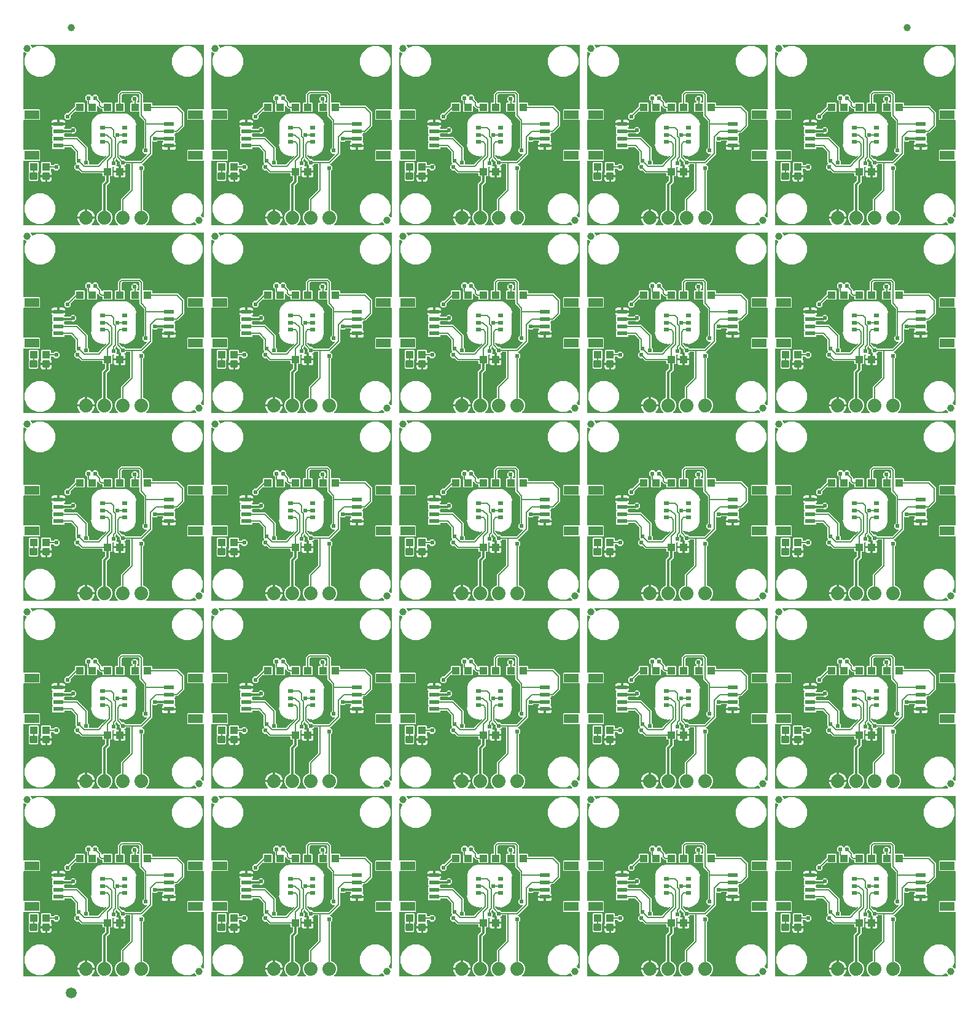
<source format=gtl>
G04 EAGLE Gerber RS-274X export*
G75*
%MOMM*%
%FSLAX34Y34*%
%LPD*%
%INTop Copper*%
%IPPOS*%
%AMOC8*
5,1,8,0,0,1.08239X$1,22.5*%
G01*
%ADD10C,1.000000*%
%ADD11R,2.000000X1.200000*%
%ADD12R,1.350000X0.600000*%
%ADD13C,1.879600*%
%ADD14R,1.100000X1.000000*%
%ADD15C,0.300000*%
%ADD16R,0.800000X0.500000*%
%ADD17C,1.500000*%
%ADD18C,0.152400*%
%ADD19C,0.304800*%
%ADD20C,0.609600*%

G36*
X857648Y520712D02*
X857648Y520712D01*
X857720Y520714D01*
X857769Y520732D01*
X857820Y520740D01*
X857884Y520774D01*
X857951Y520799D01*
X857992Y520831D01*
X858038Y520856D01*
X858087Y520908D01*
X858143Y520952D01*
X858171Y520996D01*
X858207Y521034D01*
X858237Y521099D01*
X858276Y521159D01*
X858289Y521210D01*
X858311Y521257D01*
X858319Y521328D01*
X858336Y521398D01*
X858332Y521450D01*
X858338Y521501D01*
X858323Y521572D01*
X858317Y521643D01*
X858297Y521691D01*
X858286Y521742D01*
X858249Y521803D01*
X858221Y521869D01*
X858176Y521925D01*
X858159Y521953D01*
X858142Y521968D01*
X858116Y522000D01*
X857034Y523082D01*
X855929Y524603D01*
X855076Y526277D01*
X854495Y528064D01*
X854294Y529337D01*
X865378Y529337D01*
X865398Y529340D01*
X865417Y529338D01*
X865519Y529360D01*
X865621Y529377D01*
X865638Y529386D01*
X865658Y529390D01*
X865747Y529443D01*
X865838Y529492D01*
X865852Y529506D01*
X865869Y529516D01*
X865936Y529595D01*
X866007Y529670D01*
X866016Y529688D01*
X866029Y529703D01*
X866067Y529799D01*
X866111Y529893D01*
X866113Y529913D01*
X866121Y529931D01*
X866139Y530098D01*
X866139Y530861D01*
X866141Y530861D01*
X866141Y530098D01*
X866144Y530078D01*
X866142Y530059D01*
X866164Y529957D01*
X866181Y529855D01*
X866190Y529838D01*
X866194Y529818D01*
X866247Y529729D01*
X866296Y529638D01*
X866310Y529624D01*
X866320Y529607D01*
X866399Y529540D01*
X866474Y529469D01*
X866492Y529460D01*
X866507Y529447D01*
X866603Y529408D01*
X866697Y529365D01*
X866717Y529363D01*
X866735Y529355D01*
X866902Y529337D01*
X877986Y529337D01*
X877785Y528064D01*
X877204Y526277D01*
X876351Y524603D01*
X875246Y523082D01*
X874164Y522000D01*
X874122Y521942D01*
X874073Y521890D01*
X874051Y521843D01*
X874021Y521801D01*
X874000Y521732D01*
X873969Y521667D01*
X873964Y521615D01*
X873948Y521565D01*
X873950Y521494D01*
X873942Y521423D01*
X873953Y521372D01*
X873955Y521320D01*
X873979Y521252D01*
X873994Y521182D01*
X874021Y521137D01*
X874039Y521089D01*
X874084Y521033D01*
X874121Y520971D01*
X874160Y520937D01*
X874193Y520897D01*
X874253Y520858D01*
X874308Y520811D01*
X874356Y520792D01*
X874400Y520764D01*
X874469Y520746D01*
X874536Y520719D01*
X874607Y520711D01*
X874638Y520703D01*
X874662Y520705D01*
X874702Y520701D01*
X884414Y520701D01*
X884485Y520712D01*
X884557Y520714D01*
X884606Y520732D01*
X884657Y520740D01*
X884720Y520774D01*
X884788Y520799D01*
X884828Y520831D01*
X884875Y520856D01*
X884924Y520908D01*
X884980Y520952D01*
X885008Y520996D01*
X885044Y521034D01*
X885074Y521099D01*
X885113Y521159D01*
X885126Y521210D01*
X885148Y521257D01*
X885155Y521328D01*
X885173Y521398D01*
X885169Y521450D01*
X885175Y521501D01*
X885159Y521572D01*
X885154Y521643D01*
X885133Y521691D01*
X885122Y521742D01*
X885086Y521803D01*
X885057Y521869D01*
X885013Y521925D01*
X884996Y521953D01*
X884978Y521968D01*
X884953Y522000D01*
X882280Y524673D01*
X880617Y528687D01*
X880617Y533033D01*
X882280Y537047D01*
X885353Y540120D01*
X888021Y541225D01*
X888121Y541287D01*
X888221Y541347D01*
X888225Y541352D01*
X888230Y541355D01*
X888305Y541444D01*
X888381Y541534D01*
X888383Y541540D01*
X888387Y541544D01*
X888429Y541652D01*
X888473Y541762D01*
X888474Y541769D01*
X888475Y541774D01*
X888476Y541792D01*
X888491Y541929D01*
X888491Y577843D01*
X892468Y581820D01*
X892521Y581894D01*
X892560Y581934D01*
X892564Y581944D01*
X892581Y581963D01*
X892593Y581993D01*
X892612Y582020D01*
X892636Y582099D01*
X892663Y582157D01*
X892665Y582171D01*
X892673Y582191D01*
X892677Y582232D01*
X892684Y582255D01*
X892683Y582287D01*
X892691Y582358D01*
X892691Y587074D01*
X892688Y587094D01*
X892690Y587113D01*
X892668Y587215D01*
X892652Y587317D01*
X892642Y587334D01*
X892638Y587354D01*
X892585Y587443D01*
X892536Y587534D01*
X892522Y587548D01*
X892512Y587565D01*
X892433Y587632D01*
X892358Y587704D01*
X892340Y587712D01*
X892325Y587725D01*
X892229Y587764D01*
X892135Y587807D01*
X892115Y587809D01*
X892097Y587817D01*
X891930Y587835D01*
X889608Y587835D01*
X888715Y588728D01*
X888715Y591312D01*
X888712Y591332D01*
X888714Y591351D01*
X888692Y591453D01*
X888676Y591555D01*
X888666Y591572D01*
X888662Y591592D01*
X888609Y591681D01*
X888560Y591772D01*
X888546Y591786D01*
X888536Y591803D01*
X888457Y591870D01*
X888382Y591942D01*
X888364Y591950D01*
X888349Y591963D01*
X888253Y592002D01*
X888159Y592045D01*
X888139Y592047D01*
X888121Y592055D01*
X887954Y592073D01*
X860113Y592073D01*
X856272Y595914D01*
X856198Y595967D01*
X856128Y596027D01*
X856098Y596039D01*
X856072Y596058D01*
X855985Y596085D01*
X855900Y596119D01*
X855859Y596123D01*
X855837Y596130D01*
X855805Y596129D01*
X855733Y596137D01*
X852816Y596137D01*
X850137Y598816D01*
X850137Y602604D01*
X852823Y605290D01*
X852835Y605306D01*
X852850Y605319D01*
X852907Y605406D01*
X852967Y605490D01*
X852973Y605509D01*
X852983Y605526D01*
X853009Y605626D01*
X853039Y605725D01*
X853039Y605745D01*
X853043Y605764D01*
X853035Y605867D01*
X853033Y605971D01*
X853026Y605990D01*
X853024Y606009D01*
X852984Y606104D01*
X852948Y606202D01*
X852936Y606217D01*
X852928Y606236D01*
X852823Y606367D01*
X851446Y607744D01*
X851446Y611532D01*
X851692Y611779D01*
X851745Y611853D01*
X851805Y611923D01*
X851817Y611953D01*
X851836Y611979D01*
X851863Y612066D01*
X851897Y612151D01*
X851901Y612192D01*
X851908Y612214D01*
X851907Y612246D01*
X851915Y612317D01*
X851915Y621037D01*
X851901Y621128D01*
X851893Y621218D01*
X851881Y621248D01*
X851876Y621280D01*
X851833Y621361D01*
X851797Y621445D01*
X851771Y621477D01*
X851760Y621498D01*
X851737Y621520D01*
X851692Y621576D01*
X845618Y627650D01*
X845544Y627703D01*
X845474Y627763D01*
X845444Y627775D01*
X845418Y627794D01*
X845331Y627821D01*
X845246Y627855D01*
X845205Y627859D01*
X845183Y627866D01*
X845151Y627865D01*
X845079Y627873D01*
X837076Y627873D01*
X837056Y627870D01*
X837037Y627872D01*
X836935Y627850D01*
X836833Y627834D01*
X836816Y627824D01*
X836796Y627820D01*
X836707Y627767D01*
X836616Y627718D01*
X836602Y627704D01*
X836585Y627694D01*
X836518Y627615D01*
X836446Y627540D01*
X836438Y627522D01*
X836425Y627507D01*
X836386Y627411D01*
X836343Y627317D01*
X836341Y627297D01*
X836333Y627279D01*
X836315Y627112D01*
X836315Y626528D01*
X835422Y625635D01*
X820658Y625635D01*
X819765Y626528D01*
X819765Y633792D01*
X820595Y634622D01*
X820607Y634638D01*
X820623Y634650D01*
X820679Y634738D01*
X820739Y634821D01*
X820745Y634840D01*
X820756Y634857D01*
X820781Y634958D01*
X820811Y635057D01*
X820811Y635076D01*
X820816Y635096D01*
X820808Y635199D01*
X820805Y635302D01*
X820798Y635321D01*
X820797Y635341D01*
X820756Y635436D01*
X820721Y635533D01*
X820708Y635549D01*
X820700Y635567D01*
X820595Y635698D01*
X819765Y636528D01*
X819765Y643792D01*
X820595Y644622D01*
X820607Y644638D01*
X820623Y644650D01*
X820679Y644738D01*
X820739Y644821D01*
X820745Y644840D01*
X820756Y644857D01*
X820781Y644958D01*
X820811Y645057D01*
X820811Y645076D01*
X820816Y645096D01*
X820808Y645199D01*
X820805Y645302D01*
X820798Y645321D01*
X820797Y645341D01*
X820756Y645436D01*
X820721Y645533D01*
X820708Y645549D01*
X820700Y645567D01*
X820595Y645698D01*
X819765Y646528D01*
X819765Y653792D01*
X819897Y653924D01*
X819966Y654019D01*
X820037Y654116D01*
X820039Y654120D01*
X820041Y654123D01*
X820076Y654237D01*
X820112Y654350D01*
X820112Y654355D01*
X820113Y654358D01*
X820110Y654477D01*
X820108Y654596D01*
X820107Y654600D01*
X820107Y654604D01*
X820066Y654715D01*
X820027Y654828D01*
X820024Y654831D01*
X820023Y654835D01*
X819948Y654928D01*
X819875Y655022D01*
X819871Y655025D01*
X819869Y655027D01*
X819857Y655035D01*
X819740Y655121D01*
X819730Y655127D01*
X819257Y655600D01*
X818922Y656179D01*
X818749Y656826D01*
X818749Y658661D01*
X827302Y658661D01*
X827321Y658664D01*
X827341Y658662D01*
X827443Y658684D01*
X827545Y658700D01*
X827562Y658710D01*
X827582Y658714D01*
X827671Y658767D01*
X827762Y658816D01*
X827776Y658830D01*
X827793Y658840D01*
X827860Y658919D01*
X827931Y658994D01*
X827940Y659012D01*
X827953Y659027D01*
X827991Y659123D01*
X828035Y659217D01*
X828037Y659237D01*
X828044Y659255D01*
X828057Y659179D01*
X828066Y659162D01*
X828070Y659142D01*
X828123Y659053D01*
X828172Y658962D01*
X828186Y658948D01*
X828196Y658931D01*
X828275Y658864D01*
X828350Y658792D01*
X828368Y658784D01*
X828383Y658771D01*
X828480Y658732D01*
X828573Y658689D01*
X828593Y658687D01*
X828611Y658679D01*
X828778Y658661D01*
X837331Y658661D01*
X837331Y656826D01*
X837158Y656179D01*
X836823Y655600D01*
X836350Y655127D01*
X836340Y655121D01*
X836249Y655046D01*
X836155Y654972D01*
X836153Y654968D01*
X836150Y654965D01*
X836087Y654866D01*
X836022Y654765D01*
X836021Y654761D01*
X836019Y654757D01*
X835991Y654641D01*
X835962Y654526D01*
X835963Y654522D01*
X835962Y654518D01*
X835972Y654398D01*
X835981Y654281D01*
X835983Y654277D01*
X835983Y654273D01*
X836031Y654165D01*
X836078Y654055D01*
X836081Y654051D01*
X836082Y654048D01*
X836091Y654038D01*
X836183Y653924D01*
X836350Y653757D01*
X836354Y653727D01*
X836364Y653710D01*
X836368Y653690D01*
X836421Y653601D01*
X836470Y653510D01*
X836484Y653496D01*
X836494Y653479D01*
X836573Y653412D01*
X836648Y653340D01*
X836666Y653332D01*
X836681Y653319D01*
X836777Y653280D01*
X836871Y653237D01*
X836891Y653235D01*
X836909Y653227D01*
X837076Y653209D01*
X843277Y653209D01*
X843367Y653223D01*
X843458Y653231D01*
X843487Y653243D01*
X843519Y653248D01*
X843600Y653291D01*
X843684Y653327D01*
X843716Y653353D01*
X843737Y653364D01*
X843759Y653387D01*
X843815Y653432D01*
X846466Y656083D01*
X850254Y656083D01*
X852933Y653404D01*
X852933Y649616D01*
X850254Y646937D01*
X846447Y646937D01*
X846441Y646941D01*
X846371Y647001D01*
X846341Y647013D01*
X846315Y647032D01*
X846228Y647059D01*
X846143Y647093D01*
X846102Y647097D01*
X846080Y647104D01*
X846048Y647103D01*
X845977Y647111D01*
X837076Y647111D01*
X837056Y647108D01*
X837037Y647110D01*
X836935Y647088D01*
X836833Y647072D01*
X836816Y647062D01*
X836796Y647058D01*
X836707Y647005D01*
X836616Y646956D01*
X836602Y646942D01*
X836585Y646932D01*
X836518Y646853D01*
X836446Y646778D01*
X836438Y646760D01*
X836425Y646745D01*
X836386Y646649D01*
X836344Y646558D01*
X835485Y645698D01*
X835473Y645682D01*
X835457Y645670D01*
X835401Y645582D01*
X835341Y645499D01*
X835335Y645480D01*
X835324Y645463D01*
X835299Y645362D01*
X835269Y645263D01*
X835269Y645244D01*
X835264Y645224D01*
X835272Y645121D01*
X835275Y645018D01*
X835282Y644999D01*
X835283Y644979D01*
X835324Y644884D01*
X835359Y644787D01*
X835372Y644771D01*
X835380Y644753D01*
X835485Y644622D01*
X836315Y643792D01*
X836315Y643208D01*
X836318Y643188D01*
X836316Y643169D01*
X836338Y643067D01*
X836354Y642965D01*
X836364Y642948D01*
X836368Y642928D01*
X836421Y642839D01*
X836470Y642748D01*
X836484Y642734D01*
X836494Y642717D01*
X836573Y642650D01*
X836648Y642578D01*
X836666Y642570D01*
X836681Y642557D01*
X836777Y642518D01*
X836871Y642475D01*
X836891Y642473D01*
X836909Y642465D01*
X837076Y642447D01*
X854307Y642447D01*
X868427Y628327D01*
X868427Y611555D01*
X868441Y611465D01*
X868449Y611374D01*
X868461Y611345D01*
X868466Y611313D01*
X868509Y611232D01*
X868545Y611148D01*
X868571Y611116D01*
X868582Y611095D01*
X868605Y611073D01*
X868650Y611017D01*
X870713Y608954D01*
X870713Y605103D01*
X870694Y605044D01*
X870664Y604979D01*
X870659Y604927D01*
X870643Y604878D01*
X870645Y604806D01*
X870637Y604735D01*
X870648Y604684D01*
X870650Y604632D01*
X870674Y604564D01*
X870689Y604494D01*
X870716Y604450D01*
X870734Y604401D01*
X870779Y604345D01*
X870816Y604283D01*
X870855Y604249D01*
X870888Y604209D01*
X870948Y604170D01*
X871002Y604123D01*
X871051Y604104D01*
X871094Y604076D01*
X871164Y604058D01*
X871231Y604031D01*
X871302Y604023D01*
X871333Y604015D01*
X871356Y604017D01*
X871397Y604013D01*
X882327Y604013D01*
X882417Y604027D01*
X882508Y604035D01*
X882538Y604047D01*
X882570Y604052D01*
X882650Y604095D01*
X882734Y604131D01*
X882766Y604157D01*
X882787Y604168D01*
X882809Y604191D01*
X882865Y604236D01*
X887684Y609054D01*
X889326Y610697D01*
X889331Y610699D01*
X889415Y610735D01*
X889447Y610761D01*
X889468Y610772D01*
X889490Y610795D01*
X889546Y610840D01*
X893814Y615108D01*
X893864Y615177D01*
X893920Y615240D01*
X893935Y615276D01*
X893958Y615308D01*
X893983Y615389D01*
X894016Y615467D01*
X894019Y615506D01*
X894030Y615543D01*
X894028Y615628D01*
X894035Y615712D01*
X894025Y615750D01*
X894024Y615789D01*
X893995Y615868D01*
X893974Y615950D01*
X893953Y615983D01*
X893939Y616020D01*
X893887Y616086D01*
X893841Y616157D01*
X893810Y616181D01*
X893786Y616212D01*
X893715Y616258D01*
X893649Y616310D01*
X893612Y616324D01*
X893579Y616345D01*
X893497Y616366D01*
X893417Y616395D01*
X893378Y616396D01*
X893340Y616405D01*
X893256Y616399D01*
X893172Y616401D01*
X893122Y616388D01*
X893095Y616386D01*
X893068Y616374D01*
X893009Y616359D01*
X891149Y615662D01*
X890088Y615698D01*
X886586Y615818D01*
X880234Y618778D01*
X875547Y623986D01*
X873270Y630614D01*
X873503Y633893D01*
X873502Y633913D01*
X873505Y633947D01*
X873505Y656755D01*
X873497Y656807D01*
X873498Y656860D01*
X873472Y656964D01*
X873505Y657938D01*
X873504Y657948D01*
X873505Y657964D01*
X873505Y658943D01*
X873522Y658980D01*
X873538Y659093D01*
X873545Y659120D01*
X873544Y659130D01*
X873546Y659146D01*
X873628Y661544D01*
X876588Y667896D01*
X881796Y672583D01*
X888424Y674860D01*
X891703Y674627D01*
X891723Y674628D01*
X891757Y674625D01*
X917105Y674625D01*
X917157Y674633D01*
X917210Y674632D01*
X917314Y674658D01*
X918287Y674625D01*
X918298Y674626D01*
X918313Y674625D01*
X919293Y674625D01*
X919330Y674608D01*
X919443Y674592D01*
X919470Y674585D01*
X919480Y674586D01*
X919496Y674584D01*
X921894Y674502D01*
X928246Y671542D01*
X932933Y666334D01*
X935210Y659706D01*
X934977Y656427D01*
X934978Y656407D01*
X934975Y656373D01*
X934975Y633565D01*
X934983Y633513D01*
X934982Y633460D01*
X935008Y633356D01*
X934975Y632383D01*
X934976Y632372D01*
X934975Y632357D01*
X934975Y631377D01*
X934958Y631340D01*
X934942Y631227D01*
X934935Y631200D01*
X934936Y631190D01*
X934934Y631174D01*
X934852Y628776D01*
X931892Y622424D01*
X926684Y617737D01*
X920056Y615460D01*
X916561Y615709D01*
X915503Y615784D01*
X913605Y616733D01*
X913451Y616910D01*
X913375Y616973D01*
X913304Y617041D01*
X913281Y617052D01*
X913262Y617068D01*
X913170Y617103D01*
X913081Y617145D01*
X913056Y617148D01*
X913033Y617157D01*
X912934Y617161D01*
X912837Y617172D01*
X912812Y617167D01*
X912787Y617168D01*
X912693Y617141D01*
X912596Y617120D01*
X912575Y617107D01*
X912551Y617100D01*
X912470Y617044D01*
X912385Y616994D01*
X912369Y616975D01*
X912348Y616960D01*
X912289Y616881D01*
X912225Y616807D01*
X912216Y616783D01*
X912201Y616763D01*
X912170Y616670D01*
X912133Y616579D01*
X912130Y616548D01*
X912124Y616530D01*
X912124Y616497D01*
X912115Y616412D01*
X912115Y615435D01*
X912129Y615344D01*
X912137Y615254D01*
X912149Y615224D01*
X912154Y615192D01*
X912197Y615111D01*
X912233Y615027D01*
X912259Y614995D01*
X912270Y614974D01*
X912293Y614952D01*
X912338Y614896D01*
X915378Y611856D01*
X915452Y611803D01*
X915522Y611743D01*
X915552Y611731D01*
X915578Y611712D01*
X915665Y611685D01*
X915750Y611651D01*
X915791Y611647D01*
X915813Y611640D01*
X915845Y611641D01*
X915916Y611633D01*
X918834Y611633D01*
X920897Y609570D01*
X920971Y609517D01*
X921041Y609457D01*
X921071Y609445D01*
X921097Y609426D01*
X921184Y609399D01*
X921269Y609365D01*
X921310Y609361D01*
X921332Y609354D01*
X921364Y609355D01*
X921435Y609347D01*
X941077Y609347D01*
X941168Y609361D01*
X941258Y609369D01*
X941288Y609381D01*
X941320Y609386D01*
X941401Y609429D01*
X941485Y609465D01*
X941517Y609491D01*
X941538Y609502D01*
X941560Y609525D01*
X941616Y609570D01*
X949744Y617698D01*
X949786Y617756D01*
X949835Y617808D01*
X949857Y617855D01*
X949887Y617897D01*
X949908Y617966D01*
X949939Y618031D01*
X949944Y618083D01*
X949960Y618133D01*
X949958Y618204D01*
X949966Y618275D01*
X949955Y618326D01*
X949953Y618378D01*
X949929Y618446D01*
X949914Y618516D01*
X949887Y618561D01*
X949869Y618609D01*
X949824Y618665D01*
X949787Y618727D01*
X949748Y618761D01*
X949715Y618801D01*
X949655Y618840D01*
X949600Y618887D01*
X949552Y618906D01*
X949508Y618934D01*
X949439Y618952D01*
X949372Y618979D01*
X949301Y618987D01*
X949270Y618995D01*
X949246Y618993D01*
X949206Y618997D01*
X946796Y618997D01*
X944117Y621676D01*
X944117Y625464D01*
X946180Y627527D01*
X946227Y627592D01*
X946243Y627609D01*
X946247Y627616D01*
X946293Y627671D01*
X946305Y627701D01*
X946324Y627727D01*
X946351Y627814D01*
X946385Y627899D01*
X946389Y627940D01*
X946396Y627962D01*
X946395Y627994D01*
X946403Y628065D01*
X946403Y664217D01*
X946389Y664308D01*
X946381Y664398D01*
X946369Y664428D01*
X946364Y664460D01*
X946321Y664541D01*
X946285Y664625D01*
X946259Y664657D01*
X946248Y664678D01*
X946225Y664700D01*
X946180Y664756D01*
X941616Y669320D01*
X940053Y670883D01*
X940053Y675974D01*
X940050Y675994D01*
X940052Y676013D01*
X940030Y676115D01*
X940014Y676217D01*
X940004Y676234D01*
X940000Y676254D01*
X939947Y676343D01*
X939898Y676434D01*
X939884Y676448D01*
X939874Y676465D01*
X939795Y676532D01*
X939720Y676604D01*
X939702Y676612D01*
X939687Y676625D01*
X939591Y676664D01*
X939497Y676707D01*
X939477Y676709D01*
X939459Y676717D01*
X939292Y676735D01*
X927708Y676735D01*
X926815Y677628D01*
X926815Y688892D01*
X927708Y689785D01*
X930051Y689785D01*
X930121Y689796D01*
X930193Y689798D01*
X930242Y689816D01*
X930293Y689824D01*
X930357Y689858D01*
X930424Y689883D01*
X930465Y689915D01*
X930511Y689940D01*
X930560Y689992D01*
X930616Y690036D01*
X930644Y690080D01*
X930680Y690118D01*
X930710Y690183D01*
X930749Y690243D01*
X930762Y690294D01*
X930784Y690341D01*
X930792Y690412D01*
X930809Y690482D01*
X930805Y690534D01*
X930811Y690585D01*
X930796Y690656D01*
X930790Y690727D01*
X930770Y690775D01*
X930759Y690826D01*
X930722Y690887D01*
X930694Y690953D01*
X930649Y691009D01*
X930632Y691037D01*
X930615Y691052D01*
X930589Y691084D01*
X928877Y692796D01*
X928877Y696584D01*
X931556Y699263D01*
X935344Y699263D01*
X938023Y696584D01*
X938023Y692796D01*
X936350Y691123D01*
X936297Y691049D01*
X936237Y690979D01*
X936225Y690949D01*
X936206Y690923D01*
X936179Y690836D01*
X936145Y690751D01*
X936141Y690710D01*
X936134Y690688D01*
X936135Y690656D01*
X936127Y690585D01*
X936127Y690546D01*
X936130Y690526D01*
X936128Y690507D01*
X936140Y690450D01*
X936140Y690442D01*
X936144Y690431D01*
X936150Y690405D01*
X936166Y690303D01*
X936176Y690286D01*
X936180Y690266D01*
X936233Y690177D01*
X936282Y690086D01*
X936296Y690072D01*
X936306Y690055D01*
X936385Y689988D01*
X936460Y689916D01*
X936478Y689908D01*
X936493Y689895D01*
X936589Y689856D01*
X936683Y689813D01*
X936703Y689811D01*
X936721Y689803D01*
X936888Y689785D01*
X939292Y689785D01*
X939312Y689788D01*
X939331Y689786D01*
X939433Y689808D01*
X939535Y689824D01*
X939552Y689834D01*
X939572Y689838D01*
X939661Y689891D01*
X939752Y689940D01*
X939766Y689954D01*
X939783Y689964D01*
X939850Y690043D01*
X939922Y690118D01*
X939930Y690136D01*
X939943Y690151D01*
X939982Y690247D01*
X940025Y690341D01*
X940027Y690361D01*
X940035Y690379D01*
X940053Y690546D01*
X940053Y699777D01*
X940039Y699868D01*
X940031Y699958D01*
X940019Y699988D01*
X940014Y700020D01*
X939971Y700101D01*
X939935Y700185D01*
X939909Y700217D01*
X939898Y700238D01*
X939875Y700260D01*
X939830Y700316D01*
X939076Y701070D01*
X939002Y701123D01*
X938932Y701183D01*
X938902Y701195D01*
X938876Y701214D01*
X938789Y701241D01*
X938704Y701275D01*
X938663Y701279D01*
X938641Y701286D01*
X938609Y701285D01*
X938537Y701293D01*
X916933Y701293D01*
X916842Y701279D01*
X916752Y701271D01*
X916722Y701259D01*
X916690Y701254D01*
X916609Y701211D01*
X916525Y701175D01*
X916493Y701149D01*
X916472Y701138D01*
X916450Y701115D01*
X916394Y701070D01*
X915250Y699926D01*
X915197Y699852D01*
X915137Y699782D01*
X915125Y699752D01*
X915106Y699726D01*
X915079Y699639D01*
X915045Y699554D01*
X915041Y699513D01*
X915034Y699491D01*
X915035Y699459D01*
X915027Y699387D01*
X915027Y690546D01*
X915030Y690526D01*
X915028Y690507D01*
X915050Y690405D01*
X915066Y690303D01*
X915076Y690286D01*
X915080Y690266D01*
X915133Y690177D01*
X915182Y690086D01*
X915196Y690072D01*
X915206Y690055D01*
X915285Y689988D01*
X915360Y689916D01*
X915378Y689908D01*
X915393Y689895D01*
X915489Y689856D01*
X915583Y689813D01*
X915603Y689811D01*
X915621Y689803D01*
X915788Y689785D01*
X918872Y689785D01*
X919765Y688892D01*
X919765Y677628D01*
X918872Y676735D01*
X906608Y676735D01*
X905715Y677628D01*
X905715Y688892D01*
X906608Y689785D01*
X909692Y689785D01*
X909712Y689788D01*
X909731Y689786D01*
X909833Y689808D01*
X909935Y689824D01*
X909952Y689834D01*
X909972Y689838D01*
X910061Y689891D01*
X910152Y689940D01*
X910166Y689954D01*
X910183Y689964D01*
X910250Y690043D01*
X910322Y690118D01*
X910330Y690136D01*
X910343Y690151D01*
X910382Y690247D01*
X910425Y690341D01*
X910427Y690361D01*
X910435Y690379D01*
X910453Y690546D01*
X910453Y701597D01*
X914723Y705867D01*
X940747Y705867D01*
X944627Y701987D01*
X944627Y690546D01*
X944630Y690526D01*
X944628Y690507D01*
X944650Y690405D01*
X944666Y690303D01*
X944676Y690286D01*
X944680Y690266D01*
X944733Y690177D01*
X944782Y690086D01*
X944796Y690072D01*
X944806Y690055D01*
X944885Y689988D01*
X944960Y689916D01*
X944978Y689908D01*
X944993Y689895D01*
X945089Y689856D01*
X945183Y689813D01*
X945203Y689811D01*
X945221Y689803D01*
X945388Y689785D01*
X956972Y689785D01*
X957865Y688892D01*
X957865Y686308D01*
X957868Y686288D01*
X957866Y686269D01*
X957888Y686167D01*
X957904Y686065D01*
X957914Y686048D01*
X957918Y686028D01*
X957971Y685939D01*
X958020Y685848D01*
X958034Y685834D01*
X958044Y685817D01*
X958123Y685750D01*
X958198Y685678D01*
X958216Y685670D01*
X958231Y685657D01*
X958327Y685618D01*
X958421Y685575D01*
X958441Y685573D01*
X958459Y685565D01*
X958626Y685547D01*
X992817Y685547D01*
X1001777Y676587D01*
X1001777Y656913D01*
X1000214Y655350D01*
X994300Y649436D01*
X992737Y647873D01*
X989476Y647873D01*
X989456Y647870D01*
X989437Y647872D01*
X989335Y647850D01*
X989233Y647834D01*
X989216Y647824D01*
X989196Y647820D01*
X989107Y647767D01*
X989016Y647718D01*
X989002Y647704D01*
X988985Y647694D01*
X988918Y647615D01*
X988846Y647540D01*
X988838Y647522D01*
X988825Y647507D01*
X988786Y647411D01*
X988743Y647317D01*
X988741Y647297D01*
X988733Y647279D01*
X988715Y647112D01*
X988715Y646528D01*
X987885Y645698D01*
X987873Y645682D01*
X987857Y645670D01*
X987801Y645582D01*
X987741Y645499D01*
X987735Y645480D01*
X987724Y645463D01*
X987699Y645362D01*
X987669Y645263D01*
X987669Y645244D01*
X987664Y645224D01*
X987672Y645121D01*
X987675Y645018D01*
X987682Y644999D01*
X987683Y644979D01*
X987724Y644884D01*
X987759Y644787D01*
X987772Y644771D01*
X987780Y644753D01*
X987885Y644622D01*
X988715Y643792D01*
X988715Y636528D01*
X988583Y636396D01*
X988514Y636300D01*
X988443Y636204D01*
X988441Y636200D01*
X988439Y636197D01*
X988404Y636083D01*
X988368Y635970D01*
X988368Y635965D01*
X988367Y635962D01*
X988370Y635842D01*
X988372Y635724D01*
X988373Y635720D01*
X988373Y635716D01*
X988414Y635605D01*
X988453Y635492D01*
X988456Y635489D01*
X988457Y635485D01*
X988532Y635392D01*
X988605Y635298D01*
X988609Y635295D01*
X988611Y635293D01*
X988623Y635285D01*
X988740Y635199D01*
X988750Y635193D01*
X989223Y634720D01*
X989558Y634141D01*
X989731Y633494D01*
X989731Y631659D01*
X981178Y631659D01*
X981159Y631656D01*
X981139Y631658D01*
X981037Y631636D01*
X980935Y631620D01*
X980918Y631610D01*
X980898Y631606D01*
X980809Y631553D01*
X980718Y631504D01*
X980704Y631490D01*
X980687Y631480D01*
X980620Y631401D01*
X980549Y631326D01*
X980540Y631308D01*
X980527Y631293D01*
X980489Y631197D01*
X980445Y631103D01*
X980443Y631083D01*
X980436Y631065D01*
X980423Y631141D01*
X980414Y631158D01*
X980410Y631178D01*
X980357Y631267D01*
X980308Y631358D01*
X980294Y631372D01*
X980284Y631389D01*
X980205Y631456D01*
X980130Y631528D01*
X980112Y631536D01*
X980097Y631549D01*
X980000Y631588D01*
X979907Y631631D01*
X979887Y631633D01*
X979869Y631641D01*
X979702Y631659D01*
X971149Y631659D01*
X971149Y633494D01*
X971322Y634141D01*
X971657Y634720D01*
X972130Y635193D01*
X972140Y635199D01*
X972231Y635274D01*
X972325Y635348D01*
X972327Y635352D01*
X972330Y635355D01*
X972393Y635454D01*
X972458Y635555D01*
X972459Y635559D01*
X972461Y635563D01*
X972489Y635678D01*
X972518Y635794D01*
X972517Y635798D01*
X972518Y635802D01*
X972508Y635919D01*
X972499Y636039D01*
X972497Y636043D01*
X972497Y636047D01*
X972449Y636155D01*
X972402Y636265D01*
X972399Y636269D01*
X972398Y636272D01*
X972389Y636282D01*
X972297Y636396D01*
X972065Y636629D01*
X972059Y636639D01*
X972010Y636730D01*
X971996Y636744D01*
X971986Y636761D01*
X971907Y636828D01*
X971832Y636900D01*
X971814Y636908D01*
X971799Y636921D01*
X971703Y636960D01*
X971609Y637003D01*
X971589Y637005D01*
X971571Y637013D01*
X971404Y637031D01*
X965123Y637031D01*
X965033Y637017D01*
X964942Y637009D01*
X964913Y636997D01*
X964881Y636992D01*
X964800Y636949D01*
X964716Y636913D01*
X964684Y636887D01*
X964663Y636876D01*
X964641Y636853D01*
X964585Y636808D01*
X963284Y635507D01*
X959496Y635507D01*
X958626Y636377D01*
X958568Y636419D01*
X958516Y636468D01*
X958469Y636490D01*
X958427Y636520D01*
X958358Y636542D01*
X958293Y636572D01*
X958241Y636577D01*
X958191Y636593D01*
X958120Y636591D01*
X958049Y636599D01*
X957998Y636588D01*
X957946Y636586D01*
X957878Y636562D01*
X957808Y636547D01*
X957763Y636520D01*
X957715Y636502D01*
X957659Y636457D01*
X957597Y636420D01*
X957563Y636381D01*
X957523Y636348D01*
X957484Y636288D01*
X957437Y636234D01*
X957418Y636185D01*
X957390Y636141D01*
X957372Y636072D01*
X957345Y636005D01*
X957337Y635934D01*
X957329Y635903D01*
X957331Y635880D01*
X957327Y635839D01*
X957327Y618813D01*
X943826Y605312D01*
X943784Y605254D01*
X943735Y605202D01*
X943713Y605155D01*
X943683Y605113D01*
X943662Y605044D01*
X943631Y604979D01*
X943626Y604927D01*
X943610Y604877D01*
X943612Y604806D01*
X943604Y604735D01*
X943615Y604684D01*
X943617Y604632D01*
X943641Y604564D01*
X943656Y604494D01*
X943683Y604449D01*
X943701Y604401D01*
X943746Y604345D01*
X943783Y604283D01*
X943822Y604249D01*
X943855Y604209D01*
X943915Y604170D01*
X943970Y604123D01*
X944018Y604104D01*
X944062Y604076D01*
X944131Y604058D01*
X944198Y604031D01*
X944218Y604029D01*
X946913Y601334D01*
X946913Y597546D01*
X944850Y595483D01*
X944797Y595409D01*
X944737Y595339D01*
X944725Y595309D01*
X944706Y595283D01*
X944679Y595196D01*
X944645Y595111D01*
X944641Y595070D01*
X944634Y595048D01*
X944635Y595016D01*
X944627Y594945D01*
X944627Y542244D01*
X944646Y542129D01*
X944663Y542013D01*
X944665Y542008D01*
X944666Y542001D01*
X944721Y541899D01*
X944774Y541794D01*
X944779Y541790D01*
X944782Y541784D01*
X944866Y541704D01*
X944950Y541622D01*
X944956Y541618D01*
X944960Y541615D01*
X944977Y541607D01*
X945097Y541541D01*
X948527Y540120D01*
X951600Y537047D01*
X953263Y533033D01*
X953263Y528687D01*
X951600Y524673D01*
X948927Y522000D01*
X948885Y521942D01*
X948836Y521890D01*
X948814Y521843D01*
X948784Y521801D01*
X948763Y521732D01*
X948732Y521667D01*
X948727Y521615D01*
X948711Y521565D01*
X948713Y521494D01*
X948705Y521423D01*
X948716Y521372D01*
X948718Y521320D01*
X948742Y521252D01*
X948758Y521182D01*
X948784Y521137D01*
X948802Y521089D01*
X948847Y521033D01*
X948884Y520971D01*
X948923Y520937D01*
X948956Y520897D01*
X949016Y520858D01*
X949071Y520811D01*
X949119Y520792D01*
X949163Y520764D01*
X949232Y520746D01*
X949299Y520719D01*
X949370Y520711D01*
X949401Y520703D01*
X949425Y520705D01*
X949466Y520701D01*
X1017634Y520701D01*
X1017705Y520712D01*
X1017777Y520714D01*
X1017826Y520732D01*
X1017877Y520740D01*
X1017940Y520774D01*
X1018008Y520799D01*
X1018048Y520831D01*
X1018094Y520856D01*
X1018144Y520908D01*
X1018200Y520952D01*
X1018228Y520996D01*
X1018264Y521034D01*
X1018294Y521099D01*
X1018333Y521159D01*
X1018345Y521210D01*
X1018367Y521257D01*
X1018375Y521328D01*
X1018393Y521398D01*
X1018389Y521450D01*
X1018394Y521501D01*
X1018379Y521572D01*
X1018374Y521643D01*
X1018353Y521691D01*
X1018342Y521742D01*
X1018305Y521803D01*
X1018277Y521869D01*
X1018232Y521925D01*
X1018216Y521953D01*
X1018198Y521968D01*
X1018172Y522000D01*
X1016819Y523354D01*
X1016426Y524301D01*
X1016416Y524318D01*
X1016410Y524337D01*
X1016351Y524422D01*
X1016297Y524510D01*
X1016281Y524523D01*
X1016270Y524539D01*
X1016187Y524601D01*
X1016107Y524667D01*
X1016089Y524674D01*
X1016073Y524686D01*
X1015974Y524718D01*
X1015878Y524755D01*
X1015858Y524756D01*
X1015839Y524762D01*
X1015735Y524761D01*
X1015632Y524766D01*
X1015613Y524760D01*
X1015593Y524760D01*
X1015432Y524713D01*
X1010034Y522477D01*
X1001646Y522477D01*
X993898Y525687D01*
X987967Y531618D01*
X984757Y539366D01*
X984757Y547754D01*
X987967Y555502D01*
X993898Y561433D01*
X1001646Y564643D01*
X1010034Y564643D01*
X1017782Y561433D01*
X1023713Y555502D01*
X1026923Y547754D01*
X1026923Y539366D01*
X1024687Y533968D01*
X1024682Y533949D01*
X1024673Y533931D01*
X1024654Y533829D01*
X1024631Y533729D01*
X1024633Y533709D01*
X1024629Y533689D01*
X1024644Y533587D01*
X1024654Y533484D01*
X1024662Y533466D01*
X1024665Y533446D01*
X1024712Y533354D01*
X1024754Y533259D01*
X1024767Y533245D01*
X1024776Y533227D01*
X1024850Y533154D01*
X1024920Y533078D01*
X1024938Y533068D01*
X1024952Y533055D01*
X1025099Y532974D01*
X1026046Y532581D01*
X1027400Y531228D01*
X1027458Y531186D01*
X1027510Y531136D01*
X1027557Y531114D01*
X1027599Y531084D01*
X1027668Y531063D01*
X1027733Y531033D01*
X1027785Y531027D01*
X1027835Y531012D01*
X1027906Y531014D01*
X1027977Y531006D01*
X1028028Y531017D01*
X1028080Y531018D01*
X1028148Y531043D01*
X1028218Y531058D01*
X1028263Y531085D01*
X1028311Y531103D01*
X1028367Y531147D01*
X1028429Y531184D01*
X1028463Y531224D01*
X1028503Y531256D01*
X1028542Y531317D01*
X1028589Y531371D01*
X1028608Y531419D01*
X1028636Y531463D01*
X1028654Y531533D01*
X1028681Y531599D01*
X1028689Y531671D01*
X1028697Y531702D01*
X1028695Y531725D01*
X1028699Y531766D01*
X1028699Y608874D01*
X1028696Y608894D01*
X1028698Y608913D01*
X1028676Y609015D01*
X1028660Y609117D01*
X1028650Y609134D01*
X1028646Y609154D01*
X1028593Y609243D01*
X1028544Y609334D01*
X1028530Y609348D01*
X1028520Y609365D01*
X1028441Y609432D01*
X1028366Y609504D01*
X1028348Y609512D01*
X1028333Y609525D01*
X1028237Y609564D01*
X1028143Y609607D01*
X1028123Y609609D01*
X1028105Y609617D01*
X1027938Y609635D01*
X1006558Y609635D01*
X1005665Y610528D01*
X1005665Y623792D01*
X1006558Y624685D01*
X1027938Y624685D01*
X1027958Y624688D01*
X1027977Y624686D01*
X1028079Y624708D01*
X1028181Y624724D01*
X1028198Y624734D01*
X1028218Y624738D01*
X1028307Y624791D01*
X1028398Y624840D01*
X1028412Y624854D01*
X1028429Y624864D01*
X1028496Y624943D01*
X1028568Y625018D01*
X1028576Y625036D01*
X1028589Y625051D01*
X1028628Y625147D01*
X1028671Y625241D01*
X1028673Y625261D01*
X1028681Y625279D01*
X1028699Y625446D01*
X1028699Y664874D01*
X1028696Y664894D01*
X1028698Y664913D01*
X1028676Y665015D01*
X1028660Y665117D01*
X1028650Y665134D01*
X1028646Y665154D01*
X1028593Y665243D01*
X1028544Y665334D01*
X1028530Y665348D01*
X1028520Y665365D01*
X1028441Y665432D01*
X1028366Y665504D01*
X1028348Y665512D01*
X1028333Y665525D01*
X1028237Y665564D01*
X1028143Y665607D01*
X1028123Y665609D01*
X1028105Y665617D01*
X1027938Y665635D01*
X1006558Y665635D01*
X1005665Y666528D01*
X1005665Y679792D01*
X1006558Y680685D01*
X1027938Y680685D01*
X1027958Y680688D01*
X1027977Y680686D01*
X1028079Y680708D01*
X1028181Y680724D01*
X1028198Y680734D01*
X1028218Y680738D01*
X1028307Y680791D01*
X1028398Y680840D01*
X1028412Y680854D01*
X1028429Y680864D01*
X1028496Y680943D01*
X1028568Y681018D01*
X1028576Y681036D01*
X1028589Y681051D01*
X1028628Y681147D01*
X1028671Y681241D01*
X1028673Y681261D01*
X1028681Y681279D01*
X1028699Y681446D01*
X1028699Y768858D01*
X1028696Y768878D01*
X1028698Y768897D01*
X1028676Y768999D01*
X1028660Y769101D01*
X1028650Y769118D01*
X1028646Y769138D01*
X1028593Y769227D01*
X1028544Y769318D01*
X1028530Y769332D01*
X1028520Y769349D01*
X1028441Y769416D01*
X1028366Y769488D01*
X1028348Y769496D01*
X1028333Y769509D01*
X1028237Y769548D01*
X1028143Y769591D01*
X1028123Y769593D01*
X1028105Y769601D01*
X1027938Y769619D01*
X790846Y769619D01*
X790775Y769608D01*
X790703Y769606D01*
X790655Y769588D01*
X790603Y769580D01*
X790540Y769546D01*
X790472Y769521D01*
X790432Y769489D01*
X790386Y769464D01*
X790336Y769412D01*
X790280Y769368D01*
X790252Y769324D01*
X790216Y769286D01*
X790186Y769221D01*
X790147Y769161D01*
X790135Y769110D01*
X790113Y769063D01*
X790105Y768992D01*
X790087Y768922D01*
X790091Y768870D01*
X790086Y768819D01*
X790101Y768748D01*
X790106Y768677D01*
X790127Y768629D01*
X790138Y768578D01*
X790175Y768517D01*
X790203Y768451D01*
X790248Y768395D01*
X790264Y768367D01*
X790282Y768352D01*
X790308Y768320D01*
X790391Y768236D01*
X791419Y765756D01*
X791429Y765739D01*
X791435Y765720D01*
X791494Y765635D01*
X791548Y765547D01*
X791564Y765534D01*
X791575Y765518D01*
X791658Y765456D01*
X791738Y765390D01*
X791756Y765383D01*
X791772Y765371D01*
X791871Y765339D01*
X791967Y765302D01*
X791987Y765301D01*
X792006Y765295D01*
X792110Y765296D01*
X792213Y765291D01*
X792232Y765297D01*
X792252Y765297D01*
X792413Y765344D01*
X798446Y767843D01*
X806834Y767843D01*
X814582Y764633D01*
X820513Y758702D01*
X823723Y750954D01*
X823723Y742566D01*
X820513Y734818D01*
X814582Y728887D01*
X806834Y725677D01*
X798446Y725677D01*
X790698Y728887D01*
X784767Y734818D01*
X781557Y742566D01*
X781557Y750954D01*
X784056Y756987D01*
X784061Y757006D01*
X784070Y757023D01*
X784089Y757126D01*
X784112Y757226D01*
X784111Y757246D01*
X784114Y757266D01*
X784099Y757368D01*
X784089Y757471D01*
X784081Y757489D01*
X784078Y757509D01*
X784031Y757601D01*
X783989Y757696D01*
X783976Y757710D01*
X783967Y757728D01*
X783893Y757801D01*
X783823Y757877D01*
X783805Y757886D01*
X783791Y757900D01*
X783644Y757981D01*
X781164Y759009D01*
X781080Y759092D01*
X781022Y759134D01*
X780970Y759184D01*
X780923Y759206D01*
X780881Y759236D01*
X780812Y759257D01*
X780747Y759287D01*
X780695Y759293D01*
X780646Y759308D01*
X780574Y759306D01*
X780503Y759314D01*
X780452Y759303D01*
X780400Y759302D01*
X780332Y759277D01*
X780262Y759262D01*
X780217Y759235D01*
X780169Y759217D01*
X780113Y759173D01*
X780051Y759136D01*
X780017Y759096D01*
X779977Y759064D01*
X779938Y759004D01*
X779891Y758949D01*
X779872Y758901D01*
X779844Y758857D01*
X779826Y758787D01*
X779799Y758721D01*
X779791Y758650D01*
X779783Y758618D01*
X779785Y758595D01*
X779781Y758554D01*
X779781Y681446D01*
X779784Y681426D01*
X779782Y681407D01*
X779804Y681305D01*
X779820Y681203D01*
X779830Y681186D01*
X779834Y681166D01*
X779887Y681077D01*
X779936Y680986D01*
X779950Y680972D01*
X779960Y680955D01*
X780039Y680888D01*
X780114Y680816D01*
X780132Y680808D01*
X780147Y680795D01*
X780243Y680756D01*
X780337Y680713D01*
X780357Y680711D01*
X780375Y680703D01*
X780542Y680685D01*
X801922Y680685D01*
X802815Y679792D01*
X802815Y666528D01*
X801922Y665635D01*
X780542Y665635D01*
X780522Y665632D01*
X780503Y665634D01*
X780401Y665612D01*
X780299Y665596D01*
X780282Y665586D01*
X780262Y665582D01*
X780173Y665529D01*
X780082Y665480D01*
X780068Y665466D01*
X780051Y665456D01*
X779984Y665377D01*
X779912Y665302D01*
X779904Y665284D01*
X779891Y665269D01*
X779852Y665173D01*
X779809Y665079D01*
X779807Y665059D01*
X779799Y665041D01*
X779781Y664874D01*
X779781Y625446D01*
X779784Y625426D01*
X779782Y625407D01*
X779804Y625305D01*
X779820Y625203D01*
X779830Y625186D01*
X779834Y625166D01*
X779887Y625077D01*
X779936Y624986D01*
X779950Y624972D01*
X779960Y624955D01*
X780039Y624888D01*
X780114Y624816D01*
X780132Y624808D01*
X780147Y624795D01*
X780243Y624756D01*
X780337Y624713D01*
X780357Y624711D01*
X780375Y624703D01*
X780542Y624685D01*
X801922Y624685D01*
X802815Y623792D01*
X802815Y610528D01*
X801922Y609635D01*
X780542Y609635D01*
X780522Y609632D01*
X780503Y609634D01*
X780401Y609612D01*
X780299Y609596D01*
X780282Y609586D01*
X780262Y609582D01*
X780173Y609529D01*
X780082Y609480D01*
X780068Y609466D01*
X780051Y609456D01*
X779984Y609377D01*
X779912Y609302D01*
X779904Y609284D01*
X779891Y609269D01*
X779852Y609173D01*
X779809Y609079D01*
X779807Y609059D01*
X779799Y609041D01*
X779781Y608874D01*
X779781Y521462D01*
X779784Y521442D01*
X779782Y521423D01*
X779804Y521321D01*
X779820Y521219D01*
X779830Y521202D01*
X779834Y521182D01*
X779887Y521093D01*
X779936Y521002D01*
X779950Y520988D01*
X779960Y520971D01*
X780039Y520904D01*
X780114Y520832D01*
X780132Y520824D01*
X780147Y520811D01*
X780243Y520772D01*
X780337Y520729D01*
X780357Y520727D01*
X780375Y520719D01*
X780542Y520701D01*
X857578Y520701D01*
X857648Y520712D01*
G37*
G36*
X598568Y520712D02*
X598568Y520712D01*
X598640Y520714D01*
X598689Y520732D01*
X598740Y520740D01*
X598804Y520774D01*
X598871Y520799D01*
X598912Y520831D01*
X598958Y520856D01*
X599007Y520908D01*
X599063Y520952D01*
X599091Y520996D01*
X599127Y521034D01*
X599157Y521099D01*
X599196Y521159D01*
X599209Y521210D01*
X599231Y521257D01*
X599239Y521328D01*
X599256Y521398D01*
X599252Y521450D01*
X599258Y521501D01*
X599243Y521572D01*
X599237Y521643D01*
X599217Y521691D01*
X599206Y521742D01*
X599169Y521803D01*
X599141Y521869D01*
X599096Y521925D01*
X599079Y521953D01*
X599062Y521968D01*
X599036Y522000D01*
X597954Y523082D01*
X596849Y524603D01*
X595996Y526277D01*
X595415Y528064D01*
X595214Y529337D01*
X606298Y529337D01*
X606318Y529340D01*
X606337Y529338D01*
X606439Y529360D01*
X606541Y529377D01*
X606558Y529386D01*
X606578Y529390D01*
X606667Y529443D01*
X606758Y529492D01*
X606772Y529506D01*
X606789Y529516D01*
X606856Y529595D01*
X606927Y529670D01*
X606936Y529688D01*
X606949Y529703D01*
X606987Y529799D01*
X607031Y529893D01*
X607033Y529913D01*
X607041Y529931D01*
X607059Y530098D01*
X607059Y530861D01*
X607061Y530861D01*
X607061Y530098D01*
X607064Y530078D01*
X607062Y530059D01*
X607084Y529957D01*
X607101Y529855D01*
X607110Y529838D01*
X607114Y529818D01*
X607167Y529729D01*
X607216Y529638D01*
X607230Y529624D01*
X607240Y529607D01*
X607319Y529540D01*
X607394Y529469D01*
X607412Y529460D01*
X607427Y529447D01*
X607523Y529408D01*
X607617Y529365D01*
X607637Y529363D01*
X607655Y529355D01*
X607822Y529337D01*
X618906Y529337D01*
X618705Y528064D01*
X618124Y526277D01*
X617271Y524603D01*
X616166Y523082D01*
X615084Y522000D01*
X615042Y521942D01*
X614993Y521890D01*
X614971Y521843D01*
X614941Y521801D01*
X614920Y521732D01*
X614889Y521667D01*
X614884Y521615D01*
X614868Y521565D01*
X614870Y521494D01*
X614862Y521423D01*
X614873Y521372D01*
X614875Y521320D01*
X614899Y521252D01*
X614914Y521182D01*
X614941Y521137D01*
X614959Y521089D01*
X615004Y521033D01*
X615041Y520971D01*
X615080Y520937D01*
X615113Y520897D01*
X615173Y520858D01*
X615228Y520811D01*
X615276Y520792D01*
X615320Y520764D01*
X615389Y520746D01*
X615456Y520719D01*
X615527Y520711D01*
X615558Y520703D01*
X615582Y520705D01*
X615622Y520701D01*
X625334Y520701D01*
X625405Y520712D01*
X625477Y520714D01*
X625526Y520732D01*
X625577Y520740D01*
X625640Y520774D01*
X625708Y520799D01*
X625748Y520831D01*
X625795Y520856D01*
X625844Y520908D01*
X625900Y520952D01*
X625928Y520996D01*
X625964Y521034D01*
X625994Y521099D01*
X626033Y521159D01*
X626046Y521210D01*
X626068Y521257D01*
X626075Y521328D01*
X626093Y521398D01*
X626089Y521450D01*
X626095Y521501D01*
X626079Y521572D01*
X626074Y521643D01*
X626053Y521691D01*
X626042Y521742D01*
X626006Y521803D01*
X625977Y521869D01*
X625933Y521925D01*
X625916Y521953D01*
X625898Y521968D01*
X625873Y522000D01*
X623200Y524673D01*
X621537Y528687D01*
X621537Y533033D01*
X623200Y537047D01*
X626273Y540120D01*
X628941Y541225D01*
X629041Y541287D01*
X629141Y541347D01*
X629145Y541351D01*
X629150Y541355D01*
X629225Y541445D01*
X629301Y541534D01*
X629303Y541539D01*
X629307Y541544D01*
X629349Y541653D01*
X629393Y541762D01*
X629394Y541769D01*
X629395Y541774D01*
X629396Y541792D01*
X629411Y541928D01*
X629411Y577843D01*
X633388Y581820D01*
X633441Y581894D01*
X633480Y581934D01*
X633484Y581944D01*
X633501Y581963D01*
X633513Y581993D01*
X633532Y582020D01*
X633556Y582099D01*
X633583Y582157D01*
X633585Y582171D01*
X633593Y582191D01*
X633597Y582232D01*
X633604Y582255D01*
X633603Y582287D01*
X633611Y582358D01*
X633611Y587074D01*
X633608Y587094D01*
X633610Y587113D01*
X633588Y587215D01*
X633572Y587317D01*
X633562Y587334D01*
X633558Y587354D01*
X633505Y587443D01*
X633456Y587534D01*
X633442Y587548D01*
X633432Y587565D01*
X633353Y587632D01*
X633278Y587704D01*
X633260Y587712D01*
X633245Y587725D01*
X633149Y587764D01*
X633055Y587807D01*
X633035Y587809D01*
X633017Y587817D01*
X632850Y587835D01*
X630528Y587835D01*
X629635Y588728D01*
X629635Y591312D01*
X629632Y591332D01*
X629634Y591351D01*
X629612Y591453D01*
X629596Y591555D01*
X629586Y591572D01*
X629582Y591592D01*
X629529Y591681D01*
X629480Y591772D01*
X629466Y591786D01*
X629456Y591803D01*
X629377Y591870D01*
X629302Y591942D01*
X629284Y591950D01*
X629269Y591963D01*
X629173Y592002D01*
X629079Y592045D01*
X629059Y592047D01*
X629041Y592055D01*
X628874Y592073D01*
X601033Y592073D01*
X597192Y595914D01*
X597118Y595967D01*
X597048Y596027D01*
X597018Y596039D01*
X596992Y596058D01*
X596905Y596085D01*
X596820Y596119D01*
X596779Y596123D01*
X596757Y596130D01*
X596725Y596129D01*
X596653Y596137D01*
X593736Y596137D01*
X591057Y598816D01*
X591057Y602604D01*
X593743Y605290D01*
X593755Y605306D01*
X593770Y605319D01*
X593827Y605406D01*
X593887Y605490D01*
X593893Y605509D01*
X593903Y605526D01*
X593929Y605626D01*
X593959Y605725D01*
X593959Y605745D01*
X593963Y605764D01*
X593955Y605867D01*
X593953Y605971D01*
X593946Y605990D01*
X593944Y606009D01*
X593904Y606104D01*
X593868Y606202D01*
X593856Y606217D01*
X593848Y606236D01*
X593743Y606367D01*
X592366Y607744D01*
X592366Y611532D01*
X592612Y611779D01*
X592665Y611853D01*
X592725Y611923D01*
X592737Y611953D01*
X592756Y611979D01*
X592783Y612066D01*
X592817Y612151D01*
X592821Y612192D01*
X592828Y612214D01*
X592827Y612246D01*
X592835Y612317D01*
X592835Y621038D01*
X592821Y621128D01*
X592813Y621219D01*
X592801Y621248D01*
X592796Y621280D01*
X592753Y621361D01*
X592717Y621445D01*
X592691Y621477D01*
X592680Y621498D01*
X592657Y621520D01*
X592612Y621576D01*
X586538Y627650D01*
X586464Y627703D01*
X586394Y627763D01*
X586364Y627775D01*
X586338Y627794D01*
X586251Y627821D01*
X586166Y627855D01*
X586125Y627859D01*
X586103Y627866D01*
X586071Y627865D01*
X586000Y627873D01*
X577996Y627873D01*
X577976Y627870D01*
X577957Y627872D01*
X577855Y627850D01*
X577753Y627834D01*
X577736Y627824D01*
X577716Y627820D01*
X577627Y627767D01*
X577536Y627718D01*
X577522Y627704D01*
X577505Y627694D01*
X577438Y627615D01*
X577366Y627540D01*
X577358Y627522D01*
X577345Y627507D01*
X577306Y627411D01*
X577263Y627317D01*
X577261Y627297D01*
X577253Y627279D01*
X577235Y627112D01*
X577235Y626528D01*
X576342Y625635D01*
X561578Y625635D01*
X560685Y626528D01*
X560685Y633792D01*
X561515Y634622D01*
X561527Y634638D01*
X561543Y634650D01*
X561599Y634738D01*
X561659Y634821D01*
X561665Y634840D01*
X561676Y634857D01*
X561701Y634958D01*
X561731Y635057D01*
X561731Y635076D01*
X561736Y635096D01*
X561728Y635199D01*
X561725Y635302D01*
X561718Y635321D01*
X561717Y635341D01*
X561676Y635436D01*
X561641Y635533D01*
X561628Y635549D01*
X561620Y635567D01*
X561515Y635698D01*
X560685Y636528D01*
X560685Y643792D01*
X561515Y644622D01*
X561527Y644638D01*
X561543Y644650D01*
X561599Y644738D01*
X561659Y644821D01*
X561665Y644840D01*
X561676Y644857D01*
X561701Y644958D01*
X561731Y645057D01*
X561731Y645076D01*
X561736Y645096D01*
X561728Y645199D01*
X561725Y645302D01*
X561718Y645321D01*
X561717Y645341D01*
X561676Y645436D01*
X561641Y645533D01*
X561628Y645549D01*
X561620Y645567D01*
X561515Y645698D01*
X560685Y646528D01*
X560685Y653792D01*
X560817Y653924D01*
X560886Y654019D01*
X560957Y654116D01*
X560959Y654120D01*
X560961Y654123D01*
X560996Y654237D01*
X561032Y654350D01*
X561032Y654355D01*
X561033Y654358D01*
X561030Y654477D01*
X561028Y654596D01*
X561027Y654600D01*
X561027Y654604D01*
X560986Y654715D01*
X560947Y654828D01*
X560944Y654831D01*
X560943Y654835D01*
X560868Y654928D01*
X560795Y655022D01*
X560791Y655025D01*
X560789Y655027D01*
X560777Y655035D01*
X560660Y655121D01*
X560650Y655127D01*
X560177Y655600D01*
X559842Y656179D01*
X559669Y656826D01*
X559669Y658661D01*
X568222Y658661D01*
X568241Y658664D01*
X568261Y658662D01*
X568363Y658684D01*
X568465Y658700D01*
X568482Y658710D01*
X568502Y658714D01*
X568591Y658767D01*
X568682Y658816D01*
X568696Y658830D01*
X568713Y658840D01*
X568780Y658919D01*
X568851Y658994D01*
X568860Y659012D01*
X568873Y659027D01*
X568911Y659123D01*
X568955Y659217D01*
X568957Y659237D01*
X568964Y659255D01*
X568977Y659179D01*
X568986Y659162D01*
X568990Y659142D01*
X569043Y659053D01*
X569092Y658962D01*
X569106Y658948D01*
X569116Y658931D01*
X569195Y658864D01*
X569270Y658792D01*
X569288Y658784D01*
X569303Y658771D01*
X569400Y658732D01*
X569493Y658689D01*
X569513Y658687D01*
X569531Y658679D01*
X569698Y658661D01*
X578251Y658661D01*
X578251Y656826D01*
X578078Y656179D01*
X577743Y655600D01*
X577270Y655127D01*
X577260Y655121D01*
X577169Y655046D01*
X577075Y654972D01*
X577073Y654968D01*
X577070Y654965D01*
X577007Y654866D01*
X576942Y654765D01*
X576941Y654761D01*
X576939Y654757D01*
X576911Y654641D01*
X576882Y654526D01*
X576883Y654522D01*
X576882Y654518D01*
X576892Y654398D01*
X576901Y654281D01*
X576903Y654277D01*
X576903Y654273D01*
X576951Y654165D01*
X576998Y654055D01*
X577001Y654051D01*
X577002Y654048D01*
X577011Y654038D01*
X577103Y653924D01*
X577270Y653757D01*
X577274Y653727D01*
X577284Y653710D01*
X577288Y653690D01*
X577341Y653601D01*
X577390Y653510D01*
X577404Y653496D01*
X577414Y653479D01*
X577493Y653412D01*
X577568Y653340D01*
X577586Y653332D01*
X577601Y653319D01*
X577697Y653280D01*
X577791Y653237D01*
X577811Y653235D01*
X577829Y653227D01*
X577996Y653209D01*
X584197Y653209D01*
X584287Y653223D01*
X584378Y653231D01*
X584407Y653243D01*
X584439Y653248D01*
X584520Y653291D01*
X584604Y653327D01*
X584636Y653353D01*
X584657Y653364D01*
X584679Y653387D01*
X584735Y653432D01*
X587386Y656083D01*
X591174Y656083D01*
X593853Y653404D01*
X593853Y649616D01*
X591174Y646937D01*
X587367Y646937D01*
X587361Y646941D01*
X587291Y647001D01*
X587261Y647013D01*
X587235Y647032D01*
X587148Y647059D01*
X587063Y647093D01*
X587022Y647097D01*
X587000Y647104D01*
X586968Y647103D01*
X586897Y647111D01*
X577996Y647111D01*
X577976Y647108D01*
X577957Y647110D01*
X577855Y647088D01*
X577753Y647072D01*
X577736Y647062D01*
X577716Y647058D01*
X577627Y647005D01*
X577536Y646956D01*
X577522Y646942D01*
X577505Y646932D01*
X577438Y646853D01*
X577366Y646778D01*
X577358Y646760D01*
X577345Y646745D01*
X577306Y646649D01*
X577264Y646558D01*
X576405Y645698D01*
X576393Y645682D01*
X576377Y645670D01*
X576321Y645582D01*
X576261Y645499D01*
X576255Y645480D01*
X576244Y645463D01*
X576219Y645362D01*
X576189Y645263D01*
X576189Y645244D01*
X576184Y645224D01*
X576192Y645121D01*
X576195Y645018D01*
X576202Y644999D01*
X576203Y644979D01*
X576244Y644884D01*
X576279Y644787D01*
X576292Y644771D01*
X576300Y644753D01*
X576405Y644622D01*
X577235Y643792D01*
X577235Y643208D01*
X577238Y643188D01*
X577236Y643169D01*
X577258Y643067D01*
X577274Y642965D01*
X577284Y642948D01*
X577288Y642928D01*
X577341Y642839D01*
X577390Y642748D01*
X577404Y642734D01*
X577414Y642717D01*
X577493Y642650D01*
X577568Y642578D01*
X577586Y642570D01*
X577601Y642557D01*
X577697Y642518D01*
X577791Y642475D01*
X577811Y642473D01*
X577829Y642465D01*
X577996Y642447D01*
X595227Y642447D01*
X609347Y628327D01*
X609347Y611555D01*
X609361Y611465D01*
X609369Y611374D01*
X609381Y611345D01*
X609386Y611313D01*
X609429Y611232D01*
X609465Y611148D01*
X609491Y611116D01*
X609502Y611095D01*
X609525Y611073D01*
X609570Y611017D01*
X611633Y608954D01*
X611633Y605103D01*
X611614Y605044D01*
X611584Y604979D01*
X611579Y604927D01*
X611563Y604878D01*
X611565Y604806D01*
X611557Y604735D01*
X611568Y604684D01*
X611570Y604632D01*
X611594Y604564D01*
X611609Y604494D01*
X611636Y604450D01*
X611654Y604401D01*
X611699Y604345D01*
X611736Y604283D01*
X611775Y604249D01*
X611808Y604209D01*
X611868Y604170D01*
X611922Y604123D01*
X611971Y604104D01*
X612014Y604076D01*
X612084Y604058D01*
X612151Y604031D01*
X612222Y604023D01*
X612253Y604015D01*
X612276Y604017D01*
X612317Y604013D01*
X623247Y604013D01*
X623337Y604027D01*
X623428Y604035D01*
X623458Y604047D01*
X623490Y604052D01*
X623570Y604095D01*
X623654Y604131D01*
X623686Y604157D01*
X623707Y604168D01*
X623729Y604191D01*
X623785Y604236D01*
X630246Y610697D01*
X630251Y610699D01*
X630335Y610735D01*
X630367Y610761D01*
X630388Y610772D01*
X630410Y610795D01*
X630466Y610840D01*
X634734Y615108D01*
X634784Y615177D01*
X634840Y615240D01*
X634855Y615276D01*
X634878Y615308D01*
X634903Y615389D01*
X634936Y615467D01*
X634939Y615506D01*
X634950Y615543D01*
X634948Y615628D01*
X634955Y615712D01*
X634945Y615750D01*
X634944Y615789D01*
X634915Y615868D01*
X634894Y615950D01*
X634873Y615983D01*
X634859Y616020D01*
X634807Y616086D01*
X634761Y616157D01*
X634730Y616181D01*
X634706Y616212D01*
X634635Y616258D01*
X634569Y616310D01*
X634532Y616324D01*
X634499Y616345D01*
X634417Y616366D01*
X634337Y616395D01*
X634298Y616396D01*
X634260Y616405D01*
X634176Y616399D01*
X634092Y616401D01*
X634042Y616388D01*
X634015Y616386D01*
X633988Y616374D01*
X633929Y616359D01*
X632069Y615662D01*
X631008Y615698D01*
X627506Y615818D01*
X621154Y618778D01*
X616467Y623986D01*
X614190Y630614D01*
X614423Y633893D01*
X614422Y633913D01*
X614425Y633947D01*
X614425Y656755D01*
X614417Y656807D01*
X614418Y656860D01*
X614392Y656964D01*
X614425Y657937D01*
X614424Y657948D01*
X614425Y657963D01*
X614425Y658943D01*
X614442Y658980D01*
X614458Y659093D01*
X614465Y659120D01*
X614464Y659130D01*
X614466Y659146D01*
X614548Y661544D01*
X617508Y667896D01*
X622716Y672583D01*
X629344Y674860D01*
X632623Y674627D01*
X632643Y674628D01*
X632677Y674625D01*
X658025Y674625D01*
X658077Y674633D01*
X658130Y674632D01*
X658234Y674658D01*
X659207Y674625D01*
X659218Y674626D01*
X659233Y674625D01*
X660213Y674625D01*
X660250Y674608D01*
X660363Y674592D01*
X660390Y674585D01*
X660400Y674586D01*
X660416Y674584D01*
X662814Y674502D01*
X669166Y671542D01*
X673853Y666334D01*
X676130Y659706D01*
X675897Y656427D01*
X675898Y656407D01*
X675895Y656373D01*
X675895Y633565D01*
X675903Y633513D01*
X675902Y633460D01*
X675928Y633356D01*
X675895Y632383D01*
X675896Y632372D01*
X675895Y632357D01*
X675895Y631377D01*
X675878Y631340D01*
X675862Y631227D01*
X675855Y631200D01*
X675856Y631190D01*
X675854Y631174D01*
X675772Y628776D01*
X672812Y622424D01*
X667604Y617737D01*
X660976Y615460D01*
X657481Y615709D01*
X656423Y615784D01*
X654525Y616733D01*
X654371Y616910D01*
X654295Y616973D01*
X654224Y617041D01*
X654201Y617052D01*
X654182Y617068D01*
X654090Y617103D01*
X654001Y617145D01*
X653976Y617148D01*
X653953Y617157D01*
X653854Y617161D01*
X653757Y617172D01*
X653732Y617167D01*
X653707Y617168D01*
X653613Y617141D01*
X653516Y617120D01*
X653495Y617107D01*
X653471Y617100D01*
X653390Y617044D01*
X653305Y616994D01*
X653289Y616975D01*
X653268Y616960D01*
X653209Y616881D01*
X653145Y616807D01*
X653136Y616783D01*
X653121Y616763D01*
X653090Y616670D01*
X653053Y616579D01*
X653050Y616548D01*
X653044Y616530D01*
X653044Y616497D01*
X653035Y616412D01*
X653035Y615435D01*
X653049Y615344D01*
X653057Y615254D01*
X653069Y615224D01*
X653074Y615192D01*
X653117Y615111D01*
X653153Y615027D01*
X653179Y614995D01*
X653190Y614974D01*
X653213Y614952D01*
X653258Y614896D01*
X656298Y611856D01*
X656372Y611803D01*
X656442Y611743D01*
X656472Y611731D01*
X656498Y611712D01*
X656585Y611685D01*
X656670Y611651D01*
X656711Y611647D01*
X656733Y611640D01*
X656765Y611641D01*
X656836Y611633D01*
X659754Y611633D01*
X661817Y609570D01*
X661891Y609517D01*
X661961Y609457D01*
X661991Y609445D01*
X662017Y609426D01*
X662104Y609399D01*
X662189Y609365D01*
X662230Y609361D01*
X662252Y609354D01*
X662284Y609355D01*
X662355Y609347D01*
X681997Y609347D01*
X682088Y609361D01*
X682178Y609369D01*
X682208Y609381D01*
X682240Y609386D01*
X682321Y609429D01*
X682405Y609465D01*
X682437Y609491D01*
X682458Y609502D01*
X682480Y609525D01*
X682536Y609570D01*
X690664Y617698D01*
X690706Y617756D01*
X690755Y617808D01*
X690777Y617855D01*
X690807Y617897D01*
X690828Y617966D01*
X690859Y618031D01*
X690864Y618083D01*
X690880Y618133D01*
X690878Y618204D01*
X690886Y618275D01*
X690875Y618326D01*
X690873Y618378D01*
X690849Y618446D01*
X690834Y618516D01*
X690807Y618561D01*
X690789Y618609D01*
X690744Y618665D01*
X690707Y618727D01*
X690668Y618761D01*
X690635Y618801D01*
X690575Y618840D01*
X690520Y618887D01*
X690472Y618906D01*
X690428Y618934D01*
X690359Y618952D01*
X690292Y618979D01*
X690221Y618987D01*
X690190Y618995D01*
X690166Y618993D01*
X690126Y618997D01*
X687716Y618997D01*
X685037Y621676D01*
X685037Y625464D01*
X687100Y627527D01*
X687147Y627592D01*
X687163Y627609D01*
X687167Y627616D01*
X687213Y627671D01*
X687225Y627701D01*
X687244Y627727D01*
X687271Y627814D01*
X687305Y627899D01*
X687309Y627940D01*
X687316Y627962D01*
X687315Y627994D01*
X687323Y628065D01*
X687323Y664217D01*
X687309Y664308D01*
X687301Y664398D01*
X687289Y664428D01*
X687284Y664460D01*
X687241Y664541D01*
X687205Y664625D01*
X687179Y664657D01*
X687168Y664678D01*
X687145Y664700D01*
X687100Y664756D01*
X682536Y669320D01*
X680973Y670883D01*
X680973Y675974D01*
X680970Y675994D01*
X680972Y676013D01*
X680950Y676115D01*
X680934Y676217D01*
X680924Y676234D01*
X680920Y676254D01*
X680867Y676343D01*
X680818Y676434D01*
X680804Y676448D01*
X680794Y676465D01*
X680715Y676532D01*
X680640Y676604D01*
X680622Y676612D01*
X680607Y676625D01*
X680511Y676664D01*
X680417Y676707D01*
X680397Y676709D01*
X680379Y676717D01*
X680212Y676735D01*
X668628Y676735D01*
X667735Y677628D01*
X667735Y688892D01*
X668628Y689785D01*
X670971Y689785D01*
X671041Y689796D01*
X671113Y689798D01*
X671162Y689816D01*
X671213Y689824D01*
X671277Y689858D01*
X671344Y689883D01*
X671385Y689915D01*
X671431Y689940D01*
X671480Y689992D01*
X671536Y690036D01*
X671564Y690080D01*
X671600Y690118D01*
X671630Y690183D01*
X671669Y690243D01*
X671682Y690294D01*
X671704Y690341D01*
X671712Y690412D01*
X671729Y690482D01*
X671725Y690534D01*
X671731Y690585D01*
X671716Y690656D01*
X671710Y690727D01*
X671690Y690775D01*
X671679Y690826D01*
X671642Y690887D01*
X671614Y690953D01*
X671569Y691009D01*
X671552Y691037D01*
X671535Y691052D01*
X671509Y691084D01*
X669797Y692796D01*
X669797Y696584D01*
X672476Y699263D01*
X676264Y699263D01*
X678943Y696584D01*
X678943Y692796D01*
X677270Y691123D01*
X677217Y691049D01*
X677157Y690979D01*
X677145Y690949D01*
X677126Y690923D01*
X677099Y690836D01*
X677065Y690751D01*
X677061Y690710D01*
X677054Y690688D01*
X677055Y690656D01*
X677047Y690585D01*
X677047Y690546D01*
X677050Y690526D01*
X677048Y690507D01*
X677060Y690450D01*
X677060Y690442D01*
X677064Y690431D01*
X677070Y690405D01*
X677086Y690303D01*
X677096Y690286D01*
X677100Y690266D01*
X677153Y690177D01*
X677202Y690086D01*
X677216Y690072D01*
X677226Y690055D01*
X677305Y689988D01*
X677380Y689916D01*
X677398Y689908D01*
X677413Y689895D01*
X677509Y689856D01*
X677603Y689813D01*
X677623Y689811D01*
X677641Y689803D01*
X677808Y689785D01*
X680212Y689785D01*
X680232Y689788D01*
X680251Y689786D01*
X680353Y689808D01*
X680455Y689824D01*
X680472Y689834D01*
X680492Y689838D01*
X680581Y689891D01*
X680672Y689940D01*
X680686Y689954D01*
X680703Y689964D01*
X680770Y690043D01*
X680842Y690118D01*
X680850Y690136D01*
X680863Y690151D01*
X680902Y690247D01*
X680945Y690341D01*
X680947Y690361D01*
X680955Y690379D01*
X680973Y690546D01*
X680973Y699777D01*
X680959Y699868D01*
X680951Y699958D01*
X680939Y699988D01*
X680934Y700020D01*
X680891Y700101D01*
X680855Y700185D01*
X680829Y700217D01*
X680818Y700238D01*
X680795Y700260D01*
X680750Y700316D01*
X679996Y701070D01*
X679922Y701123D01*
X679852Y701183D01*
X679822Y701195D01*
X679796Y701214D01*
X679709Y701241D01*
X679624Y701275D01*
X679583Y701279D01*
X679561Y701286D01*
X679529Y701285D01*
X679457Y701293D01*
X657853Y701293D01*
X657762Y701279D01*
X657672Y701271D01*
X657642Y701259D01*
X657610Y701254D01*
X657529Y701211D01*
X657445Y701175D01*
X657413Y701149D01*
X657392Y701138D01*
X657370Y701115D01*
X657314Y701070D01*
X656170Y699926D01*
X656117Y699852D01*
X656057Y699782D01*
X656045Y699752D01*
X656026Y699726D01*
X655999Y699639D01*
X655965Y699554D01*
X655961Y699513D01*
X655954Y699491D01*
X655955Y699459D01*
X655947Y699387D01*
X655947Y690546D01*
X655950Y690526D01*
X655948Y690507D01*
X655970Y690405D01*
X655986Y690303D01*
X655996Y690286D01*
X656000Y690266D01*
X656053Y690177D01*
X656102Y690086D01*
X656116Y690072D01*
X656126Y690055D01*
X656205Y689988D01*
X656280Y689916D01*
X656298Y689908D01*
X656313Y689895D01*
X656409Y689856D01*
X656503Y689813D01*
X656523Y689811D01*
X656541Y689803D01*
X656708Y689785D01*
X659792Y689785D01*
X660685Y688892D01*
X660685Y677628D01*
X659792Y676735D01*
X647528Y676735D01*
X646635Y677628D01*
X646635Y688892D01*
X647528Y689785D01*
X650612Y689785D01*
X650632Y689788D01*
X650651Y689786D01*
X650753Y689808D01*
X650855Y689824D01*
X650872Y689834D01*
X650892Y689838D01*
X650981Y689891D01*
X651072Y689940D01*
X651086Y689954D01*
X651103Y689964D01*
X651170Y690043D01*
X651242Y690118D01*
X651250Y690136D01*
X651263Y690151D01*
X651302Y690247D01*
X651345Y690341D01*
X651347Y690361D01*
X651355Y690379D01*
X651373Y690546D01*
X651373Y701597D01*
X655643Y705867D01*
X681667Y705867D01*
X685547Y701987D01*
X685547Y690546D01*
X685550Y690526D01*
X685548Y690507D01*
X685570Y690405D01*
X685586Y690303D01*
X685596Y690286D01*
X685600Y690266D01*
X685653Y690177D01*
X685702Y690086D01*
X685716Y690072D01*
X685726Y690055D01*
X685805Y689988D01*
X685880Y689916D01*
X685898Y689908D01*
X685913Y689895D01*
X686009Y689856D01*
X686103Y689813D01*
X686123Y689811D01*
X686141Y689803D01*
X686308Y689785D01*
X697892Y689785D01*
X698785Y688892D01*
X698785Y686308D01*
X698788Y686288D01*
X698786Y686269D01*
X698808Y686167D01*
X698824Y686065D01*
X698834Y686048D01*
X698838Y686028D01*
X698891Y685939D01*
X698940Y685848D01*
X698954Y685834D01*
X698964Y685817D01*
X699043Y685750D01*
X699118Y685678D01*
X699136Y685670D01*
X699151Y685657D01*
X699247Y685618D01*
X699341Y685575D01*
X699361Y685573D01*
X699379Y685565D01*
X699546Y685547D01*
X733737Y685547D01*
X735300Y683984D01*
X741134Y678150D01*
X742697Y676587D01*
X742697Y656913D01*
X733657Y647873D01*
X730396Y647873D01*
X730376Y647870D01*
X730357Y647872D01*
X730255Y647850D01*
X730153Y647834D01*
X730136Y647824D01*
X730116Y647820D01*
X730027Y647767D01*
X729936Y647718D01*
X729922Y647704D01*
X729905Y647694D01*
X729838Y647615D01*
X729766Y647540D01*
X729758Y647522D01*
X729745Y647507D01*
X729706Y647411D01*
X729663Y647317D01*
X729661Y647297D01*
X729653Y647279D01*
X729635Y647112D01*
X729635Y646528D01*
X728805Y645698D01*
X728793Y645682D01*
X728777Y645670D01*
X728721Y645582D01*
X728661Y645499D01*
X728655Y645480D01*
X728644Y645463D01*
X728619Y645362D01*
X728589Y645263D01*
X728589Y645244D01*
X728584Y645224D01*
X728592Y645121D01*
X728595Y645018D01*
X728602Y644999D01*
X728603Y644979D01*
X728644Y644884D01*
X728679Y644787D01*
X728692Y644771D01*
X728700Y644753D01*
X728805Y644622D01*
X729635Y643792D01*
X729635Y636528D01*
X729503Y636396D01*
X729434Y636300D01*
X729363Y636204D01*
X729361Y636200D01*
X729359Y636197D01*
X729324Y636083D01*
X729288Y635970D01*
X729288Y635965D01*
X729287Y635962D01*
X729290Y635842D01*
X729292Y635724D01*
X729293Y635720D01*
X729293Y635716D01*
X729334Y635605D01*
X729373Y635492D01*
X729376Y635489D01*
X729377Y635485D01*
X729452Y635392D01*
X729525Y635298D01*
X729529Y635295D01*
X729531Y635293D01*
X729543Y635285D01*
X729660Y635199D01*
X729670Y635193D01*
X730143Y634720D01*
X730478Y634141D01*
X730651Y633494D01*
X730651Y631659D01*
X722098Y631659D01*
X722079Y631656D01*
X722059Y631658D01*
X721957Y631636D01*
X721855Y631620D01*
X721838Y631610D01*
X721818Y631606D01*
X721729Y631553D01*
X721638Y631504D01*
X721624Y631490D01*
X721607Y631480D01*
X721540Y631401D01*
X721469Y631326D01*
X721460Y631308D01*
X721447Y631293D01*
X721409Y631197D01*
X721365Y631103D01*
X721363Y631083D01*
X721356Y631065D01*
X721343Y631141D01*
X721334Y631158D01*
X721330Y631178D01*
X721277Y631267D01*
X721228Y631358D01*
X721214Y631372D01*
X721204Y631389D01*
X721125Y631456D01*
X721050Y631528D01*
X721032Y631536D01*
X721017Y631549D01*
X720920Y631588D01*
X720827Y631631D01*
X720807Y631633D01*
X720789Y631641D01*
X720622Y631659D01*
X712069Y631659D01*
X712069Y633494D01*
X712242Y634141D01*
X712577Y634720D01*
X713050Y635193D01*
X713060Y635199D01*
X713151Y635274D01*
X713245Y635348D01*
X713247Y635352D01*
X713250Y635355D01*
X713313Y635454D01*
X713378Y635555D01*
X713379Y635559D01*
X713381Y635563D01*
X713409Y635678D01*
X713438Y635794D01*
X713437Y635798D01*
X713438Y635802D01*
X713428Y635919D01*
X713419Y636039D01*
X713417Y636043D01*
X713417Y636047D01*
X713369Y636155D01*
X713322Y636265D01*
X713319Y636269D01*
X713318Y636272D01*
X713309Y636282D01*
X713217Y636396D01*
X712985Y636629D01*
X712979Y636639D01*
X712930Y636730D01*
X712916Y636744D01*
X712906Y636761D01*
X712827Y636828D01*
X712752Y636900D01*
X712734Y636908D01*
X712719Y636921D01*
X712623Y636960D01*
X712529Y637003D01*
X712509Y637005D01*
X712491Y637013D01*
X712324Y637031D01*
X706043Y637031D01*
X705953Y637017D01*
X705862Y637009D01*
X705833Y636997D01*
X705801Y636992D01*
X705720Y636949D01*
X705636Y636913D01*
X705604Y636887D01*
X705583Y636876D01*
X705561Y636853D01*
X705505Y636808D01*
X704204Y635507D01*
X700416Y635507D01*
X699546Y636377D01*
X699488Y636419D01*
X699436Y636468D01*
X699389Y636490D01*
X699347Y636520D01*
X699278Y636542D01*
X699213Y636572D01*
X699161Y636577D01*
X699111Y636593D01*
X699040Y636591D01*
X698969Y636599D01*
X698918Y636588D01*
X698866Y636586D01*
X698798Y636562D01*
X698728Y636547D01*
X698683Y636520D01*
X698635Y636502D01*
X698579Y636457D01*
X698517Y636420D01*
X698483Y636381D01*
X698443Y636348D01*
X698404Y636288D01*
X698357Y636234D01*
X698338Y636185D01*
X698310Y636141D01*
X698292Y636072D01*
X698265Y636005D01*
X698257Y635934D01*
X698249Y635903D01*
X698251Y635880D01*
X698247Y635839D01*
X698247Y618813D01*
X684746Y605312D01*
X684704Y605254D01*
X684655Y605202D01*
X684633Y605155D01*
X684603Y605113D01*
X684582Y605044D01*
X684551Y604979D01*
X684546Y604927D01*
X684530Y604877D01*
X684532Y604806D01*
X684524Y604735D01*
X684535Y604684D01*
X684537Y604632D01*
X684561Y604564D01*
X684576Y604494D01*
X684603Y604449D01*
X684621Y604401D01*
X684666Y604345D01*
X684703Y604283D01*
X684742Y604249D01*
X684775Y604209D01*
X684835Y604170D01*
X684890Y604123D01*
X684938Y604104D01*
X684982Y604076D01*
X685051Y604058D01*
X685118Y604031D01*
X685138Y604029D01*
X687833Y601334D01*
X687833Y597546D01*
X685770Y595483D01*
X685717Y595409D01*
X685657Y595339D01*
X685645Y595309D01*
X685626Y595283D01*
X685599Y595196D01*
X685565Y595111D01*
X685561Y595070D01*
X685554Y595048D01*
X685555Y595016D01*
X685547Y594945D01*
X685547Y542244D01*
X685566Y542129D01*
X685583Y542013D01*
X685585Y542008D01*
X685586Y542001D01*
X685641Y541899D01*
X685694Y541794D01*
X685699Y541790D01*
X685702Y541784D01*
X685786Y541704D01*
X685870Y541622D01*
X685876Y541618D01*
X685880Y541615D01*
X685897Y541607D01*
X686017Y541541D01*
X689447Y540120D01*
X692520Y537047D01*
X694183Y533033D01*
X694183Y528687D01*
X692520Y524673D01*
X689847Y522000D01*
X689805Y521942D01*
X689756Y521890D01*
X689734Y521843D01*
X689704Y521801D01*
X689683Y521732D01*
X689652Y521667D01*
X689647Y521615D01*
X689631Y521565D01*
X689633Y521494D01*
X689625Y521423D01*
X689636Y521372D01*
X689638Y521320D01*
X689662Y521252D01*
X689678Y521182D01*
X689704Y521137D01*
X689722Y521089D01*
X689767Y521033D01*
X689804Y520971D01*
X689843Y520937D01*
X689876Y520897D01*
X689936Y520858D01*
X689991Y520811D01*
X690039Y520792D01*
X690083Y520764D01*
X690152Y520746D01*
X690219Y520719D01*
X690290Y520711D01*
X690321Y520703D01*
X690345Y520705D01*
X690386Y520701D01*
X758554Y520701D01*
X758625Y520712D01*
X758697Y520714D01*
X758746Y520732D01*
X758797Y520740D01*
X758860Y520774D01*
X758928Y520799D01*
X758968Y520831D01*
X759014Y520856D01*
X759064Y520908D01*
X759120Y520952D01*
X759148Y520996D01*
X759184Y521034D01*
X759214Y521099D01*
X759253Y521159D01*
X759265Y521210D01*
X759287Y521257D01*
X759295Y521328D01*
X759313Y521398D01*
X759309Y521450D01*
X759314Y521501D01*
X759299Y521572D01*
X759294Y521643D01*
X759273Y521691D01*
X759262Y521742D01*
X759225Y521803D01*
X759197Y521869D01*
X759152Y521925D01*
X759136Y521953D01*
X759118Y521968D01*
X759092Y522000D01*
X757739Y523354D01*
X757346Y524301D01*
X757336Y524318D01*
X757330Y524337D01*
X757271Y524422D01*
X757217Y524510D01*
X757201Y524523D01*
X757190Y524539D01*
X757107Y524601D01*
X757027Y524667D01*
X757009Y524674D01*
X756993Y524686D01*
X756894Y524718D01*
X756798Y524755D01*
X756778Y524756D01*
X756759Y524762D01*
X756655Y524761D01*
X756552Y524766D01*
X756533Y524760D01*
X756513Y524760D01*
X756352Y524713D01*
X750954Y522477D01*
X742566Y522477D01*
X734818Y525687D01*
X728887Y531618D01*
X725677Y539366D01*
X725677Y547754D01*
X728887Y555502D01*
X734818Y561433D01*
X742566Y564643D01*
X750954Y564643D01*
X758702Y561433D01*
X764633Y555502D01*
X767843Y547754D01*
X767843Y539366D01*
X765607Y533968D01*
X765602Y533949D01*
X765593Y533932D01*
X765574Y533829D01*
X765551Y533729D01*
X765553Y533709D01*
X765549Y533689D01*
X765564Y533587D01*
X765574Y533484D01*
X765582Y533466D01*
X765585Y533446D01*
X765632Y533354D01*
X765674Y533259D01*
X765687Y533245D01*
X765696Y533227D01*
X765770Y533154D01*
X765840Y533078D01*
X765858Y533069D01*
X765872Y533055D01*
X766019Y532974D01*
X766966Y532581D01*
X768320Y531228D01*
X768378Y531186D01*
X768430Y531136D01*
X768477Y531114D01*
X768519Y531084D01*
X768588Y531063D01*
X768653Y531033D01*
X768705Y531027D01*
X768755Y531012D01*
X768826Y531014D01*
X768897Y531006D01*
X768948Y531017D01*
X769000Y531018D01*
X769068Y531043D01*
X769138Y531058D01*
X769183Y531085D01*
X769231Y531103D01*
X769287Y531147D01*
X769349Y531184D01*
X769383Y531224D01*
X769423Y531256D01*
X769462Y531317D01*
X769509Y531371D01*
X769528Y531419D01*
X769556Y531463D01*
X769574Y531533D01*
X769601Y531599D01*
X769609Y531671D01*
X769617Y531702D01*
X769615Y531725D01*
X769619Y531766D01*
X769619Y608874D01*
X769616Y608894D01*
X769618Y608913D01*
X769596Y609015D01*
X769580Y609117D01*
X769570Y609134D01*
X769566Y609154D01*
X769513Y609243D01*
X769464Y609334D01*
X769450Y609348D01*
X769440Y609365D01*
X769361Y609432D01*
X769286Y609504D01*
X769268Y609512D01*
X769253Y609525D01*
X769157Y609564D01*
X769063Y609607D01*
X769043Y609609D01*
X769025Y609617D01*
X768858Y609635D01*
X747478Y609635D01*
X746585Y610528D01*
X746585Y623792D01*
X747478Y624685D01*
X768858Y624685D01*
X768878Y624688D01*
X768897Y624686D01*
X768999Y624708D01*
X769101Y624724D01*
X769118Y624734D01*
X769138Y624738D01*
X769227Y624791D01*
X769318Y624840D01*
X769332Y624854D01*
X769349Y624864D01*
X769416Y624943D01*
X769488Y625018D01*
X769496Y625036D01*
X769509Y625051D01*
X769548Y625147D01*
X769591Y625241D01*
X769593Y625261D01*
X769601Y625279D01*
X769619Y625446D01*
X769619Y664874D01*
X769616Y664894D01*
X769618Y664913D01*
X769596Y665015D01*
X769580Y665117D01*
X769570Y665134D01*
X769566Y665154D01*
X769513Y665243D01*
X769464Y665334D01*
X769450Y665348D01*
X769440Y665365D01*
X769361Y665432D01*
X769286Y665504D01*
X769268Y665512D01*
X769253Y665525D01*
X769157Y665564D01*
X769063Y665607D01*
X769043Y665609D01*
X769025Y665617D01*
X768858Y665635D01*
X747478Y665635D01*
X746585Y666528D01*
X746585Y679792D01*
X747478Y680685D01*
X768858Y680685D01*
X768878Y680688D01*
X768897Y680686D01*
X768999Y680708D01*
X769101Y680724D01*
X769118Y680734D01*
X769138Y680738D01*
X769227Y680791D01*
X769318Y680840D01*
X769332Y680854D01*
X769349Y680864D01*
X769416Y680943D01*
X769488Y681018D01*
X769496Y681036D01*
X769509Y681051D01*
X769548Y681147D01*
X769591Y681241D01*
X769593Y681261D01*
X769601Y681279D01*
X769619Y681446D01*
X769619Y768858D01*
X769616Y768878D01*
X769618Y768897D01*
X769596Y768999D01*
X769580Y769101D01*
X769570Y769118D01*
X769566Y769138D01*
X769513Y769227D01*
X769464Y769318D01*
X769450Y769332D01*
X769440Y769349D01*
X769361Y769416D01*
X769286Y769488D01*
X769268Y769496D01*
X769253Y769509D01*
X769157Y769548D01*
X769063Y769591D01*
X769043Y769593D01*
X769025Y769601D01*
X768858Y769619D01*
X531766Y769619D01*
X531695Y769608D01*
X531623Y769606D01*
X531575Y769588D01*
X531523Y769580D01*
X531460Y769546D01*
X531392Y769521D01*
X531352Y769489D01*
X531306Y769464D01*
X531256Y769412D01*
X531200Y769368D01*
X531172Y769324D01*
X531136Y769286D01*
X531106Y769221D01*
X531067Y769161D01*
X531055Y769110D01*
X531033Y769063D01*
X531025Y768992D01*
X531007Y768922D01*
X531011Y768870D01*
X531006Y768819D01*
X531021Y768748D01*
X531026Y768677D01*
X531047Y768629D01*
X531058Y768578D01*
X531095Y768517D01*
X531123Y768451D01*
X531168Y768395D01*
X531184Y768367D01*
X531202Y768352D01*
X531228Y768320D01*
X531311Y768236D01*
X532339Y765756D01*
X532349Y765739D01*
X532355Y765720D01*
X532414Y765635D01*
X532468Y765547D01*
X532484Y765534D01*
X532495Y765518D01*
X532578Y765456D01*
X532658Y765390D01*
X532676Y765383D01*
X532692Y765371D01*
X532791Y765339D01*
X532887Y765302D01*
X532907Y765301D01*
X532926Y765295D01*
X533030Y765296D01*
X533133Y765291D01*
X533152Y765297D01*
X533172Y765297D01*
X533333Y765344D01*
X539366Y767843D01*
X547754Y767843D01*
X555502Y764633D01*
X561433Y758702D01*
X564643Y750954D01*
X564643Y742566D01*
X561433Y734818D01*
X555502Y728887D01*
X547754Y725677D01*
X539366Y725677D01*
X531618Y728887D01*
X525687Y734818D01*
X522477Y742566D01*
X522477Y750954D01*
X524976Y756987D01*
X524981Y757006D01*
X524990Y757023D01*
X525009Y757126D01*
X525032Y757226D01*
X525031Y757246D01*
X525034Y757266D01*
X525019Y757368D01*
X525009Y757471D01*
X525001Y757489D01*
X524998Y757509D01*
X524951Y757601D01*
X524909Y757696D01*
X524896Y757710D01*
X524887Y757728D01*
X524813Y757801D01*
X524743Y757877D01*
X524725Y757886D01*
X524711Y757900D01*
X524564Y757981D01*
X522084Y759009D01*
X522000Y759092D01*
X521942Y759134D01*
X521890Y759184D01*
X521843Y759206D01*
X521801Y759236D01*
X521732Y759257D01*
X521667Y759287D01*
X521615Y759293D01*
X521566Y759308D01*
X521494Y759306D01*
X521423Y759314D01*
X521372Y759303D01*
X521320Y759302D01*
X521252Y759277D01*
X521182Y759262D01*
X521137Y759235D01*
X521089Y759217D01*
X521033Y759173D01*
X520971Y759136D01*
X520937Y759096D01*
X520897Y759064D01*
X520858Y759004D01*
X520811Y758949D01*
X520792Y758901D01*
X520764Y758857D01*
X520746Y758787D01*
X520719Y758721D01*
X520711Y758650D01*
X520703Y758618D01*
X520705Y758595D01*
X520701Y758554D01*
X520701Y681446D01*
X520704Y681426D01*
X520702Y681407D01*
X520724Y681305D01*
X520740Y681203D01*
X520750Y681186D01*
X520754Y681166D01*
X520807Y681077D01*
X520856Y680986D01*
X520870Y680972D01*
X520880Y680955D01*
X520959Y680888D01*
X521034Y680816D01*
X521052Y680808D01*
X521067Y680795D01*
X521163Y680756D01*
X521257Y680713D01*
X521277Y680711D01*
X521295Y680703D01*
X521462Y680685D01*
X542842Y680685D01*
X543735Y679792D01*
X543735Y666528D01*
X542842Y665635D01*
X521462Y665635D01*
X521442Y665632D01*
X521423Y665634D01*
X521321Y665612D01*
X521219Y665596D01*
X521202Y665586D01*
X521182Y665582D01*
X521093Y665529D01*
X521002Y665480D01*
X520988Y665466D01*
X520971Y665456D01*
X520904Y665377D01*
X520832Y665302D01*
X520824Y665284D01*
X520811Y665269D01*
X520772Y665173D01*
X520729Y665079D01*
X520727Y665059D01*
X520719Y665041D01*
X520701Y664874D01*
X520701Y625446D01*
X520704Y625426D01*
X520702Y625407D01*
X520724Y625305D01*
X520740Y625203D01*
X520750Y625186D01*
X520754Y625166D01*
X520807Y625077D01*
X520856Y624986D01*
X520870Y624972D01*
X520880Y624955D01*
X520959Y624888D01*
X521034Y624816D01*
X521052Y624808D01*
X521067Y624795D01*
X521163Y624756D01*
X521257Y624713D01*
X521277Y624711D01*
X521295Y624703D01*
X521462Y624685D01*
X542842Y624685D01*
X543735Y623792D01*
X543735Y610528D01*
X542842Y609635D01*
X521462Y609635D01*
X521442Y609632D01*
X521423Y609634D01*
X521321Y609612D01*
X521219Y609596D01*
X521202Y609586D01*
X521182Y609582D01*
X521093Y609529D01*
X521002Y609480D01*
X520988Y609466D01*
X520971Y609456D01*
X520904Y609377D01*
X520832Y609302D01*
X520824Y609284D01*
X520811Y609269D01*
X520772Y609173D01*
X520729Y609079D01*
X520727Y609059D01*
X520719Y609041D01*
X520701Y608874D01*
X520701Y521462D01*
X520704Y521442D01*
X520702Y521423D01*
X520724Y521321D01*
X520740Y521219D01*
X520750Y521202D01*
X520754Y521182D01*
X520807Y521093D01*
X520856Y521002D01*
X520870Y520988D01*
X520880Y520971D01*
X520959Y520904D01*
X521034Y520832D01*
X521052Y520824D01*
X521067Y520811D01*
X521163Y520772D01*
X521257Y520729D01*
X521277Y520727D01*
X521295Y520719D01*
X521462Y520701D01*
X598498Y520701D01*
X598568Y520712D01*
G37*
G36*
X598568Y1038872D02*
X598568Y1038872D01*
X598640Y1038874D01*
X598689Y1038892D01*
X598740Y1038900D01*
X598804Y1038934D01*
X598871Y1038959D01*
X598912Y1038991D01*
X598958Y1039016D01*
X599007Y1039068D01*
X599063Y1039112D01*
X599091Y1039156D01*
X599127Y1039194D01*
X599157Y1039259D01*
X599196Y1039319D01*
X599209Y1039370D01*
X599231Y1039417D01*
X599239Y1039488D01*
X599256Y1039558D01*
X599252Y1039610D01*
X599258Y1039661D01*
X599243Y1039732D01*
X599237Y1039803D01*
X599217Y1039851D01*
X599206Y1039902D01*
X599169Y1039963D01*
X599141Y1040029D01*
X599096Y1040085D01*
X599079Y1040113D01*
X599062Y1040128D01*
X599036Y1040160D01*
X597954Y1041242D01*
X596849Y1042763D01*
X595996Y1044437D01*
X595415Y1046224D01*
X595214Y1047497D01*
X606298Y1047497D01*
X606318Y1047500D01*
X606337Y1047498D01*
X606439Y1047520D01*
X606541Y1047537D01*
X606558Y1047546D01*
X606578Y1047550D01*
X606667Y1047603D01*
X606758Y1047652D01*
X606772Y1047666D01*
X606789Y1047676D01*
X606856Y1047755D01*
X606927Y1047830D01*
X606936Y1047848D01*
X606949Y1047863D01*
X606987Y1047959D01*
X607031Y1048053D01*
X607033Y1048073D01*
X607041Y1048091D01*
X607059Y1048258D01*
X607059Y1049021D01*
X607061Y1049021D01*
X607061Y1048258D01*
X607064Y1048238D01*
X607062Y1048219D01*
X607084Y1048117D01*
X607101Y1048015D01*
X607110Y1047998D01*
X607114Y1047978D01*
X607167Y1047889D01*
X607216Y1047798D01*
X607230Y1047784D01*
X607240Y1047767D01*
X607319Y1047700D01*
X607394Y1047629D01*
X607412Y1047620D01*
X607427Y1047607D01*
X607523Y1047568D01*
X607617Y1047525D01*
X607637Y1047523D01*
X607655Y1047515D01*
X607822Y1047497D01*
X618906Y1047497D01*
X618705Y1046224D01*
X618124Y1044437D01*
X617271Y1042763D01*
X616166Y1041242D01*
X615084Y1040160D01*
X615042Y1040102D01*
X614993Y1040050D01*
X614971Y1040003D01*
X614941Y1039961D01*
X614920Y1039892D01*
X614889Y1039827D01*
X614884Y1039775D01*
X614868Y1039725D01*
X614870Y1039654D01*
X614862Y1039583D01*
X614873Y1039532D01*
X614875Y1039480D01*
X614899Y1039412D01*
X614914Y1039342D01*
X614941Y1039297D01*
X614959Y1039249D01*
X615004Y1039193D01*
X615041Y1039131D01*
X615080Y1039097D01*
X615113Y1039057D01*
X615173Y1039018D01*
X615228Y1038971D01*
X615276Y1038952D01*
X615320Y1038924D01*
X615389Y1038906D01*
X615456Y1038879D01*
X615527Y1038871D01*
X615558Y1038863D01*
X615582Y1038865D01*
X615622Y1038861D01*
X625334Y1038861D01*
X625405Y1038872D01*
X625477Y1038874D01*
X625526Y1038892D01*
X625577Y1038900D01*
X625640Y1038934D01*
X625708Y1038959D01*
X625748Y1038991D01*
X625795Y1039016D01*
X625844Y1039068D01*
X625900Y1039112D01*
X625928Y1039156D01*
X625964Y1039194D01*
X625994Y1039259D01*
X626033Y1039319D01*
X626046Y1039370D01*
X626068Y1039417D01*
X626075Y1039488D01*
X626093Y1039558D01*
X626089Y1039610D01*
X626095Y1039661D01*
X626079Y1039732D01*
X626074Y1039803D01*
X626053Y1039851D01*
X626042Y1039902D01*
X626006Y1039963D01*
X625977Y1040029D01*
X625933Y1040085D01*
X625916Y1040113D01*
X625898Y1040128D01*
X625873Y1040160D01*
X623200Y1042833D01*
X621537Y1046847D01*
X621537Y1051193D01*
X623200Y1055207D01*
X626273Y1058280D01*
X628941Y1059385D01*
X629041Y1059447D01*
X629141Y1059507D01*
X629145Y1059512D01*
X629150Y1059515D01*
X629225Y1059604D01*
X629301Y1059694D01*
X629303Y1059700D01*
X629307Y1059704D01*
X629349Y1059812D01*
X629393Y1059922D01*
X629394Y1059929D01*
X629395Y1059934D01*
X629396Y1059952D01*
X629411Y1060089D01*
X629411Y1096003D01*
X633388Y1099980D01*
X633441Y1100054D01*
X633480Y1100094D01*
X633484Y1100104D01*
X633501Y1100123D01*
X633513Y1100153D01*
X633532Y1100180D01*
X633556Y1100259D01*
X633583Y1100317D01*
X633585Y1100331D01*
X633593Y1100351D01*
X633597Y1100392D01*
X633604Y1100415D01*
X633603Y1100447D01*
X633611Y1100518D01*
X633611Y1105234D01*
X633608Y1105254D01*
X633610Y1105273D01*
X633588Y1105375D01*
X633572Y1105477D01*
X633562Y1105494D01*
X633558Y1105514D01*
X633505Y1105603D01*
X633456Y1105694D01*
X633442Y1105708D01*
X633432Y1105725D01*
X633353Y1105792D01*
X633278Y1105864D01*
X633260Y1105872D01*
X633245Y1105885D01*
X633149Y1105924D01*
X633055Y1105967D01*
X633035Y1105969D01*
X633017Y1105977D01*
X632850Y1105995D01*
X630528Y1105995D01*
X629635Y1106888D01*
X629635Y1109472D01*
X629632Y1109492D01*
X629634Y1109511D01*
X629612Y1109613D01*
X629596Y1109715D01*
X629586Y1109732D01*
X629582Y1109752D01*
X629529Y1109841D01*
X629480Y1109932D01*
X629466Y1109946D01*
X629456Y1109963D01*
X629377Y1110030D01*
X629302Y1110102D01*
X629284Y1110110D01*
X629269Y1110123D01*
X629173Y1110162D01*
X629079Y1110205D01*
X629059Y1110207D01*
X629041Y1110215D01*
X628874Y1110233D01*
X601033Y1110233D01*
X597192Y1114074D01*
X597118Y1114127D01*
X597048Y1114187D01*
X597018Y1114199D01*
X596992Y1114218D01*
X596905Y1114245D01*
X596820Y1114279D01*
X596779Y1114283D01*
X596757Y1114290D01*
X596725Y1114289D01*
X596653Y1114297D01*
X593736Y1114297D01*
X591057Y1116976D01*
X591057Y1120764D01*
X593743Y1123450D01*
X593755Y1123466D01*
X593770Y1123479D01*
X593827Y1123566D01*
X593887Y1123650D01*
X593893Y1123669D01*
X593903Y1123686D01*
X593929Y1123786D01*
X593959Y1123885D01*
X593959Y1123905D01*
X593963Y1123924D01*
X593955Y1124027D01*
X593953Y1124131D01*
X593946Y1124150D01*
X593944Y1124169D01*
X593904Y1124264D01*
X593868Y1124362D01*
X593856Y1124377D01*
X593848Y1124396D01*
X593743Y1124527D01*
X592366Y1125904D01*
X592366Y1129692D01*
X592612Y1129939D01*
X592665Y1130013D01*
X592725Y1130083D01*
X592737Y1130113D01*
X592756Y1130139D01*
X592783Y1130226D01*
X592817Y1130311D01*
X592821Y1130352D01*
X592828Y1130374D01*
X592827Y1130406D01*
X592835Y1130477D01*
X592835Y1139198D01*
X592821Y1139288D01*
X592813Y1139379D01*
X592801Y1139408D01*
X592796Y1139440D01*
X592753Y1139521D01*
X592717Y1139605D01*
X592691Y1139637D01*
X592680Y1139658D01*
X592657Y1139680D01*
X592612Y1139736D01*
X586538Y1145810D01*
X586464Y1145863D01*
X586394Y1145923D01*
X586364Y1145935D01*
X586338Y1145954D01*
X586251Y1145981D01*
X586166Y1146015D01*
X586125Y1146019D01*
X586103Y1146026D01*
X586071Y1146025D01*
X585999Y1146033D01*
X577996Y1146033D01*
X577976Y1146030D01*
X577957Y1146032D01*
X577855Y1146010D01*
X577753Y1145994D01*
X577736Y1145984D01*
X577716Y1145980D01*
X577627Y1145927D01*
X577536Y1145878D01*
X577522Y1145864D01*
X577505Y1145854D01*
X577438Y1145775D01*
X577366Y1145700D01*
X577358Y1145682D01*
X577345Y1145667D01*
X577306Y1145571D01*
X577263Y1145477D01*
X577261Y1145457D01*
X577253Y1145439D01*
X577235Y1145272D01*
X577235Y1144688D01*
X576342Y1143795D01*
X561578Y1143795D01*
X560685Y1144688D01*
X560685Y1151952D01*
X561515Y1152782D01*
X561527Y1152798D01*
X561543Y1152810D01*
X561599Y1152898D01*
X561659Y1152981D01*
X561665Y1153000D01*
X561676Y1153017D01*
X561701Y1153118D01*
X561731Y1153217D01*
X561731Y1153236D01*
X561736Y1153256D01*
X561728Y1153359D01*
X561725Y1153462D01*
X561718Y1153481D01*
X561717Y1153501D01*
X561676Y1153596D01*
X561641Y1153693D01*
X561628Y1153709D01*
X561620Y1153727D01*
X561515Y1153858D01*
X560685Y1154688D01*
X560685Y1161952D01*
X561515Y1162782D01*
X561527Y1162798D01*
X561543Y1162810D01*
X561599Y1162898D01*
X561659Y1162981D01*
X561665Y1163000D01*
X561676Y1163017D01*
X561701Y1163118D01*
X561731Y1163217D01*
X561731Y1163236D01*
X561736Y1163256D01*
X561728Y1163359D01*
X561725Y1163462D01*
X561718Y1163481D01*
X561717Y1163501D01*
X561676Y1163596D01*
X561641Y1163693D01*
X561628Y1163709D01*
X561620Y1163727D01*
X561515Y1163858D01*
X560685Y1164688D01*
X560685Y1171952D01*
X560817Y1172084D01*
X560886Y1172179D01*
X560957Y1172276D01*
X560959Y1172280D01*
X560961Y1172283D01*
X560996Y1172397D01*
X561032Y1172510D01*
X561032Y1172515D01*
X561033Y1172518D01*
X561030Y1172637D01*
X561028Y1172756D01*
X561027Y1172760D01*
X561027Y1172764D01*
X560986Y1172875D01*
X560947Y1172988D01*
X560944Y1172991D01*
X560943Y1172995D01*
X560868Y1173088D01*
X560795Y1173182D01*
X560791Y1173185D01*
X560789Y1173187D01*
X560777Y1173195D01*
X560660Y1173281D01*
X560650Y1173287D01*
X560177Y1173760D01*
X559842Y1174339D01*
X559669Y1174986D01*
X559669Y1176821D01*
X568222Y1176821D01*
X568241Y1176824D01*
X568261Y1176822D01*
X568363Y1176844D01*
X568465Y1176860D01*
X568482Y1176870D01*
X568502Y1176874D01*
X568591Y1176927D01*
X568682Y1176976D01*
X568696Y1176990D01*
X568713Y1177000D01*
X568780Y1177079D01*
X568851Y1177154D01*
X568860Y1177172D01*
X568873Y1177187D01*
X568911Y1177283D01*
X568955Y1177377D01*
X568957Y1177397D01*
X568964Y1177415D01*
X568977Y1177339D01*
X568986Y1177322D01*
X568990Y1177302D01*
X569043Y1177213D01*
X569092Y1177122D01*
X569106Y1177108D01*
X569116Y1177091D01*
X569195Y1177024D01*
X569270Y1176952D01*
X569288Y1176944D01*
X569303Y1176931D01*
X569400Y1176892D01*
X569493Y1176849D01*
X569513Y1176847D01*
X569531Y1176839D01*
X569698Y1176821D01*
X578251Y1176821D01*
X578251Y1174986D01*
X578078Y1174339D01*
X577743Y1173760D01*
X577270Y1173287D01*
X577260Y1173281D01*
X577169Y1173206D01*
X577075Y1173132D01*
X577073Y1173128D01*
X577070Y1173125D01*
X577007Y1173026D01*
X576942Y1172925D01*
X576941Y1172921D01*
X576939Y1172917D01*
X576911Y1172801D01*
X576882Y1172686D01*
X576883Y1172682D01*
X576882Y1172678D01*
X576892Y1172558D01*
X576901Y1172441D01*
X576903Y1172437D01*
X576903Y1172433D01*
X576951Y1172325D01*
X576998Y1172215D01*
X577001Y1172211D01*
X577002Y1172208D01*
X577011Y1172198D01*
X577103Y1172084D01*
X577270Y1171917D01*
X577274Y1171887D01*
X577284Y1171870D01*
X577288Y1171850D01*
X577341Y1171761D01*
X577390Y1171670D01*
X577404Y1171656D01*
X577414Y1171639D01*
X577493Y1171572D01*
X577568Y1171500D01*
X577586Y1171492D01*
X577601Y1171479D01*
X577697Y1171440D01*
X577791Y1171397D01*
X577811Y1171395D01*
X577829Y1171387D01*
X577996Y1171369D01*
X584197Y1171369D01*
X584287Y1171383D01*
X584378Y1171391D01*
X584407Y1171403D01*
X584439Y1171408D01*
X584520Y1171451D01*
X584604Y1171487D01*
X584636Y1171513D01*
X584657Y1171524D01*
X584679Y1171547D01*
X584735Y1171592D01*
X587386Y1174243D01*
X591174Y1174243D01*
X593853Y1171564D01*
X593853Y1167776D01*
X591174Y1165097D01*
X587367Y1165097D01*
X587361Y1165101D01*
X587291Y1165161D01*
X587261Y1165173D01*
X587235Y1165192D01*
X587148Y1165219D01*
X587063Y1165253D01*
X587022Y1165257D01*
X587000Y1165264D01*
X586968Y1165263D01*
X586897Y1165271D01*
X577996Y1165271D01*
X577976Y1165268D01*
X577957Y1165270D01*
X577855Y1165248D01*
X577753Y1165232D01*
X577736Y1165222D01*
X577716Y1165218D01*
X577627Y1165165D01*
X577536Y1165116D01*
X577522Y1165102D01*
X577505Y1165092D01*
X577438Y1165013D01*
X577366Y1164938D01*
X577358Y1164920D01*
X577345Y1164905D01*
X577306Y1164809D01*
X577264Y1164718D01*
X576405Y1163858D01*
X576393Y1163842D01*
X576377Y1163830D01*
X576321Y1163742D01*
X576261Y1163659D01*
X576255Y1163640D01*
X576244Y1163623D01*
X576219Y1163522D01*
X576189Y1163423D01*
X576189Y1163404D01*
X576184Y1163384D01*
X576192Y1163281D01*
X576195Y1163178D01*
X576202Y1163159D01*
X576203Y1163139D01*
X576244Y1163044D01*
X576279Y1162947D01*
X576292Y1162931D01*
X576300Y1162913D01*
X576405Y1162782D01*
X577235Y1161952D01*
X577235Y1161368D01*
X577238Y1161348D01*
X577236Y1161329D01*
X577258Y1161227D01*
X577274Y1161125D01*
X577284Y1161108D01*
X577288Y1161088D01*
X577341Y1160999D01*
X577390Y1160908D01*
X577404Y1160894D01*
X577414Y1160877D01*
X577493Y1160810D01*
X577568Y1160738D01*
X577586Y1160730D01*
X577601Y1160717D01*
X577697Y1160678D01*
X577791Y1160635D01*
X577811Y1160633D01*
X577829Y1160625D01*
X577996Y1160607D01*
X595227Y1160607D01*
X609347Y1146487D01*
X609347Y1129715D01*
X609361Y1129625D01*
X609369Y1129534D01*
X609381Y1129505D01*
X609386Y1129473D01*
X609429Y1129392D01*
X609465Y1129308D01*
X609491Y1129276D01*
X609502Y1129255D01*
X609525Y1129233D01*
X609570Y1129177D01*
X611633Y1127114D01*
X611633Y1123263D01*
X611614Y1123204D01*
X611584Y1123139D01*
X611579Y1123087D01*
X611563Y1123038D01*
X611565Y1122966D01*
X611557Y1122895D01*
X611568Y1122844D01*
X611570Y1122792D01*
X611594Y1122724D01*
X611609Y1122654D01*
X611636Y1122610D01*
X611654Y1122561D01*
X611699Y1122505D01*
X611736Y1122443D01*
X611775Y1122409D01*
X611808Y1122369D01*
X611868Y1122330D01*
X611922Y1122283D01*
X611971Y1122264D01*
X612014Y1122236D01*
X612084Y1122218D01*
X612151Y1122191D01*
X612222Y1122183D01*
X612253Y1122175D01*
X612276Y1122177D01*
X612317Y1122173D01*
X623247Y1122173D01*
X623337Y1122187D01*
X623428Y1122195D01*
X623458Y1122207D01*
X623490Y1122212D01*
X623570Y1122255D01*
X623654Y1122291D01*
X623686Y1122317D01*
X623707Y1122328D01*
X623729Y1122351D01*
X623785Y1122396D01*
X630246Y1128857D01*
X630251Y1128859D01*
X630335Y1128895D01*
X630367Y1128921D01*
X630388Y1128932D01*
X630410Y1128955D01*
X630466Y1129000D01*
X634734Y1133268D01*
X634784Y1133337D01*
X634840Y1133400D01*
X634855Y1133436D01*
X634878Y1133468D01*
X634903Y1133549D01*
X634936Y1133627D01*
X634939Y1133666D01*
X634950Y1133703D01*
X634948Y1133788D01*
X634955Y1133872D01*
X634945Y1133910D01*
X634944Y1133949D01*
X634915Y1134028D01*
X634894Y1134110D01*
X634873Y1134143D01*
X634859Y1134180D01*
X634807Y1134246D01*
X634761Y1134317D01*
X634730Y1134341D01*
X634706Y1134372D01*
X634635Y1134418D01*
X634569Y1134470D01*
X634532Y1134484D01*
X634499Y1134505D01*
X634417Y1134526D01*
X634337Y1134555D01*
X634298Y1134556D01*
X634260Y1134565D01*
X634176Y1134559D01*
X634092Y1134561D01*
X634042Y1134548D01*
X634015Y1134546D01*
X633988Y1134534D01*
X633929Y1134519D01*
X632069Y1133822D01*
X631008Y1133858D01*
X627506Y1133978D01*
X621154Y1136938D01*
X616467Y1142146D01*
X614190Y1148774D01*
X614423Y1152053D01*
X614422Y1152073D01*
X614425Y1152107D01*
X614425Y1174915D01*
X614417Y1174967D01*
X614418Y1175020D01*
X614392Y1175124D01*
X614425Y1176098D01*
X614424Y1176108D01*
X614425Y1176124D01*
X614425Y1177103D01*
X614442Y1177140D01*
X614458Y1177253D01*
X614465Y1177280D01*
X614464Y1177290D01*
X614466Y1177306D01*
X614548Y1179704D01*
X617508Y1186056D01*
X622716Y1190743D01*
X629344Y1193020D01*
X632623Y1192787D01*
X632643Y1192788D01*
X632677Y1192785D01*
X658025Y1192785D01*
X658077Y1192793D01*
X658130Y1192792D01*
X658234Y1192818D01*
X659208Y1192785D01*
X659218Y1192786D01*
X659234Y1192785D01*
X660213Y1192785D01*
X660250Y1192768D01*
X660363Y1192752D01*
X660390Y1192745D01*
X660400Y1192746D01*
X660416Y1192744D01*
X662814Y1192662D01*
X669166Y1189702D01*
X673853Y1184494D01*
X676130Y1177866D01*
X675897Y1174587D01*
X675898Y1174567D01*
X675895Y1174533D01*
X675895Y1151725D01*
X675903Y1151673D01*
X675902Y1151620D01*
X675928Y1151516D01*
X675895Y1150542D01*
X675896Y1150532D01*
X675895Y1150517D01*
X675895Y1149537D01*
X675878Y1149500D01*
X675862Y1149387D01*
X675855Y1149360D01*
X675856Y1149350D01*
X675854Y1149334D01*
X675772Y1146936D01*
X672812Y1140584D01*
X667604Y1135897D01*
X660976Y1133620D01*
X657481Y1133869D01*
X656423Y1133944D01*
X654525Y1134893D01*
X654371Y1135070D01*
X654296Y1135133D01*
X654224Y1135201D01*
X654201Y1135212D01*
X654182Y1135228D01*
X654090Y1135263D01*
X654001Y1135305D01*
X653976Y1135308D01*
X653953Y1135317D01*
X653854Y1135321D01*
X653757Y1135332D01*
X653732Y1135327D01*
X653707Y1135328D01*
X653613Y1135301D01*
X653516Y1135280D01*
X653495Y1135267D01*
X653471Y1135260D01*
X653390Y1135204D01*
X653305Y1135154D01*
X653289Y1135135D01*
X653268Y1135120D01*
X653209Y1135042D01*
X653145Y1134967D01*
X653136Y1134943D01*
X653121Y1134923D01*
X653090Y1134830D01*
X653053Y1134738D01*
X653050Y1134707D01*
X653044Y1134690D01*
X653044Y1134657D01*
X653035Y1134572D01*
X653035Y1133595D01*
X653049Y1133504D01*
X653057Y1133414D01*
X653069Y1133384D01*
X653074Y1133352D01*
X653117Y1133271D01*
X653153Y1133187D01*
X653179Y1133155D01*
X653190Y1133134D01*
X653213Y1133112D01*
X653258Y1133056D01*
X656298Y1130016D01*
X656372Y1129963D01*
X656442Y1129903D01*
X656472Y1129891D01*
X656498Y1129872D01*
X656585Y1129845D01*
X656670Y1129811D01*
X656711Y1129807D01*
X656733Y1129800D01*
X656765Y1129801D01*
X656837Y1129793D01*
X659754Y1129793D01*
X661817Y1127730D01*
X661891Y1127677D01*
X661961Y1127617D01*
X661991Y1127605D01*
X662017Y1127586D01*
X662104Y1127559D01*
X662189Y1127525D01*
X662230Y1127521D01*
X662252Y1127514D01*
X662284Y1127515D01*
X662355Y1127507D01*
X681997Y1127507D01*
X682088Y1127521D01*
X682178Y1127529D01*
X682208Y1127541D01*
X682240Y1127546D01*
X682321Y1127589D01*
X682405Y1127625D01*
X682437Y1127651D01*
X682458Y1127662D01*
X682480Y1127685D01*
X682536Y1127730D01*
X690664Y1135858D01*
X690706Y1135916D01*
X690755Y1135968D01*
X690777Y1136015D01*
X690807Y1136057D01*
X690828Y1136126D01*
X690859Y1136191D01*
X690864Y1136243D01*
X690880Y1136293D01*
X690878Y1136364D01*
X690886Y1136435D01*
X690875Y1136486D01*
X690873Y1136538D01*
X690849Y1136606D01*
X690834Y1136676D01*
X690807Y1136721D01*
X690789Y1136769D01*
X690744Y1136825D01*
X690707Y1136887D01*
X690668Y1136921D01*
X690635Y1136961D01*
X690575Y1137000D01*
X690520Y1137047D01*
X690472Y1137066D01*
X690428Y1137094D01*
X690359Y1137112D01*
X690292Y1137139D01*
X690221Y1137147D01*
X690190Y1137155D01*
X690166Y1137153D01*
X690126Y1137157D01*
X687716Y1137157D01*
X685037Y1139836D01*
X685037Y1143624D01*
X687100Y1145687D01*
X687147Y1145752D01*
X687163Y1145769D01*
X687167Y1145776D01*
X687213Y1145831D01*
X687225Y1145861D01*
X687244Y1145887D01*
X687271Y1145974D01*
X687305Y1146059D01*
X687309Y1146100D01*
X687316Y1146122D01*
X687315Y1146154D01*
X687323Y1146225D01*
X687323Y1182377D01*
X687309Y1182468D01*
X687301Y1182558D01*
X687289Y1182588D01*
X687284Y1182620D01*
X687241Y1182701D01*
X687205Y1182785D01*
X687179Y1182817D01*
X687168Y1182838D01*
X687145Y1182860D01*
X687100Y1182916D01*
X682536Y1187480D01*
X680973Y1189043D01*
X680973Y1194134D01*
X680970Y1194154D01*
X680972Y1194173D01*
X680950Y1194275D01*
X680934Y1194377D01*
X680924Y1194394D01*
X680920Y1194414D01*
X680867Y1194503D01*
X680818Y1194594D01*
X680804Y1194608D01*
X680794Y1194625D01*
X680715Y1194692D01*
X680640Y1194764D01*
X680622Y1194772D01*
X680607Y1194785D01*
X680511Y1194824D01*
X680417Y1194867D01*
X680397Y1194869D01*
X680379Y1194877D01*
X680212Y1194895D01*
X668628Y1194895D01*
X667735Y1195788D01*
X667735Y1207052D01*
X668628Y1207945D01*
X670971Y1207945D01*
X671041Y1207956D01*
X671113Y1207958D01*
X671162Y1207976D01*
X671213Y1207984D01*
X671277Y1208018D01*
X671344Y1208043D01*
X671385Y1208075D01*
X671431Y1208100D01*
X671480Y1208152D01*
X671536Y1208196D01*
X671564Y1208240D01*
X671600Y1208278D01*
X671630Y1208343D01*
X671669Y1208403D01*
X671682Y1208454D01*
X671704Y1208501D01*
X671712Y1208572D01*
X671729Y1208642D01*
X671725Y1208694D01*
X671731Y1208745D01*
X671716Y1208816D01*
X671710Y1208887D01*
X671690Y1208935D01*
X671679Y1208986D01*
X671642Y1209047D01*
X671614Y1209113D01*
X671569Y1209169D01*
X671552Y1209197D01*
X671535Y1209212D01*
X671509Y1209244D01*
X669797Y1210956D01*
X669797Y1214744D01*
X672476Y1217423D01*
X676264Y1217423D01*
X678943Y1214744D01*
X678943Y1210956D01*
X677270Y1209283D01*
X677217Y1209209D01*
X677157Y1209139D01*
X677145Y1209109D01*
X677126Y1209083D01*
X677099Y1208996D01*
X677065Y1208911D01*
X677061Y1208870D01*
X677054Y1208848D01*
X677055Y1208816D01*
X677047Y1208745D01*
X677047Y1208706D01*
X677050Y1208686D01*
X677048Y1208667D01*
X677060Y1208610D01*
X677060Y1208602D01*
X677064Y1208591D01*
X677070Y1208565D01*
X677086Y1208463D01*
X677096Y1208446D01*
X677100Y1208426D01*
X677153Y1208337D01*
X677202Y1208246D01*
X677216Y1208232D01*
X677226Y1208215D01*
X677305Y1208148D01*
X677380Y1208076D01*
X677398Y1208068D01*
X677413Y1208055D01*
X677509Y1208016D01*
X677603Y1207973D01*
X677623Y1207971D01*
X677641Y1207963D01*
X677808Y1207945D01*
X680212Y1207945D01*
X680232Y1207948D01*
X680251Y1207946D01*
X680353Y1207968D01*
X680455Y1207984D01*
X680472Y1207994D01*
X680492Y1207998D01*
X680581Y1208051D01*
X680672Y1208100D01*
X680686Y1208114D01*
X680703Y1208124D01*
X680770Y1208203D01*
X680842Y1208278D01*
X680850Y1208296D01*
X680863Y1208311D01*
X680902Y1208407D01*
X680945Y1208501D01*
X680947Y1208521D01*
X680955Y1208539D01*
X680973Y1208706D01*
X680973Y1217937D01*
X680959Y1218028D01*
X680951Y1218118D01*
X680939Y1218148D01*
X680934Y1218180D01*
X680891Y1218261D01*
X680855Y1218345D01*
X680829Y1218377D01*
X680818Y1218398D01*
X680795Y1218420D01*
X680750Y1218476D01*
X679996Y1219230D01*
X679922Y1219283D01*
X679852Y1219343D01*
X679822Y1219355D01*
X679796Y1219374D01*
X679709Y1219401D01*
X679624Y1219435D01*
X679583Y1219439D01*
X679561Y1219446D01*
X679529Y1219445D01*
X679457Y1219453D01*
X657853Y1219453D01*
X657762Y1219439D01*
X657672Y1219431D01*
X657642Y1219419D01*
X657610Y1219414D01*
X657529Y1219371D01*
X657445Y1219335D01*
X657413Y1219309D01*
X657392Y1219298D01*
X657370Y1219275D01*
X657314Y1219230D01*
X656170Y1218086D01*
X656117Y1218012D01*
X656057Y1217942D01*
X656045Y1217912D01*
X656026Y1217886D01*
X655999Y1217799D01*
X655965Y1217714D01*
X655961Y1217673D01*
X655954Y1217651D01*
X655955Y1217619D01*
X655947Y1217547D01*
X655947Y1208706D01*
X655950Y1208686D01*
X655948Y1208667D01*
X655970Y1208565D01*
X655986Y1208463D01*
X655996Y1208446D01*
X656000Y1208426D01*
X656053Y1208337D01*
X656102Y1208246D01*
X656116Y1208232D01*
X656126Y1208215D01*
X656205Y1208148D01*
X656280Y1208076D01*
X656298Y1208068D01*
X656313Y1208055D01*
X656409Y1208016D01*
X656503Y1207973D01*
X656523Y1207971D01*
X656541Y1207963D01*
X656708Y1207945D01*
X659792Y1207945D01*
X660685Y1207052D01*
X660685Y1195788D01*
X659792Y1194895D01*
X647528Y1194895D01*
X646635Y1195788D01*
X646635Y1207052D01*
X647528Y1207945D01*
X650612Y1207945D01*
X650632Y1207948D01*
X650651Y1207946D01*
X650753Y1207968D01*
X650855Y1207984D01*
X650872Y1207994D01*
X650892Y1207998D01*
X650981Y1208051D01*
X651072Y1208100D01*
X651086Y1208114D01*
X651103Y1208124D01*
X651170Y1208203D01*
X651242Y1208278D01*
X651250Y1208296D01*
X651263Y1208311D01*
X651302Y1208407D01*
X651345Y1208501D01*
X651347Y1208521D01*
X651355Y1208539D01*
X651373Y1208706D01*
X651373Y1219757D01*
X655643Y1224027D01*
X681667Y1224027D01*
X685547Y1220147D01*
X685547Y1208706D01*
X685550Y1208686D01*
X685548Y1208667D01*
X685570Y1208565D01*
X685586Y1208463D01*
X685596Y1208446D01*
X685600Y1208426D01*
X685653Y1208337D01*
X685702Y1208246D01*
X685716Y1208232D01*
X685726Y1208215D01*
X685805Y1208148D01*
X685880Y1208076D01*
X685898Y1208068D01*
X685913Y1208055D01*
X686009Y1208016D01*
X686103Y1207973D01*
X686123Y1207971D01*
X686141Y1207963D01*
X686308Y1207945D01*
X697892Y1207945D01*
X698785Y1207052D01*
X698785Y1204468D01*
X698788Y1204448D01*
X698786Y1204429D01*
X698808Y1204327D01*
X698824Y1204225D01*
X698834Y1204208D01*
X698838Y1204188D01*
X698891Y1204099D01*
X698940Y1204008D01*
X698954Y1203994D01*
X698964Y1203977D01*
X699043Y1203910D01*
X699118Y1203838D01*
X699136Y1203830D01*
X699151Y1203817D01*
X699247Y1203778D01*
X699341Y1203735D01*
X699361Y1203733D01*
X699379Y1203725D01*
X699546Y1203707D01*
X733737Y1203707D01*
X742697Y1194747D01*
X742697Y1175073D01*
X733657Y1166033D01*
X730396Y1166033D01*
X730376Y1166030D01*
X730357Y1166032D01*
X730255Y1166010D01*
X730153Y1165994D01*
X730136Y1165984D01*
X730116Y1165980D01*
X730027Y1165927D01*
X729936Y1165878D01*
X729922Y1165864D01*
X729905Y1165854D01*
X729838Y1165775D01*
X729766Y1165700D01*
X729758Y1165682D01*
X729745Y1165667D01*
X729706Y1165571D01*
X729663Y1165477D01*
X729661Y1165457D01*
X729653Y1165439D01*
X729635Y1165272D01*
X729635Y1164688D01*
X728805Y1163858D01*
X728793Y1163842D01*
X728777Y1163830D01*
X728721Y1163742D01*
X728661Y1163659D01*
X728655Y1163640D01*
X728644Y1163623D01*
X728619Y1163522D01*
X728589Y1163423D01*
X728589Y1163404D01*
X728584Y1163384D01*
X728592Y1163281D01*
X728595Y1163178D01*
X728602Y1163159D01*
X728603Y1163139D01*
X728644Y1163044D01*
X728679Y1162947D01*
X728692Y1162931D01*
X728700Y1162913D01*
X728805Y1162782D01*
X729635Y1161952D01*
X729635Y1154688D01*
X729503Y1154556D01*
X729434Y1154460D01*
X729363Y1154364D01*
X729361Y1154360D01*
X729359Y1154357D01*
X729324Y1154243D01*
X729288Y1154130D01*
X729288Y1154125D01*
X729287Y1154122D01*
X729290Y1154002D01*
X729292Y1153884D01*
X729293Y1153880D01*
X729293Y1153876D01*
X729334Y1153765D01*
X729373Y1153652D01*
X729376Y1153649D01*
X729377Y1153645D01*
X729452Y1153552D01*
X729525Y1153458D01*
X729529Y1153455D01*
X729531Y1153453D01*
X729543Y1153445D01*
X729660Y1153359D01*
X729670Y1153353D01*
X730143Y1152880D01*
X730478Y1152301D01*
X730651Y1151654D01*
X730651Y1149819D01*
X722098Y1149819D01*
X722079Y1149816D01*
X722059Y1149818D01*
X721957Y1149796D01*
X721855Y1149780D01*
X721838Y1149770D01*
X721818Y1149766D01*
X721729Y1149713D01*
X721638Y1149664D01*
X721624Y1149650D01*
X721607Y1149640D01*
X721540Y1149561D01*
X721469Y1149486D01*
X721460Y1149468D01*
X721447Y1149453D01*
X721409Y1149357D01*
X721365Y1149263D01*
X721363Y1149243D01*
X721356Y1149225D01*
X721343Y1149301D01*
X721334Y1149318D01*
X721330Y1149338D01*
X721277Y1149427D01*
X721228Y1149518D01*
X721214Y1149532D01*
X721204Y1149549D01*
X721125Y1149616D01*
X721050Y1149688D01*
X721032Y1149696D01*
X721017Y1149709D01*
X720920Y1149748D01*
X720827Y1149791D01*
X720807Y1149793D01*
X720789Y1149801D01*
X720622Y1149819D01*
X712069Y1149819D01*
X712069Y1151654D01*
X712242Y1152301D01*
X712577Y1152880D01*
X713050Y1153353D01*
X713060Y1153359D01*
X713151Y1153434D01*
X713245Y1153508D01*
X713247Y1153512D01*
X713250Y1153515D01*
X713313Y1153614D01*
X713378Y1153715D01*
X713379Y1153719D01*
X713381Y1153723D01*
X713409Y1153838D01*
X713438Y1153954D01*
X713437Y1153958D01*
X713438Y1153962D01*
X713428Y1154079D01*
X713419Y1154199D01*
X713417Y1154203D01*
X713417Y1154207D01*
X713369Y1154315D01*
X713322Y1154425D01*
X713319Y1154429D01*
X713318Y1154432D01*
X713309Y1154442D01*
X713217Y1154556D01*
X712985Y1154789D01*
X712979Y1154799D01*
X712930Y1154890D01*
X712916Y1154904D01*
X712906Y1154921D01*
X712827Y1154988D01*
X712752Y1155060D01*
X712734Y1155068D01*
X712719Y1155081D01*
X712623Y1155120D01*
X712529Y1155163D01*
X712509Y1155165D01*
X712491Y1155173D01*
X712324Y1155191D01*
X706043Y1155191D01*
X705953Y1155177D01*
X705862Y1155169D01*
X705833Y1155157D01*
X705801Y1155152D01*
X705720Y1155109D01*
X705636Y1155073D01*
X705604Y1155047D01*
X705583Y1155036D01*
X705561Y1155013D01*
X705505Y1154968D01*
X704204Y1153667D01*
X700416Y1153667D01*
X699546Y1154537D01*
X699488Y1154579D01*
X699436Y1154628D01*
X699389Y1154650D01*
X699347Y1154680D01*
X699278Y1154702D01*
X699213Y1154732D01*
X699161Y1154737D01*
X699111Y1154753D01*
X699040Y1154751D01*
X698969Y1154759D01*
X698918Y1154748D01*
X698866Y1154746D01*
X698798Y1154722D01*
X698728Y1154707D01*
X698683Y1154680D01*
X698635Y1154662D01*
X698579Y1154617D01*
X698517Y1154580D01*
X698483Y1154541D01*
X698443Y1154508D01*
X698404Y1154448D01*
X698357Y1154394D01*
X698338Y1154345D01*
X698310Y1154301D01*
X698292Y1154232D01*
X698265Y1154165D01*
X698257Y1154094D01*
X698249Y1154063D01*
X698251Y1154040D01*
X698247Y1153999D01*
X698247Y1136973D01*
X696684Y1135410D01*
X684746Y1123472D01*
X684704Y1123414D01*
X684655Y1123362D01*
X684633Y1123315D01*
X684603Y1123273D01*
X684582Y1123204D01*
X684551Y1123139D01*
X684546Y1123087D01*
X684530Y1123037D01*
X684532Y1122966D01*
X684524Y1122895D01*
X684535Y1122844D01*
X684537Y1122792D01*
X684561Y1122724D01*
X684576Y1122654D01*
X684603Y1122610D01*
X684621Y1122561D01*
X684666Y1122505D01*
X684703Y1122443D01*
X684742Y1122409D01*
X684775Y1122369D01*
X684835Y1122330D01*
X684890Y1122283D01*
X684938Y1122264D01*
X684982Y1122236D01*
X685051Y1122218D01*
X685118Y1122191D01*
X685138Y1122189D01*
X687833Y1119494D01*
X687833Y1115706D01*
X685770Y1113643D01*
X685717Y1113569D01*
X685657Y1113499D01*
X685645Y1113469D01*
X685626Y1113443D01*
X685599Y1113356D01*
X685565Y1113271D01*
X685561Y1113230D01*
X685554Y1113208D01*
X685555Y1113176D01*
X685547Y1113105D01*
X685547Y1060404D01*
X685566Y1060289D01*
X685583Y1060173D01*
X685585Y1060168D01*
X685586Y1060161D01*
X685641Y1060059D01*
X685694Y1059954D01*
X685699Y1059950D01*
X685702Y1059944D01*
X685786Y1059864D01*
X685870Y1059782D01*
X685876Y1059778D01*
X685880Y1059775D01*
X685897Y1059767D01*
X686017Y1059701D01*
X689447Y1058280D01*
X692520Y1055207D01*
X694183Y1051193D01*
X694183Y1046847D01*
X692520Y1042833D01*
X689847Y1040160D01*
X689805Y1040102D01*
X689756Y1040050D01*
X689734Y1040003D01*
X689704Y1039961D01*
X689683Y1039892D01*
X689652Y1039827D01*
X689647Y1039775D01*
X689631Y1039725D01*
X689633Y1039654D01*
X689625Y1039583D01*
X689636Y1039532D01*
X689638Y1039480D01*
X689662Y1039412D01*
X689678Y1039342D01*
X689704Y1039297D01*
X689722Y1039249D01*
X689767Y1039193D01*
X689804Y1039131D01*
X689843Y1039097D01*
X689876Y1039057D01*
X689936Y1039018D01*
X689991Y1038971D01*
X690039Y1038952D01*
X690083Y1038924D01*
X690152Y1038906D01*
X690219Y1038879D01*
X690290Y1038871D01*
X690321Y1038863D01*
X690345Y1038865D01*
X690386Y1038861D01*
X758554Y1038861D01*
X758625Y1038872D01*
X758697Y1038874D01*
X758746Y1038892D01*
X758797Y1038900D01*
X758860Y1038934D01*
X758928Y1038959D01*
X758968Y1038991D01*
X759014Y1039016D01*
X759064Y1039068D01*
X759120Y1039112D01*
X759148Y1039156D01*
X759184Y1039194D01*
X759214Y1039259D01*
X759253Y1039319D01*
X759265Y1039370D01*
X759287Y1039417D01*
X759295Y1039488D01*
X759313Y1039558D01*
X759309Y1039610D01*
X759314Y1039661D01*
X759299Y1039732D01*
X759294Y1039803D01*
X759273Y1039851D01*
X759262Y1039902D01*
X759225Y1039963D01*
X759197Y1040029D01*
X759152Y1040085D01*
X759136Y1040113D01*
X759118Y1040128D01*
X759092Y1040160D01*
X757739Y1041514D01*
X757346Y1042461D01*
X757336Y1042478D01*
X757330Y1042497D01*
X757271Y1042582D01*
X757217Y1042670D01*
X757201Y1042683D01*
X757190Y1042699D01*
X757107Y1042761D01*
X757027Y1042827D01*
X757009Y1042834D01*
X756993Y1042846D01*
X756894Y1042878D01*
X756798Y1042915D01*
X756778Y1042916D01*
X756759Y1042922D01*
X756655Y1042921D01*
X756552Y1042926D01*
X756533Y1042920D01*
X756513Y1042920D01*
X756352Y1042873D01*
X750954Y1040637D01*
X742566Y1040637D01*
X734818Y1043847D01*
X728887Y1049778D01*
X725677Y1057526D01*
X725677Y1065914D01*
X728887Y1073662D01*
X734818Y1079593D01*
X742566Y1082803D01*
X750954Y1082803D01*
X758702Y1079593D01*
X764633Y1073662D01*
X767843Y1065914D01*
X767843Y1057526D01*
X765607Y1052128D01*
X765602Y1052109D01*
X765593Y1052091D01*
X765574Y1051989D01*
X765551Y1051889D01*
X765553Y1051869D01*
X765549Y1051849D01*
X765564Y1051747D01*
X765574Y1051644D01*
X765582Y1051626D01*
X765585Y1051606D01*
X765632Y1051514D01*
X765674Y1051419D01*
X765687Y1051405D01*
X765696Y1051387D01*
X765770Y1051314D01*
X765840Y1051238D01*
X765858Y1051228D01*
X765872Y1051215D01*
X766019Y1051134D01*
X766966Y1050741D01*
X768320Y1049388D01*
X768378Y1049346D01*
X768430Y1049296D01*
X768477Y1049274D01*
X768519Y1049244D01*
X768588Y1049223D01*
X768653Y1049193D01*
X768705Y1049187D01*
X768755Y1049172D01*
X768826Y1049174D01*
X768897Y1049166D01*
X768948Y1049177D01*
X769000Y1049178D01*
X769068Y1049203D01*
X769138Y1049218D01*
X769183Y1049245D01*
X769231Y1049263D01*
X769287Y1049307D01*
X769349Y1049344D01*
X769383Y1049384D01*
X769423Y1049416D01*
X769462Y1049477D01*
X769509Y1049531D01*
X769528Y1049579D01*
X769556Y1049623D01*
X769574Y1049693D01*
X769601Y1049759D01*
X769609Y1049831D01*
X769617Y1049862D01*
X769615Y1049885D01*
X769619Y1049926D01*
X769619Y1127034D01*
X769616Y1127054D01*
X769618Y1127073D01*
X769596Y1127175D01*
X769580Y1127277D01*
X769570Y1127294D01*
X769566Y1127314D01*
X769513Y1127403D01*
X769464Y1127494D01*
X769450Y1127508D01*
X769440Y1127525D01*
X769361Y1127592D01*
X769286Y1127664D01*
X769268Y1127672D01*
X769253Y1127685D01*
X769157Y1127724D01*
X769063Y1127767D01*
X769043Y1127769D01*
X769025Y1127777D01*
X768858Y1127795D01*
X747478Y1127795D01*
X746585Y1128688D01*
X746585Y1141952D01*
X747478Y1142845D01*
X768858Y1142845D01*
X768878Y1142848D01*
X768897Y1142846D01*
X768999Y1142868D01*
X769101Y1142884D01*
X769118Y1142894D01*
X769138Y1142898D01*
X769227Y1142951D01*
X769318Y1143000D01*
X769332Y1143014D01*
X769349Y1143024D01*
X769416Y1143103D01*
X769488Y1143178D01*
X769496Y1143196D01*
X769509Y1143211D01*
X769548Y1143307D01*
X769591Y1143401D01*
X769593Y1143421D01*
X769601Y1143439D01*
X769619Y1143606D01*
X769619Y1183034D01*
X769616Y1183054D01*
X769618Y1183073D01*
X769596Y1183175D01*
X769580Y1183277D01*
X769570Y1183294D01*
X769566Y1183314D01*
X769513Y1183403D01*
X769464Y1183494D01*
X769450Y1183508D01*
X769440Y1183525D01*
X769361Y1183592D01*
X769286Y1183664D01*
X769268Y1183672D01*
X769253Y1183685D01*
X769157Y1183724D01*
X769063Y1183767D01*
X769043Y1183769D01*
X769025Y1183777D01*
X768858Y1183795D01*
X747478Y1183795D01*
X746585Y1184688D01*
X746585Y1197952D01*
X747478Y1198845D01*
X768858Y1198845D01*
X768878Y1198848D01*
X768897Y1198846D01*
X768999Y1198868D01*
X769101Y1198884D01*
X769118Y1198894D01*
X769138Y1198898D01*
X769227Y1198951D01*
X769318Y1199000D01*
X769332Y1199014D01*
X769349Y1199024D01*
X769416Y1199103D01*
X769488Y1199178D01*
X769496Y1199196D01*
X769509Y1199211D01*
X769548Y1199307D01*
X769591Y1199401D01*
X769593Y1199421D01*
X769601Y1199439D01*
X769619Y1199606D01*
X769619Y1287018D01*
X769616Y1287038D01*
X769618Y1287057D01*
X769596Y1287159D01*
X769580Y1287261D01*
X769570Y1287278D01*
X769566Y1287298D01*
X769513Y1287387D01*
X769464Y1287478D01*
X769450Y1287492D01*
X769440Y1287509D01*
X769361Y1287576D01*
X769286Y1287648D01*
X769268Y1287656D01*
X769253Y1287669D01*
X769157Y1287708D01*
X769063Y1287751D01*
X769043Y1287753D01*
X769025Y1287761D01*
X768858Y1287779D01*
X531766Y1287779D01*
X531695Y1287768D01*
X531623Y1287766D01*
X531575Y1287748D01*
X531523Y1287740D01*
X531460Y1287706D01*
X531392Y1287681D01*
X531352Y1287649D01*
X531306Y1287624D01*
X531256Y1287572D01*
X531200Y1287528D01*
X531172Y1287484D01*
X531136Y1287446D01*
X531106Y1287381D01*
X531067Y1287321D01*
X531055Y1287270D01*
X531033Y1287223D01*
X531025Y1287152D01*
X531007Y1287082D01*
X531011Y1287030D01*
X531006Y1286979D01*
X531021Y1286908D01*
X531026Y1286837D01*
X531047Y1286789D01*
X531058Y1286738D01*
X531095Y1286677D01*
X531123Y1286611D01*
X531168Y1286555D01*
X531184Y1286527D01*
X531202Y1286512D01*
X531228Y1286480D01*
X531311Y1286396D01*
X532339Y1283916D01*
X532349Y1283899D01*
X532355Y1283880D01*
X532414Y1283795D01*
X532468Y1283707D01*
X532484Y1283694D01*
X532495Y1283678D01*
X532578Y1283616D01*
X532658Y1283550D01*
X532676Y1283543D01*
X532692Y1283531D01*
X532791Y1283499D01*
X532887Y1283462D01*
X532907Y1283461D01*
X532926Y1283455D01*
X533030Y1283456D01*
X533133Y1283451D01*
X533152Y1283457D01*
X533172Y1283457D01*
X533333Y1283504D01*
X539366Y1286003D01*
X547754Y1286003D01*
X555502Y1282793D01*
X561433Y1276862D01*
X564643Y1269114D01*
X564643Y1260726D01*
X561433Y1252978D01*
X555502Y1247047D01*
X547754Y1243837D01*
X539366Y1243837D01*
X531618Y1247047D01*
X525687Y1252978D01*
X522477Y1260726D01*
X522477Y1269114D01*
X524976Y1275147D01*
X524981Y1275166D01*
X524990Y1275183D01*
X525009Y1275286D01*
X525032Y1275386D01*
X525031Y1275406D01*
X525034Y1275426D01*
X525019Y1275528D01*
X525009Y1275631D01*
X525001Y1275649D01*
X524998Y1275669D01*
X524951Y1275761D01*
X524909Y1275856D01*
X524896Y1275870D01*
X524887Y1275888D01*
X524813Y1275961D01*
X524743Y1276037D01*
X524725Y1276046D01*
X524711Y1276060D01*
X524564Y1276141D01*
X522084Y1277169D01*
X522000Y1277252D01*
X521942Y1277294D01*
X521890Y1277344D01*
X521843Y1277366D01*
X521801Y1277396D01*
X521732Y1277417D01*
X521667Y1277447D01*
X521615Y1277453D01*
X521566Y1277468D01*
X521494Y1277466D01*
X521423Y1277474D01*
X521372Y1277463D01*
X521320Y1277462D01*
X521252Y1277437D01*
X521182Y1277422D01*
X521137Y1277395D01*
X521089Y1277377D01*
X521033Y1277333D01*
X520971Y1277296D01*
X520937Y1277256D01*
X520897Y1277224D01*
X520858Y1277164D01*
X520811Y1277109D01*
X520792Y1277061D01*
X520764Y1277017D01*
X520746Y1276947D01*
X520719Y1276881D01*
X520711Y1276810D01*
X520703Y1276778D01*
X520705Y1276755D01*
X520701Y1276714D01*
X520701Y1199606D01*
X520704Y1199586D01*
X520702Y1199567D01*
X520724Y1199465D01*
X520740Y1199363D01*
X520750Y1199346D01*
X520754Y1199326D01*
X520807Y1199237D01*
X520856Y1199146D01*
X520870Y1199132D01*
X520880Y1199115D01*
X520959Y1199048D01*
X521034Y1198976D01*
X521052Y1198968D01*
X521067Y1198955D01*
X521163Y1198916D01*
X521257Y1198873D01*
X521277Y1198871D01*
X521295Y1198863D01*
X521462Y1198845D01*
X542842Y1198845D01*
X543735Y1197952D01*
X543735Y1184688D01*
X542842Y1183795D01*
X521462Y1183795D01*
X521442Y1183792D01*
X521423Y1183794D01*
X521321Y1183772D01*
X521219Y1183756D01*
X521202Y1183746D01*
X521182Y1183742D01*
X521093Y1183689D01*
X521002Y1183640D01*
X520988Y1183626D01*
X520971Y1183616D01*
X520904Y1183537D01*
X520832Y1183462D01*
X520824Y1183444D01*
X520811Y1183429D01*
X520772Y1183333D01*
X520729Y1183239D01*
X520727Y1183219D01*
X520719Y1183201D01*
X520701Y1183034D01*
X520701Y1143606D01*
X520704Y1143586D01*
X520702Y1143567D01*
X520724Y1143465D01*
X520740Y1143363D01*
X520750Y1143346D01*
X520754Y1143326D01*
X520807Y1143237D01*
X520856Y1143146D01*
X520870Y1143132D01*
X520880Y1143115D01*
X520959Y1143048D01*
X521034Y1142976D01*
X521052Y1142968D01*
X521067Y1142955D01*
X521163Y1142916D01*
X521257Y1142873D01*
X521277Y1142871D01*
X521295Y1142863D01*
X521462Y1142845D01*
X542842Y1142845D01*
X543735Y1141952D01*
X543735Y1128688D01*
X542842Y1127795D01*
X521462Y1127795D01*
X521442Y1127792D01*
X521423Y1127794D01*
X521321Y1127772D01*
X521219Y1127756D01*
X521202Y1127746D01*
X521182Y1127742D01*
X521093Y1127689D01*
X521002Y1127640D01*
X520988Y1127626D01*
X520971Y1127616D01*
X520904Y1127537D01*
X520832Y1127462D01*
X520824Y1127444D01*
X520811Y1127429D01*
X520772Y1127333D01*
X520729Y1127239D01*
X520727Y1127219D01*
X520719Y1127201D01*
X520701Y1127034D01*
X520701Y1039622D01*
X520704Y1039602D01*
X520702Y1039583D01*
X520724Y1039481D01*
X520740Y1039379D01*
X520750Y1039362D01*
X520754Y1039342D01*
X520807Y1039253D01*
X520856Y1039162D01*
X520870Y1039148D01*
X520880Y1039131D01*
X520959Y1039064D01*
X521034Y1038992D01*
X521052Y1038984D01*
X521067Y1038971D01*
X521163Y1038932D01*
X521257Y1038889D01*
X521277Y1038887D01*
X521295Y1038879D01*
X521462Y1038861D01*
X598498Y1038861D01*
X598568Y1038872D01*
G37*
G36*
X339488Y2552D02*
X339488Y2552D01*
X339560Y2554D01*
X339609Y2572D01*
X339660Y2580D01*
X339724Y2614D01*
X339791Y2639D01*
X339832Y2671D01*
X339878Y2696D01*
X339927Y2748D01*
X339983Y2792D01*
X340011Y2836D01*
X340047Y2874D01*
X340077Y2939D01*
X340116Y2999D01*
X340129Y3050D01*
X340151Y3097D01*
X340159Y3168D01*
X340176Y3238D01*
X340172Y3290D01*
X340178Y3341D01*
X340163Y3412D01*
X340157Y3483D01*
X340137Y3531D01*
X340126Y3582D01*
X340089Y3643D01*
X340061Y3709D01*
X340016Y3765D01*
X339999Y3793D01*
X339982Y3808D01*
X339956Y3840D01*
X338874Y4922D01*
X337769Y6443D01*
X336916Y8117D01*
X336335Y9904D01*
X336134Y11177D01*
X347218Y11177D01*
X347238Y11180D01*
X347257Y11178D01*
X347359Y11200D01*
X347461Y11217D01*
X347478Y11226D01*
X347498Y11230D01*
X347587Y11283D01*
X347678Y11332D01*
X347692Y11346D01*
X347709Y11356D01*
X347776Y11435D01*
X347847Y11510D01*
X347856Y11528D01*
X347869Y11543D01*
X347907Y11639D01*
X347951Y11733D01*
X347953Y11753D01*
X347961Y11771D01*
X347979Y11938D01*
X347979Y12701D01*
X347981Y12701D01*
X347981Y11938D01*
X347984Y11918D01*
X347982Y11899D01*
X348004Y11797D01*
X348021Y11695D01*
X348030Y11678D01*
X348034Y11658D01*
X348087Y11569D01*
X348136Y11478D01*
X348150Y11464D01*
X348160Y11447D01*
X348239Y11380D01*
X348314Y11309D01*
X348332Y11300D01*
X348347Y11287D01*
X348443Y11248D01*
X348537Y11205D01*
X348557Y11203D01*
X348575Y11195D01*
X348742Y11177D01*
X359826Y11177D01*
X359625Y9904D01*
X359044Y8117D01*
X358191Y6443D01*
X357086Y4922D01*
X356004Y3840D01*
X355962Y3782D01*
X355913Y3730D01*
X355891Y3683D01*
X355861Y3641D01*
X355840Y3572D01*
X355809Y3507D01*
X355804Y3455D01*
X355788Y3405D01*
X355790Y3334D01*
X355782Y3263D01*
X355793Y3212D01*
X355795Y3160D01*
X355819Y3092D01*
X355834Y3022D01*
X355861Y2977D01*
X355879Y2929D01*
X355924Y2873D01*
X355961Y2811D01*
X356000Y2777D01*
X356033Y2737D01*
X356093Y2698D01*
X356148Y2651D01*
X356196Y2632D01*
X356240Y2604D01*
X356309Y2586D01*
X356376Y2559D01*
X356447Y2551D01*
X356478Y2543D01*
X356502Y2545D01*
X356542Y2541D01*
X366254Y2541D01*
X366325Y2552D01*
X366397Y2554D01*
X366446Y2572D01*
X366497Y2580D01*
X366560Y2614D01*
X366628Y2639D01*
X366668Y2671D01*
X366715Y2696D01*
X366764Y2748D01*
X366820Y2792D01*
X366848Y2836D01*
X366884Y2874D01*
X366914Y2939D01*
X366953Y2999D01*
X366966Y3050D01*
X366988Y3097D01*
X366995Y3168D01*
X367013Y3238D01*
X367009Y3290D01*
X367015Y3341D01*
X366999Y3412D01*
X366994Y3483D01*
X366973Y3531D01*
X366962Y3582D01*
X366926Y3643D01*
X366897Y3709D01*
X366853Y3765D01*
X366836Y3793D01*
X366818Y3808D01*
X366793Y3840D01*
X364120Y6513D01*
X362457Y10527D01*
X362457Y14873D01*
X364120Y18887D01*
X367193Y21960D01*
X369861Y23065D01*
X369961Y23127D01*
X370061Y23187D01*
X370065Y23191D01*
X370070Y23195D01*
X370145Y23285D01*
X370221Y23374D01*
X370223Y23379D01*
X370227Y23384D01*
X370269Y23493D01*
X370313Y23602D01*
X370314Y23609D01*
X370315Y23614D01*
X370316Y23632D01*
X370331Y23768D01*
X370331Y59683D01*
X374308Y63660D01*
X374361Y63734D01*
X374400Y63774D01*
X374404Y63784D01*
X374421Y63803D01*
X374433Y63833D01*
X374452Y63860D01*
X374476Y63939D01*
X374503Y63997D01*
X374505Y64011D01*
X374513Y64031D01*
X374517Y64072D01*
X374524Y64095D01*
X374523Y64127D01*
X374531Y64198D01*
X374531Y68914D01*
X374528Y68934D01*
X374530Y68953D01*
X374508Y69055D01*
X374492Y69157D01*
X374482Y69174D01*
X374478Y69194D01*
X374425Y69283D01*
X374376Y69374D01*
X374362Y69388D01*
X374352Y69405D01*
X374273Y69472D01*
X374198Y69544D01*
X374180Y69552D01*
X374165Y69565D01*
X374069Y69604D01*
X373975Y69647D01*
X373955Y69649D01*
X373937Y69657D01*
X373770Y69675D01*
X371448Y69675D01*
X370555Y70568D01*
X370555Y73152D01*
X370552Y73172D01*
X370554Y73191D01*
X370532Y73293D01*
X370516Y73395D01*
X370506Y73412D01*
X370502Y73432D01*
X370449Y73521D01*
X370400Y73612D01*
X370386Y73626D01*
X370376Y73643D01*
X370297Y73710D01*
X370222Y73782D01*
X370204Y73790D01*
X370189Y73803D01*
X370093Y73842D01*
X369999Y73885D01*
X369979Y73887D01*
X369961Y73895D01*
X369794Y73913D01*
X341953Y73913D01*
X338112Y77754D01*
X338038Y77807D01*
X337968Y77867D01*
X337938Y77879D01*
X337912Y77898D01*
X337825Y77925D01*
X337740Y77959D01*
X337699Y77963D01*
X337677Y77970D01*
X337645Y77969D01*
X337573Y77977D01*
X334656Y77977D01*
X331977Y80656D01*
X331977Y84444D01*
X334663Y87130D01*
X334675Y87146D01*
X334690Y87159D01*
X334747Y87246D01*
X334807Y87330D01*
X334813Y87349D01*
X334823Y87366D01*
X334849Y87466D01*
X334879Y87565D01*
X334879Y87585D01*
X334883Y87604D01*
X334875Y87707D01*
X334873Y87811D01*
X334866Y87830D01*
X334864Y87849D01*
X334824Y87944D01*
X334788Y88042D01*
X334776Y88057D01*
X334768Y88076D01*
X334663Y88207D01*
X333286Y89584D01*
X333286Y93372D01*
X333532Y93619D01*
X333585Y93693D01*
X333645Y93763D01*
X333657Y93793D01*
X333676Y93819D01*
X333703Y93906D01*
X333737Y93991D01*
X333741Y94032D01*
X333748Y94054D01*
X333747Y94086D01*
X333755Y94157D01*
X333755Y102877D01*
X333741Y102968D01*
X333733Y103058D01*
X333721Y103088D01*
X333716Y103120D01*
X333673Y103201D01*
X333637Y103285D01*
X333611Y103317D01*
X333600Y103338D01*
X333577Y103360D01*
X333532Y103416D01*
X327458Y109490D01*
X327384Y109543D01*
X327314Y109603D01*
X327284Y109615D01*
X327258Y109634D01*
X327171Y109661D01*
X327086Y109695D01*
X327045Y109699D01*
X327023Y109706D01*
X326991Y109705D01*
X326919Y109713D01*
X318916Y109713D01*
X318896Y109710D01*
X318877Y109712D01*
X318775Y109690D01*
X318673Y109674D01*
X318656Y109664D01*
X318636Y109660D01*
X318547Y109607D01*
X318456Y109558D01*
X318442Y109544D01*
X318425Y109534D01*
X318358Y109455D01*
X318286Y109380D01*
X318278Y109362D01*
X318265Y109347D01*
X318226Y109251D01*
X318183Y109157D01*
X318181Y109137D01*
X318173Y109119D01*
X318155Y108952D01*
X318155Y108368D01*
X317262Y107475D01*
X302498Y107475D01*
X301605Y108368D01*
X301605Y115632D01*
X302435Y116462D01*
X302447Y116478D01*
X302463Y116490D01*
X302519Y116578D01*
X302579Y116661D01*
X302585Y116680D01*
X302596Y116697D01*
X302621Y116798D01*
X302651Y116897D01*
X302651Y116916D01*
X302656Y116936D01*
X302648Y117039D01*
X302645Y117142D01*
X302638Y117161D01*
X302637Y117181D01*
X302596Y117276D01*
X302561Y117373D01*
X302548Y117389D01*
X302540Y117407D01*
X302435Y117538D01*
X301605Y118368D01*
X301605Y125632D01*
X302435Y126462D01*
X302447Y126478D01*
X302463Y126490D01*
X302519Y126578D01*
X302579Y126661D01*
X302585Y126680D01*
X302596Y126697D01*
X302621Y126798D01*
X302651Y126897D01*
X302651Y126916D01*
X302656Y126936D01*
X302648Y127039D01*
X302645Y127142D01*
X302638Y127161D01*
X302637Y127181D01*
X302596Y127276D01*
X302561Y127373D01*
X302548Y127389D01*
X302540Y127407D01*
X302435Y127538D01*
X301605Y128368D01*
X301605Y135632D01*
X301737Y135764D01*
X301806Y135859D01*
X301877Y135956D01*
X301879Y135960D01*
X301881Y135963D01*
X301916Y136077D01*
X301952Y136190D01*
X301952Y136195D01*
X301953Y136198D01*
X301950Y136317D01*
X301948Y136436D01*
X301947Y136440D01*
X301947Y136444D01*
X301906Y136555D01*
X301867Y136668D01*
X301864Y136671D01*
X301863Y136675D01*
X301788Y136768D01*
X301715Y136862D01*
X301711Y136865D01*
X301709Y136867D01*
X301697Y136875D01*
X301580Y136961D01*
X301570Y136967D01*
X301097Y137440D01*
X300762Y138019D01*
X300589Y138666D01*
X300589Y140501D01*
X309142Y140501D01*
X309161Y140504D01*
X309181Y140502D01*
X309283Y140524D01*
X309385Y140540D01*
X309402Y140550D01*
X309422Y140554D01*
X309511Y140607D01*
X309602Y140656D01*
X309616Y140670D01*
X309633Y140680D01*
X309700Y140759D01*
X309771Y140834D01*
X309780Y140852D01*
X309793Y140867D01*
X309831Y140963D01*
X309875Y141057D01*
X309877Y141077D01*
X309884Y141095D01*
X309897Y141019D01*
X309906Y141002D01*
X309910Y140982D01*
X309963Y140893D01*
X310012Y140802D01*
X310026Y140788D01*
X310036Y140771D01*
X310115Y140704D01*
X310190Y140632D01*
X310208Y140624D01*
X310223Y140611D01*
X310320Y140572D01*
X310413Y140529D01*
X310433Y140527D01*
X310451Y140519D01*
X310618Y140501D01*
X319171Y140501D01*
X319171Y138666D01*
X318998Y138019D01*
X318663Y137440D01*
X318190Y136967D01*
X318180Y136961D01*
X318089Y136886D01*
X317995Y136812D01*
X317993Y136808D01*
X317990Y136805D01*
X317927Y136706D01*
X317862Y136605D01*
X317861Y136601D01*
X317859Y136597D01*
X317831Y136481D01*
X317802Y136366D01*
X317803Y136362D01*
X317802Y136358D01*
X317812Y136238D01*
X317821Y136121D01*
X317823Y136117D01*
X317823Y136113D01*
X317871Y136005D01*
X317918Y135895D01*
X317921Y135891D01*
X317922Y135888D01*
X317931Y135878D01*
X318023Y135764D01*
X318190Y135597D01*
X318194Y135567D01*
X318204Y135550D01*
X318208Y135530D01*
X318261Y135441D01*
X318310Y135350D01*
X318324Y135336D01*
X318334Y135319D01*
X318413Y135252D01*
X318488Y135180D01*
X318506Y135172D01*
X318521Y135159D01*
X318617Y135120D01*
X318711Y135077D01*
X318731Y135075D01*
X318749Y135067D01*
X318916Y135049D01*
X325117Y135049D01*
X325207Y135063D01*
X325298Y135071D01*
X325327Y135083D01*
X325359Y135088D01*
X325440Y135131D01*
X325524Y135167D01*
X325556Y135193D01*
X325577Y135204D01*
X325599Y135227D01*
X325655Y135272D01*
X328306Y137923D01*
X332094Y137923D01*
X334773Y135244D01*
X334773Y131456D01*
X332094Y128777D01*
X328287Y128777D01*
X328281Y128781D01*
X328211Y128841D01*
X328181Y128853D01*
X328155Y128872D01*
X328068Y128899D01*
X327983Y128933D01*
X327942Y128937D01*
X327920Y128944D01*
X327888Y128943D01*
X327817Y128951D01*
X318916Y128951D01*
X318896Y128948D01*
X318877Y128950D01*
X318775Y128928D01*
X318673Y128912D01*
X318656Y128902D01*
X318636Y128898D01*
X318547Y128845D01*
X318456Y128796D01*
X318442Y128782D01*
X318425Y128772D01*
X318358Y128693D01*
X318286Y128618D01*
X318278Y128600D01*
X318265Y128585D01*
X318226Y128489D01*
X318184Y128398D01*
X317325Y127538D01*
X317313Y127522D01*
X317297Y127510D01*
X317241Y127422D01*
X317181Y127339D01*
X317175Y127320D01*
X317164Y127303D01*
X317139Y127202D01*
X317109Y127103D01*
X317109Y127084D01*
X317104Y127064D01*
X317112Y126961D01*
X317115Y126858D01*
X317122Y126839D01*
X317123Y126819D01*
X317164Y126724D01*
X317199Y126627D01*
X317212Y126611D01*
X317220Y126593D01*
X317325Y126462D01*
X318155Y125632D01*
X318155Y125048D01*
X318158Y125028D01*
X318156Y125009D01*
X318178Y124907D01*
X318194Y124805D01*
X318204Y124788D01*
X318208Y124768D01*
X318261Y124679D01*
X318310Y124588D01*
X318324Y124574D01*
X318334Y124557D01*
X318413Y124490D01*
X318488Y124418D01*
X318506Y124410D01*
X318521Y124397D01*
X318617Y124358D01*
X318711Y124315D01*
X318731Y124313D01*
X318749Y124305D01*
X318916Y124287D01*
X336147Y124287D01*
X350267Y110167D01*
X350267Y93395D01*
X350281Y93305D01*
X350289Y93214D01*
X350301Y93185D01*
X350306Y93153D01*
X350349Y93072D01*
X350385Y92988D01*
X350411Y92956D01*
X350422Y92935D01*
X350445Y92913D01*
X350490Y92857D01*
X352553Y90794D01*
X352553Y86943D01*
X352534Y86884D01*
X352504Y86819D01*
X352499Y86767D01*
X352483Y86718D01*
X352485Y86646D01*
X352477Y86575D01*
X352488Y86524D01*
X352490Y86472D01*
X352514Y86404D01*
X352529Y86334D01*
X352556Y86290D01*
X352574Y86241D01*
X352619Y86185D01*
X352656Y86123D01*
X352695Y86089D01*
X352728Y86049D01*
X352788Y86010D01*
X352842Y85963D01*
X352891Y85944D01*
X352934Y85916D01*
X353004Y85898D01*
X353071Y85871D01*
X353142Y85863D01*
X353173Y85855D01*
X353196Y85857D01*
X353237Y85853D01*
X364167Y85853D01*
X364257Y85867D01*
X364348Y85875D01*
X364378Y85887D01*
X364410Y85892D01*
X364490Y85935D01*
X364574Y85971D01*
X364606Y85997D01*
X364627Y86008D01*
X364649Y86031D01*
X364705Y86076D01*
X369524Y90894D01*
X371166Y92537D01*
X371171Y92539D01*
X371255Y92575D01*
X371287Y92601D01*
X371308Y92612D01*
X371330Y92635D01*
X371386Y92680D01*
X375654Y96948D01*
X375704Y97017D01*
X375760Y97080D01*
X375775Y97116D01*
X375798Y97148D01*
X375823Y97229D01*
X375856Y97307D01*
X375859Y97346D01*
X375870Y97383D01*
X375868Y97468D01*
X375875Y97552D01*
X375865Y97590D01*
X375864Y97629D01*
X375835Y97708D01*
X375814Y97790D01*
X375793Y97823D01*
X375779Y97860D01*
X375727Y97926D01*
X375681Y97997D01*
X375650Y98021D01*
X375626Y98052D01*
X375555Y98098D01*
X375489Y98150D01*
X375452Y98164D01*
X375419Y98185D01*
X375337Y98206D01*
X375257Y98235D01*
X375218Y98236D01*
X375180Y98245D01*
X375096Y98239D01*
X375012Y98241D01*
X374962Y98228D01*
X374935Y98226D01*
X374908Y98214D01*
X374849Y98199D01*
X372989Y97502D01*
X371928Y97538D01*
X368426Y97658D01*
X362074Y100618D01*
X357387Y105826D01*
X355110Y112454D01*
X355343Y115733D01*
X355342Y115753D01*
X355345Y115787D01*
X355345Y138595D01*
X355337Y138647D01*
X355338Y138700D01*
X355312Y138804D01*
X355345Y139778D01*
X355344Y139788D01*
X355345Y139804D01*
X355345Y140783D01*
X355362Y140820D01*
X355378Y140933D01*
X355385Y140960D01*
X355384Y140970D01*
X355386Y140986D01*
X355468Y143384D01*
X358428Y149736D01*
X363636Y154423D01*
X370264Y156700D01*
X373543Y156467D01*
X373563Y156468D01*
X373597Y156465D01*
X398945Y156465D01*
X398997Y156473D01*
X399050Y156472D01*
X399154Y156498D01*
X400128Y156465D01*
X400138Y156466D01*
X400154Y156465D01*
X401133Y156465D01*
X401170Y156448D01*
X401283Y156432D01*
X401310Y156425D01*
X401320Y156426D01*
X401336Y156424D01*
X403734Y156342D01*
X410086Y153382D01*
X414773Y148174D01*
X417050Y141546D01*
X416817Y138267D01*
X416818Y138247D01*
X416815Y138213D01*
X416815Y115405D01*
X416823Y115353D01*
X416822Y115300D01*
X416848Y115196D01*
X416815Y114222D01*
X416816Y114212D01*
X416815Y114196D01*
X416815Y113217D01*
X416798Y113180D01*
X416782Y113067D01*
X416775Y113040D01*
X416776Y113030D01*
X416774Y113014D01*
X416692Y110616D01*
X413732Y104264D01*
X408524Y99577D01*
X401896Y97300D01*
X398401Y97549D01*
X397343Y97624D01*
X395445Y98573D01*
X395291Y98750D01*
X395215Y98813D01*
X395144Y98881D01*
X395121Y98892D01*
X395102Y98908D01*
X395010Y98943D01*
X394921Y98985D01*
X394896Y98988D01*
X394873Y98997D01*
X394774Y99001D01*
X394677Y99012D01*
X394652Y99007D01*
X394627Y99008D01*
X394533Y98981D01*
X394436Y98960D01*
X394415Y98947D01*
X394391Y98940D01*
X394310Y98884D01*
X394225Y98834D01*
X394209Y98815D01*
X394188Y98800D01*
X394129Y98721D01*
X394065Y98647D01*
X394056Y98623D01*
X394041Y98603D01*
X394010Y98510D01*
X393973Y98419D01*
X393970Y98388D01*
X393964Y98370D01*
X393964Y98337D01*
X393955Y98252D01*
X393955Y97275D01*
X393969Y97184D01*
X393977Y97094D01*
X393989Y97064D01*
X393994Y97032D01*
X394037Y96951D01*
X394073Y96867D01*
X394099Y96835D01*
X394110Y96814D01*
X394133Y96792D01*
X394178Y96736D01*
X397218Y93696D01*
X397292Y93643D01*
X397362Y93583D01*
X397392Y93571D01*
X397418Y93552D01*
X397505Y93525D01*
X397590Y93491D01*
X397631Y93487D01*
X397653Y93480D01*
X397685Y93481D01*
X397756Y93473D01*
X400674Y93473D01*
X402737Y91410D01*
X402811Y91357D01*
X402881Y91297D01*
X402911Y91285D01*
X402937Y91266D01*
X403024Y91239D01*
X403109Y91205D01*
X403150Y91201D01*
X403172Y91194D01*
X403204Y91195D01*
X403275Y91187D01*
X422917Y91187D01*
X423008Y91201D01*
X423098Y91209D01*
X423128Y91221D01*
X423160Y91226D01*
X423241Y91269D01*
X423325Y91305D01*
X423357Y91331D01*
X423378Y91342D01*
X423400Y91365D01*
X423456Y91410D01*
X431584Y99538D01*
X431626Y99596D01*
X431675Y99648D01*
X431697Y99695D01*
X431727Y99737D01*
X431748Y99806D01*
X431779Y99871D01*
X431784Y99923D01*
X431800Y99973D01*
X431798Y100044D01*
X431806Y100115D01*
X431795Y100166D01*
X431793Y100218D01*
X431769Y100286D01*
X431754Y100356D01*
X431727Y100401D01*
X431709Y100449D01*
X431664Y100505D01*
X431627Y100567D01*
X431588Y100601D01*
X431555Y100641D01*
X431495Y100680D01*
X431440Y100727D01*
X431392Y100746D01*
X431348Y100774D01*
X431279Y100792D01*
X431212Y100819D01*
X431141Y100827D01*
X431110Y100835D01*
X431086Y100833D01*
X431046Y100837D01*
X428636Y100837D01*
X425957Y103516D01*
X425957Y107304D01*
X428020Y109367D01*
X428067Y109432D01*
X428083Y109449D01*
X428087Y109456D01*
X428133Y109511D01*
X428145Y109541D01*
X428164Y109567D01*
X428191Y109654D01*
X428225Y109739D01*
X428229Y109780D01*
X428236Y109802D01*
X428235Y109834D01*
X428243Y109905D01*
X428243Y146057D01*
X428229Y146148D01*
X428221Y146238D01*
X428209Y146268D01*
X428204Y146300D01*
X428161Y146381D01*
X428125Y146465D01*
X428099Y146497D01*
X428088Y146518D01*
X428065Y146540D01*
X428020Y146596D01*
X423456Y151160D01*
X421893Y152723D01*
X421893Y157814D01*
X421890Y157834D01*
X421892Y157853D01*
X421870Y157955D01*
X421854Y158057D01*
X421844Y158074D01*
X421840Y158094D01*
X421787Y158183D01*
X421738Y158274D01*
X421724Y158288D01*
X421714Y158305D01*
X421635Y158372D01*
X421560Y158444D01*
X421542Y158452D01*
X421527Y158465D01*
X421431Y158504D01*
X421337Y158547D01*
X421317Y158549D01*
X421299Y158557D01*
X421132Y158575D01*
X409548Y158575D01*
X408655Y159468D01*
X408655Y170732D01*
X409548Y171625D01*
X411891Y171625D01*
X411961Y171636D01*
X412033Y171638D01*
X412082Y171656D01*
X412133Y171664D01*
X412197Y171698D01*
X412264Y171723D01*
X412305Y171755D01*
X412351Y171780D01*
X412400Y171832D01*
X412456Y171876D01*
X412484Y171920D01*
X412520Y171958D01*
X412550Y172023D01*
X412589Y172083D01*
X412602Y172134D01*
X412624Y172181D01*
X412632Y172252D01*
X412649Y172322D01*
X412645Y172374D01*
X412651Y172425D01*
X412636Y172496D01*
X412630Y172567D01*
X412610Y172615D01*
X412599Y172666D01*
X412562Y172727D01*
X412534Y172793D01*
X412489Y172849D01*
X412472Y172877D01*
X412455Y172892D01*
X412429Y172924D01*
X410717Y174636D01*
X410717Y178424D01*
X413396Y181103D01*
X417184Y181103D01*
X419863Y178424D01*
X419863Y174636D01*
X418190Y172963D01*
X418137Y172889D01*
X418077Y172819D01*
X418065Y172789D01*
X418046Y172763D01*
X418019Y172676D01*
X417985Y172591D01*
X417981Y172550D01*
X417974Y172528D01*
X417975Y172496D01*
X417967Y172425D01*
X417967Y172386D01*
X417970Y172366D01*
X417968Y172347D01*
X417980Y172290D01*
X417980Y172282D01*
X417984Y172271D01*
X417990Y172245D01*
X418006Y172143D01*
X418016Y172126D01*
X418020Y172106D01*
X418073Y172017D01*
X418122Y171926D01*
X418136Y171912D01*
X418146Y171895D01*
X418225Y171828D01*
X418300Y171756D01*
X418318Y171748D01*
X418333Y171735D01*
X418429Y171696D01*
X418523Y171653D01*
X418543Y171651D01*
X418561Y171643D01*
X418728Y171625D01*
X421132Y171625D01*
X421152Y171628D01*
X421171Y171626D01*
X421273Y171648D01*
X421375Y171664D01*
X421392Y171674D01*
X421412Y171678D01*
X421501Y171731D01*
X421592Y171780D01*
X421606Y171794D01*
X421623Y171804D01*
X421690Y171883D01*
X421762Y171958D01*
X421770Y171976D01*
X421783Y171991D01*
X421822Y172087D01*
X421865Y172181D01*
X421867Y172201D01*
X421875Y172219D01*
X421893Y172386D01*
X421893Y181617D01*
X421879Y181708D01*
X421871Y181798D01*
X421859Y181828D01*
X421854Y181860D01*
X421811Y181941D01*
X421775Y182025D01*
X421749Y182057D01*
X421738Y182078D01*
X421715Y182100D01*
X421670Y182156D01*
X420916Y182910D01*
X420842Y182963D01*
X420772Y183023D01*
X420742Y183035D01*
X420716Y183054D01*
X420629Y183081D01*
X420544Y183115D01*
X420503Y183119D01*
X420481Y183126D01*
X420449Y183125D01*
X420377Y183133D01*
X398773Y183133D01*
X398682Y183119D01*
X398592Y183111D01*
X398562Y183099D01*
X398530Y183094D01*
X398449Y183051D01*
X398365Y183015D01*
X398333Y182989D01*
X398312Y182978D01*
X398290Y182955D01*
X398234Y182910D01*
X397090Y181766D01*
X397037Y181692D01*
X396977Y181622D01*
X396965Y181592D01*
X396946Y181566D01*
X396919Y181479D01*
X396885Y181394D01*
X396881Y181353D01*
X396874Y181331D01*
X396875Y181299D01*
X396867Y181227D01*
X396867Y172386D01*
X396870Y172366D01*
X396868Y172347D01*
X396890Y172245D01*
X396906Y172143D01*
X396916Y172126D01*
X396920Y172106D01*
X396973Y172017D01*
X397022Y171926D01*
X397036Y171912D01*
X397046Y171895D01*
X397125Y171828D01*
X397200Y171756D01*
X397218Y171748D01*
X397233Y171735D01*
X397329Y171696D01*
X397423Y171653D01*
X397443Y171651D01*
X397461Y171643D01*
X397628Y171625D01*
X400712Y171625D01*
X401605Y170732D01*
X401605Y159468D01*
X400712Y158575D01*
X388448Y158575D01*
X387555Y159468D01*
X387555Y170732D01*
X388448Y171625D01*
X391532Y171625D01*
X391552Y171628D01*
X391571Y171626D01*
X391673Y171648D01*
X391775Y171664D01*
X391792Y171674D01*
X391812Y171678D01*
X391901Y171731D01*
X391992Y171780D01*
X392006Y171794D01*
X392023Y171804D01*
X392090Y171883D01*
X392162Y171958D01*
X392170Y171976D01*
X392183Y171991D01*
X392222Y172087D01*
X392265Y172181D01*
X392267Y172201D01*
X392275Y172219D01*
X392293Y172386D01*
X392293Y183437D01*
X396563Y187707D01*
X422587Y187707D01*
X426467Y183827D01*
X426467Y172386D01*
X426470Y172366D01*
X426468Y172347D01*
X426490Y172245D01*
X426506Y172143D01*
X426516Y172126D01*
X426520Y172106D01*
X426573Y172017D01*
X426622Y171926D01*
X426636Y171912D01*
X426646Y171895D01*
X426725Y171828D01*
X426800Y171756D01*
X426818Y171748D01*
X426833Y171735D01*
X426929Y171696D01*
X427023Y171653D01*
X427043Y171651D01*
X427061Y171643D01*
X427228Y171625D01*
X438812Y171625D01*
X439705Y170732D01*
X439705Y168148D01*
X439708Y168128D01*
X439706Y168109D01*
X439728Y168007D01*
X439744Y167905D01*
X439754Y167888D01*
X439758Y167868D01*
X439811Y167779D01*
X439860Y167688D01*
X439874Y167674D01*
X439884Y167657D01*
X439963Y167590D01*
X440038Y167518D01*
X440056Y167510D01*
X440071Y167497D01*
X440167Y167458D01*
X440261Y167415D01*
X440281Y167413D01*
X440299Y167405D01*
X440466Y167387D01*
X474657Y167387D01*
X483617Y158427D01*
X483617Y138753D01*
X482054Y137190D01*
X476140Y131276D01*
X474577Y129713D01*
X471316Y129713D01*
X471296Y129710D01*
X471277Y129712D01*
X471175Y129690D01*
X471073Y129674D01*
X471056Y129664D01*
X471036Y129660D01*
X470947Y129607D01*
X470856Y129558D01*
X470842Y129544D01*
X470825Y129534D01*
X470758Y129455D01*
X470686Y129380D01*
X470678Y129362D01*
X470665Y129347D01*
X470626Y129251D01*
X470583Y129157D01*
X470581Y129137D01*
X470573Y129119D01*
X470555Y128952D01*
X470555Y128368D01*
X469725Y127538D01*
X469713Y127522D01*
X469697Y127510D01*
X469641Y127422D01*
X469581Y127339D01*
X469575Y127320D01*
X469564Y127303D01*
X469539Y127202D01*
X469509Y127103D01*
X469509Y127084D01*
X469504Y127064D01*
X469512Y126961D01*
X469515Y126858D01*
X469522Y126839D01*
X469523Y126819D01*
X469564Y126724D01*
X469599Y126627D01*
X469612Y126611D01*
X469620Y126593D01*
X469725Y126462D01*
X470555Y125632D01*
X470555Y118368D01*
X470423Y118236D01*
X470354Y118140D01*
X470283Y118044D01*
X470281Y118040D01*
X470279Y118037D01*
X470244Y117923D01*
X470208Y117810D01*
X470208Y117805D01*
X470207Y117802D01*
X470210Y117682D01*
X470212Y117564D01*
X470213Y117560D01*
X470213Y117556D01*
X470254Y117445D01*
X470293Y117332D01*
X470296Y117329D01*
X470297Y117325D01*
X470372Y117232D01*
X470445Y117138D01*
X470449Y117135D01*
X470451Y117133D01*
X470463Y117125D01*
X470580Y117039D01*
X470590Y117033D01*
X471063Y116560D01*
X471398Y115981D01*
X471571Y115334D01*
X471571Y113499D01*
X463018Y113499D01*
X462999Y113496D01*
X462979Y113498D01*
X462877Y113476D01*
X462775Y113460D01*
X462758Y113450D01*
X462738Y113446D01*
X462649Y113393D01*
X462558Y113344D01*
X462544Y113330D01*
X462527Y113320D01*
X462460Y113241D01*
X462389Y113166D01*
X462380Y113148D01*
X462367Y113133D01*
X462329Y113037D01*
X462285Y112943D01*
X462283Y112923D01*
X462276Y112905D01*
X462263Y112981D01*
X462254Y112998D01*
X462250Y113018D01*
X462197Y113107D01*
X462148Y113198D01*
X462134Y113212D01*
X462124Y113229D01*
X462045Y113296D01*
X461970Y113368D01*
X461952Y113376D01*
X461937Y113389D01*
X461840Y113428D01*
X461747Y113471D01*
X461727Y113473D01*
X461709Y113481D01*
X461542Y113499D01*
X452989Y113499D01*
X452989Y115334D01*
X453162Y115981D01*
X453497Y116560D01*
X453970Y117033D01*
X453980Y117039D01*
X454071Y117114D01*
X454165Y117188D01*
X454167Y117192D01*
X454170Y117195D01*
X454233Y117294D01*
X454298Y117395D01*
X454299Y117399D01*
X454301Y117403D01*
X454329Y117518D01*
X454358Y117634D01*
X454357Y117638D01*
X454358Y117642D01*
X454348Y117759D01*
X454339Y117879D01*
X454337Y117883D01*
X454337Y117887D01*
X454289Y117995D01*
X454242Y118105D01*
X454239Y118109D01*
X454238Y118112D01*
X454229Y118122D01*
X454137Y118236D01*
X453905Y118469D01*
X453899Y118479D01*
X453850Y118570D01*
X453836Y118584D01*
X453826Y118601D01*
X453747Y118668D01*
X453672Y118740D01*
X453654Y118748D01*
X453639Y118761D01*
X453543Y118800D01*
X453449Y118843D01*
X453429Y118845D01*
X453411Y118853D01*
X453244Y118871D01*
X446963Y118871D01*
X446873Y118857D01*
X446782Y118849D01*
X446753Y118837D01*
X446721Y118832D01*
X446640Y118789D01*
X446556Y118753D01*
X446524Y118727D01*
X446503Y118716D01*
X446481Y118693D01*
X446425Y118648D01*
X445124Y117347D01*
X441336Y117347D01*
X440466Y118217D01*
X440408Y118259D01*
X440356Y118308D01*
X440309Y118330D01*
X440267Y118360D01*
X440198Y118382D01*
X440133Y118412D01*
X440081Y118417D01*
X440031Y118433D01*
X439960Y118431D01*
X439889Y118439D01*
X439838Y118428D01*
X439786Y118426D01*
X439718Y118402D01*
X439648Y118387D01*
X439603Y118360D01*
X439555Y118342D01*
X439499Y118297D01*
X439437Y118260D01*
X439403Y118221D01*
X439363Y118188D01*
X439324Y118128D01*
X439277Y118074D01*
X439258Y118025D01*
X439230Y117981D01*
X439212Y117912D01*
X439185Y117845D01*
X439177Y117774D01*
X439169Y117743D01*
X439171Y117720D01*
X439167Y117679D01*
X439167Y100653D01*
X425666Y87152D01*
X425624Y87094D01*
X425575Y87042D01*
X425553Y86995D01*
X425523Y86953D01*
X425502Y86884D01*
X425471Y86819D01*
X425466Y86767D01*
X425450Y86717D01*
X425452Y86646D01*
X425444Y86575D01*
X425455Y86524D01*
X425457Y86472D01*
X425481Y86404D01*
X425496Y86334D01*
X425523Y86289D01*
X425541Y86241D01*
X425586Y86185D01*
X425623Y86123D01*
X425662Y86089D01*
X425695Y86049D01*
X425755Y86010D01*
X425810Y85963D01*
X425858Y85944D01*
X425902Y85916D01*
X425971Y85898D01*
X426038Y85871D01*
X426058Y85869D01*
X428753Y83174D01*
X428753Y79386D01*
X426690Y77323D01*
X426637Y77249D01*
X426577Y77179D01*
X426565Y77149D01*
X426546Y77123D01*
X426519Y77036D01*
X426485Y76951D01*
X426481Y76910D01*
X426474Y76888D01*
X426475Y76856D01*
X426467Y76785D01*
X426467Y24084D01*
X426486Y23969D01*
X426503Y23853D01*
X426505Y23848D01*
X426506Y23841D01*
X426561Y23739D01*
X426614Y23634D01*
X426619Y23630D01*
X426622Y23624D01*
X426706Y23544D01*
X426790Y23462D01*
X426796Y23458D01*
X426800Y23455D01*
X426817Y23447D01*
X426937Y23381D01*
X430367Y21960D01*
X433440Y18887D01*
X435103Y14873D01*
X435103Y10527D01*
X433440Y6513D01*
X430767Y3840D01*
X430725Y3782D01*
X430676Y3730D01*
X430654Y3683D01*
X430624Y3641D01*
X430603Y3572D01*
X430572Y3507D01*
X430567Y3455D01*
X430551Y3405D01*
X430553Y3334D01*
X430545Y3263D01*
X430556Y3212D01*
X430558Y3160D01*
X430582Y3092D01*
X430598Y3022D01*
X430624Y2977D01*
X430642Y2929D01*
X430687Y2873D01*
X430724Y2811D01*
X430763Y2777D01*
X430796Y2737D01*
X430856Y2698D01*
X430911Y2651D01*
X430959Y2632D01*
X431003Y2604D01*
X431072Y2586D01*
X431139Y2559D01*
X431210Y2551D01*
X431241Y2543D01*
X431265Y2545D01*
X431306Y2541D01*
X499474Y2541D01*
X499545Y2552D01*
X499617Y2554D01*
X499666Y2572D01*
X499717Y2580D01*
X499780Y2614D01*
X499848Y2639D01*
X499888Y2671D01*
X499934Y2696D01*
X499984Y2748D01*
X500040Y2792D01*
X500068Y2836D01*
X500104Y2874D01*
X500134Y2939D01*
X500173Y2999D01*
X500185Y3050D01*
X500207Y3097D01*
X500215Y3168D01*
X500233Y3238D01*
X500229Y3290D01*
X500234Y3341D01*
X500219Y3412D01*
X500214Y3483D01*
X500193Y3531D01*
X500182Y3582D01*
X500145Y3643D01*
X500117Y3709D01*
X500072Y3765D01*
X500056Y3793D01*
X500038Y3808D01*
X500012Y3840D01*
X498659Y5194D01*
X498266Y6141D01*
X498256Y6158D01*
X498250Y6177D01*
X498191Y6262D01*
X498137Y6350D01*
X498121Y6363D01*
X498110Y6379D01*
X498027Y6441D01*
X497947Y6507D01*
X497929Y6514D01*
X497913Y6526D01*
X497814Y6558D01*
X497718Y6595D01*
X497698Y6596D01*
X497679Y6602D01*
X497575Y6601D01*
X497472Y6606D01*
X497453Y6600D01*
X497433Y6600D01*
X497272Y6553D01*
X491874Y4317D01*
X483486Y4317D01*
X475738Y7527D01*
X469807Y13458D01*
X466597Y21206D01*
X466597Y29594D01*
X469807Y37342D01*
X475738Y43273D01*
X483486Y46483D01*
X491874Y46483D01*
X499622Y43273D01*
X505553Y37342D01*
X508763Y29594D01*
X508763Y21206D01*
X506527Y15808D01*
X506522Y15789D01*
X506513Y15772D01*
X506494Y15669D01*
X506471Y15569D01*
X506473Y15549D01*
X506469Y15529D01*
X506484Y15427D01*
X506494Y15324D01*
X506502Y15306D01*
X506505Y15286D01*
X506552Y15194D01*
X506594Y15099D01*
X506607Y15085D01*
X506616Y15067D01*
X506690Y14994D01*
X506760Y14918D01*
X506778Y14909D01*
X506792Y14895D01*
X506939Y14814D01*
X507886Y14421D01*
X509240Y13068D01*
X509298Y13026D01*
X509350Y12976D01*
X509397Y12954D01*
X509439Y12924D01*
X509508Y12903D01*
X509573Y12873D01*
X509625Y12867D01*
X509675Y12852D01*
X509746Y12854D01*
X509817Y12846D01*
X509868Y12857D01*
X509920Y12858D01*
X509988Y12883D01*
X510058Y12898D01*
X510103Y12925D01*
X510151Y12943D01*
X510207Y12987D01*
X510269Y13024D01*
X510303Y13064D01*
X510343Y13096D01*
X510382Y13157D01*
X510429Y13211D01*
X510448Y13259D01*
X510476Y13303D01*
X510494Y13373D01*
X510521Y13439D01*
X510529Y13511D01*
X510537Y13542D01*
X510535Y13565D01*
X510539Y13606D01*
X510539Y90714D01*
X510536Y90734D01*
X510538Y90753D01*
X510516Y90855D01*
X510500Y90957D01*
X510490Y90974D01*
X510486Y90994D01*
X510433Y91083D01*
X510384Y91174D01*
X510370Y91188D01*
X510360Y91205D01*
X510281Y91272D01*
X510206Y91344D01*
X510188Y91352D01*
X510173Y91365D01*
X510077Y91404D01*
X509983Y91447D01*
X509963Y91449D01*
X509945Y91457D01*
X509778Y91475D01*
X488398Y91475D01*
X487505Y92368D01*
X487505Y105632D01*
X488398Y106525D01*
X509778Y106525D01*
X509798Y106528D01*
X509817Y106526D01*
X509919Y106548D01*
X510021Y106564D01*
X510038Y106574D01*
X510058Y106578D01*
X510147Y106631D01*
X510238Y106680D01*
X510252Y106694D01*
X510269Y106704D01*
X510336Y106783D01*
X510408Y106858D01*
X510416Y106876D01*
X510429Y106891D01*
X510468Y106987D01*
X510511Y107081D01*
X510513Y107101D01*
X510521Y107119D01*
X510539Y107286D01*
X510539Y146714D01*
X510536Y146734D01*
X510538Y146753D01*
X510516Y146855D01*
X510500Y146957D01*
X510490Y146974D01*
X510486Y146994D01*
X510433Y147083D01*
X510384Y147174D01*
X510370Y147188D01*
X510360Y147205D01*
X510281Y147272D01*
X510206Y147344D01*
X510188Y147352D01*
X510173Y147365D01*
X510077Y147404D01*
X509983Y147447D01*
X509963Y147449D01*
X509945Y147457D01*
X509778Y147475D01*
X488398Y147475D01*
X487505Y148368D01*
X487505Y161632D01*
X488398Y162525D01*
X509778Y162525D01*
X509798Y162528D01*
X509817Y162526D01*
X509919Y162548D01*
X510021Y162564D01*
X510038Y162574D01*
X510058Y162578D01*
X510147Y162631D01*
X510238Y162680D01*
X510252Y162694D01*
X510269Y162704D01*
X510336Y162783D01*
X510408Y162858D01*
X510416Y162876D01*
X510429Y162891D01*
X510468Y162987D01*
X510511Y163081D01*
X510513Y163101D01*
X510521Y163119D01*
X510539Y163286D01*
X510539Y250698D01*
X510536Y250718D01*
X510538Y250737D01*
X510516Y250839D01*
X510500Y250941D01*
X510490Y250958D01*
X510486Y250978D01*
X510433Y251067D01*
X510384Y251158D01*
X510370Y251172D01*
X510360Y251189D01*
X510281Y251256D01*
X510206Y251328D01*
X510188Y251336D01*
X510173Y251349D01*
X510077Y251388D01*
X509983Y251431D01*
X509963Y251433D01*
X509945Y251441D01*
X509778Y251459D01*
X272686Y251459D01*
X272615Y251448D01*
X272543Y251446D01*
X272495Y251428D01*
X272443Y251420D01*
X272380Y251386D01*
X272312Y251361D01*
X272272Y251329D01*
X272226Y251304D01*
X272176Y251252D01*
X272120Y251208D01*
X272092Y251164D01*
X272056Y251126D01*
X272026Y251061D01*
X271987Y251001D01*
X271975Y250950D01*
X271953Y250903D01*
X271945Y250832D01*
X271927Y250762D01*
X271931Y250710D01*
X271926Y250659D01*
X271941Y250588D01*
X271946Y250517D01*
X271967Y250469D01*
X271978Y250418D01*
X272015Y250357D01*
X272043Y250291D01*
X272088Y250235D01*
X272104Y250207D01*
X272122Y250192D01*
X272148Y250160D01*
X272231Y250076D01*
X273259Y247596D01*
X273269Y247579D01*
X273275Y247560D01*
X273334Y247475D01*
X273388Y247387D01*
X273404Y247374D01*
X273415Y247358D01*
X273498Y247296D01*
X273578Y247230D01*
X273596Y247223D01*
X273612Y247211D01*
X273711Y247179D01*
X273807Y247142D01*
X273827Y247141D01*
X273846Y247135D01*
X273950Y247136D01*
X274053Y247131D01*
X274072Y247137D01*
X274092Y247137D01*
X274253Y247184D01*
X280286Y249683D01*
X288674Y249683D01*
X296422Y246473D01*
X302353Y240542D01*
X305563Y232794D01*
X305563Y224406D01*
X302353Y216658D01*
X296422Y210727D01*
X288674Y207517D01*
X280286Y207517D01*
X272538Y210727D01*
X266607Y216658D01*
X263397Y224406D01*
X263397Y232794D01*
X265896Y238827D01*
X265901Y238846D01*
X265910Y238863D01*
X265929Y238966D01*
X265952Y239066D01*
X265951Y239086D01*
X265954Y239106D01*
X265939Y239208D01*
X265929Y239311D01*
X265921Y239329D01*
X265918Y239349D01*
X265871Y239441D01*
X265829Y239536D01*
X265816Y239550D01*
X265807Y239568D01*
X265733Y239641D01*
X265663Y239717D01*
X265645Y239726D01*
X265631Y239740D01*
X265484Y239821D01*
X263004Y240849D01*
X262920Y240932D01*
X262862Y240974D01*
X262810Y241024D01*
X262763Y241046D01*
X262721Y241076D01*
X262652Y241097D01*
X262587Y241127D01*
X262535Y241133D01*
X262486Y241148D01*
X262414Y241146D01*
X262343Y241154D01*
X262292Y241143D01*
X262240Y241142D01*
X262172Y241117D01*
X262102Y241102D01*
X262057Y241075D01*
X262009Y241057D01*
X261953Y241013D01*
X261891Y240976D01*
X261857Y240936D01*
X261817Y240904D01*
X261778Y240844D01*
X261731Y240789D01*
X261712Y240741D01*
X261684Y240697D01*
X261666Y240627D01*
X261639Y240561D01*
X261631Y240490D01*
X261623Y240458D01*
X261625Y240435D01*
X261621Y240394D01*
X261621Y163286D01*
X261624Y163266D01*
X261622Y163247D01*
X261644Y163145D01*
X261660Y163043D01*
X261670Y163026D01*
X261674Y163006D01*
X261727Y162917D01*
X261776Y162826D01*
X261790Y162812D01*
X261800Y162795D01*
X261879Y162728D01*
X261954Y162656D01*
X261972Y162648D01*
X261987Y162635D01*
X262083Y162596D01*
X262177Y162553D01*
X262197Y162551D01*
X262215Y162543D01*
X262382Y162525D01*
X283762Y162525D01*
X284655Y161632D01*
X284655Y148368D01*
X283762Y147475D01*
X262382Y147475D01*
X262362Y147472D01*
X262343Y147474D01*
X262241Y147452D01*
X262139Y147436D01*
X262122Y147426D01*
X262102Y147422D01*
X262013Y147369D01*
X261922Y147320D01*
X261908Y147306D01*
X261891Y147296D01*
X261824Y147217D01*
X261752Y147142D01*
X261744Y147124D01*
X261731Y147109D01*
X261692Y147013D01*
X261649Y146919D01*
X261647Y146899D01*
X261639Y146881D01*
X261621Y146714D01*
X261621Y107286D01*
X261624Y107266D01*
X261622Y107247D01*
X261644Y107145D01*
X261660Y107043D01*
X261670Y107026D01*
X261674Y107006D01*
X261727Y106917D01*
X261776Y106826D01*
X261790Y106812D01*
X261800Y106795D01*
X261879Y106728D01*
X261954Y106656D01*
X261972Y106648D01*
X261987Y106635D01*
X262083Y106596D01*
X262177Y106553D01*
X262197Y106551D01*
X262215Y106543D01*
X262382Y106525D01*
X283762Y106525D01*
X284655Y105632D01*
X284655Y92368D01*
X283762Y91475D01*
X262382Y91475D01*
X262362Y91472D01*
X262343Y91474D01*
X262241Y91452D01*
X262139Y91436D01*
X262122Y91426D01*
X262102Y91422D01*
X262013Y91369D01*
X261922Y91320D01*
X261908Y91306D01*
X261891Y91296D01*
X261824Y91217D01*
X261752Y91142D01*
X261744Y91124D01*
X261731Y91109D01*
X261692Y91013D01*
X261649Y90919D01*
X261647Y90899D01*
X261639Y90881D01*
X261621Y90714D01*
X261621Y3302D01*
X261624Y3282D01*
X261622Y3263D01*
X261644Y3161D01*
X261660Y3059D01*
X261670Y3042D01*
X261674Y3022D01*
X261727Y2933D01*
X261776Y2842D01*
X261790Y2828D01*
X261800Y2811D01*
X261879Y2744D01*
X261954Y2672D01*
X261972Y2664D01*
X261987Y2651D01*
X262083Y2612D01*
X262177Y2569D01*
X262197Y2567D01*
X262215Y2559D01*
X262382Y2541D01*
X339418Y2541D01*
X339488Y2552D01*
G37*
G36*
X80408Y1038872D02*
X80408Y1038872D01*
X80480Y1038874D01*
X80529Y1038892D01*
X80580Y1038900D01*
X80644Y1038934D01*
X80711Y1038959D01*
X80752Y1038991D01*
X80798Y1039016D01*
X80847Y1039068D01*
X80903Y1039112D01*
X80931Y1039156D01*
X80967Y1039194D01*
X80997Y1039259D01*
X81036Y1039319D01*
X81049Y1039370D01*
X81071Y1039417D01*
X81079Y1039488D01*
X81096Y1039558D01*
X81092Y1039610D01*
X81098Y1039661D01*
X81083Y1039732D01*
X81077Y1039803D01*
X81057Y1039851D01*
X81046Y1039902D01*
X81009Y1039963D01*
X80981Y1040029D01*
X80936Y1040085D01*
X80919Y1040113D01*
X80902Y1040128D01*
X80876Y1040160D01*
X79794Y1041242D01*
X78689Y1042763D01*
X77836Y1044437D01*
X77255Y1046224D01*
X77054Y1047497D01*
X88138Y1047497D01*
X88158Y1047500D01*
X88177Y1047498D01*
X88279Y1047520D01*
X88381Y1047537D01*
X88398Y1047546D01*
X88418Y1047550D01*
X88507Y1047603D01*
X88598Y1047652D01*
X88612Y1047666D01*
X88629Y1047676D01*
X88696Y1047755D01*
X88767Y1047830D01*
X88776Y1047848D01*
X88789Y1047863D01*
X88827Y1047959D01*
X88871Y1048053D01*
X88873Y1048073D01*
X88881Y1048091D01*
X88899Y1048258D01*
X88899Y1049021D01*
X88901Y1049021D01*
X88901Y1048258D01*
X88904Y1048238D01*
X88902Y1048219D01*
X88924Y1048117D01*
X88941Y1048015D01*
X88950Y1047998D01*
X88954Y1047978D01*
X89007Y1047889D01*
X89056Y1047798D01*
X89070Y1047784D01*
X89080Y1047767D01*
X89159Y1047700D01*
X89234Y1047629D01*
X89252Y1047620D01*
X89267Y1047607D01*
X89363Y1047568D01*
X89457Y1047525D01*
X89477Y1047523D01*
X89495Y1047515D01*
X89662Y1047497D01*
X100746Y1047497D01*
X100545Y1046224D01*
X99964Y1044437D01*
X99111Y1042763D01*
X98006Y1041242D01*
X96924Y1040160D01*
X96882Y1040102D01*
X96833Y1040050D01*
X96811Y1040003D01*
X96781Y1039961D01*
X96760Y1039892D01*
X96729Y1039827D01*
X96724Y1039775D01*
X96708Y1039725D01*
X96710Y1039654D01*
X96702Y1039583D01*
X96713Y1039532D01*
X96715Y1039480D01*
X96739Y1039412D01*
X96754Y1039342D01*
X96781Y1039297D01*
X96799Y1039249D01*
X96844Y1039193D01*
X96881Y1039131D01*
X96920Y1039097D01*
X96953Y1039057D01*
X97013Y1039018D01*
X97068Y1038971D01*
X97116Y1038952D01*
X97160Y1038924D01*
X97229Y1038906D01*
X97296Y1038879D01*
X97367Y1038871D01*
X97398Y1038863D01*
X97422Y1038865D01*
X97462Y1038861D01*
X107174Y1038861D01*
X107245Y1038872D01*
X107317Y1038874D01*
X107366Y1038892D01*
X107417Y1038900D01*
X107480Y1038934D01*
X107548Y1038959D01*
X107588Y1038991D01*
X107635Y1039016D01*
X107684Y1039068D01*
X107740Y1039112D01*
X107768Y1039156D01*
X107804Y1039194D01*
X107834Y1039259D01*
X107873Y1039319D01*
X107886Y1039370D01*
X107908Y1039417D01*
X107915Y1039488D01*
X107933Y1039558D01*
X107929Y1039610D01*
X107935Y1039661D01*
X107919Y1039732D01*
X107914Y1039803D01*
X107893Y1039851D01*
X107882Y1039902D01*
X107846Y1039963D01*
X107817Y1040029D01*
X107773Y1040085D01*
X107756Y1040113D01*
X107738Y1040128D01*
X107713Y1040160D01*
X105040Y1042833D01*
X103377Y1046847D01*
X103377Y1051193D01*
X105040Y1055207D01*
X108113Y1058280D01*
X110781Y1059385D01*
X110881Y1059447D01*
X110981Y1059507D01*
X110985Y1059512D01*
X110990Y1059515D01*
X111065Y1059604D01*
X111141Y1059694D01*
X111143Y1059700D01*
X111147Y1059704D01*
X111189Y1059812D01*
X111233Y1059922D01*
X111234Y1059929D01*
X111235Y1059934D01*
X111236Y1059952D01*
X111251Y1060089D01*
X111251Y1096003D01*
X115228Y1099980D01*
X115281Y1100054D01*
X115320Y1100094D01*
X115324Y1100104D01*
X115341Y1100123D01*
X115353Y1100153D01*
X115372Y1100180D01*
X115396Y1100259D01*
X115423Y1100317D01*
X115425Y1100331D01*
X115433Y1100351D01*
X115437Y1100392D01*
X115444Y1100415D01*
X115443Y1100447D01*
X115451Y1100518D01*
X115451Y1105234D01*
X115448Y1105254D01*
X115450Y1105273D01*
X115428Y1105375D01*
X115412Y1105477D01*
X115402Y1105494D01*
X115398Y1105514D01*
X115345Y1105603D01*
X115296Y1105694D01*
X115282Y1105708D01*
X115272Y1105725D01*
X115193Y1105792D01*
X115118Y1105864D01*
X115100Y1105872D01*
X115085Y1105885D01*
X114989Y1105924D01*
X114895Y1105967D01*
X114875Y1105969D01*
X114857Y1105977D01*
X114690Y1105995D01*
X112368Y1105995D01*
X111475Y1106888D01*
X111475Y1109472D01*
X111472Y1109492D01*
X111474Y1109511D01*
X111452Y1109613D01*
X111436Y1109715D01*
X111426Y1109732D01*
X111422Y1109752D01*
X111369Y1109841D01*
X111320Y1109932D01*
X111306Y1109946D01*
X111296Y1109963D01*
X111217Y1110030D01*
X111142Y1110102D01*
X111124Y1110110D01*
X111109Y1110123D01*
X111013Y1110162D01*
X110919Y1110205D01*
X110899Y1110207D01*
X110881Y1110215D01*
X110714Y1110233D01*
X82873Y1110233D01*
X79032Y1114074D01*
X78958Y1114127D01*
X78888Y1114187D01*
X78858Y1114199D01*
X78832Y1114218D01*
X78745Y1114245D01*
X78660Y1114279D01*
X78619Y1114283D01*
X78597Y1114290D01*
X78565Y1114289D01*
X78494Y1114297D01*
X75576Y1114297D01*
X72897Y1116976D01*
X72897Y1120764D01*
X75583Y1123450D01*
X75595Y1123466D01*
X75610Y1123479D01*
X75666Y1123566D01*
X75727Y1123650D01*
X75733Y1123669D01*
X75743Y1123686D01*
X75769Y1123786D01*
X75799Y1123885D01*
X75799Y1123905D01*
X75803Y1123924D01*
X75795Y1124027D01*
X75793Y1124131D01*
X75786Y1124149D01*
X75784Y1124169D01*
X75744Y1124264D01*
X75708Y1124362D01*
X75696Y1124377D01*
X75688Y1124396D01*
X75583Y1124527D01*
X74206Y1125904D01*
X74206Y1129692D01*
X74452Y1129939D01*
X74505Y1130013D01*
X74565Y1130083D01*
X74577Y1130113D01*
X74596Y1130139D01*
X74623Y1130226D01*
X74657Y1130311D01*
X74661Y1130352D01*
X74668Y1130374D01*
X74667Y1130406D01*
X74675Y1130477D01*
X74675Y1139197D01*
X74661Y1139288D01*
X74653Y1139378D01*
X74641Y1139408D01*
X74636Y1139440D01*
X74593Y1139521D01*
X74557Y1139605D01*
X74531Y1139637D01*
X74520Y1139658D01*
X74497Y1139680D01*
X74452Y1139736D01*
X68378Y1145810D01*
X68304Y1145863D01*
X68234Y1145923D01*
X68204Y1145935D01*
X68178Y1145954D01*
X68091Y1145981D01*
X68006Y1146015D01*
X67965Y1146019D01*
X67943Y1146026D01*
X67911Y1146025D01*
X67839Y1146033D01*
X59836Y1146033D01*
X59816Y1146030D01*
X59797Y1146032D01*
X59695Y1146010D01*
X59593Y1145994D01*
X59576Y1145984D01*
X59556Y1145980D01*
X59467Y1145927D01*
X59376Y1145878D01*
X59362Y1145864D01*
X59345Y1145854D01*
X59278Y1145775D01*
X59206Y1145700D01*
X59198Y1145682D01*
X59185Y1145667D01*
X59146Y1145571D01*
X59103Y1145477D01*
X59101Y1145457D01*
X59093Y1145439D01*
X59075Y1145272D01*
X59075Y1144688D01*
X58182Y1143795D01*
X43418Y1143795D01*
X42525Y1144688D01*
X42525Y1151952D01*
X43355Y1152782D01*
X43367Y1152798D01*
X43383Y1152810D01*
X43439Y1152898D01*
X43499Y1152981D01*
X43505Y1153000D01*
X43516Y1153017D01*
X43541Y1153118D01*
X43571Y1153217D01*
X43571Y1153236D01*
X43576Y1153256D01*
X43568Y1153359D01*
X43565Y1153462D01*
X43558Y1153481D01*
X43557Y1153501D01*
X43516Y1153596D01*
X43481Y1153693D01*
X43468Y1153709D01*
X43460Y1153727D01*
X43355Y1153858D01*
X42525Y1154688D01*
X42525Y1161952D01*
X43355Y1162782D01*
X43367Y1162798D01*
X43383Y1162810D01*
X43439Y1162898D01*
X43499Y1162981D01*
X43505Y1163000D01*
X43516Y1163017D01*
X43541Y1163118D01*
X43571Y1163217D01*
X43571Y1163236D01*
X43576Y1163256D01*
X43568Y1163359D01*
X43565Y1163462D01*
X43558Y1163481D01*
X43557Y1163501D01*
X43516Y1163596D01*
X43481Y1163693D01*
X43468Y1163709D01*
X43460Y1163727D01*
X43355Y1163858D01*
X42525Y1164688D01*
X42525Y1171952D01*
X42657Y1172084D01*
X42726Y1172179D01*
X42797Y1172276D01*
X42799Y1172280D01*
X42801Y1172283D01*
X42836Y1172397D01*
X42872Y1172510D01*
X42872Y1172515D01*
X42873Y1172518D01*
X42870Y1172637D01*
X42868Y1172756D01*
X42867Y1172760D01*
X42867Y1172764D01*
X42826Y1172875D01*
X42787Y1172988D01*
X42784Y1172991D01*
X42783Y1172995D01*
X42708Y1173088D01*
X42635Y1173182D01*
X42631Y1173185D01*
X42629Y1173187D01*
X42617Y1173195D01*
X42500Y1173281D01*
X42490Y1173287D01*
X42017Y1173760D01*
X41682Y1174339D01*
X41509Y1174986D01*
X41509Y1176821D01*
X50062Y1176821D01*
X50081Y1176824D01*
X50101Y1176822D01*
X50203Y1176844D01*
X50305Y1176860D01*
X50322Y1176870D01*
X50342Y1176874D01*
X50431Y1176927D01*
X50522Y1176976D01*
X50536Y1176990D01*
X50553Y1177000D01*
X50620Y1177079D01*
X50691Y1177154D01*
X50700Y1177172D01*
X50713Y1177187D01*
X50751Y1177283D01*
X50795Y1177377D01*
X50797Y1177397D01*
X50804Y1177415D01*
X50817Y1177339D01*
X50826Y1177322D01*
X50830Y1177302D01*
X50883Y1177213D01*
X50932Y1177122D01*
X50946Y1177108D01*
X50956Y1177091D01*
X51035Y1177024D01*
X51110Y1176952D01*
X51128Y1176944D01*
X51143Y1176931D01*
X51240Y1176892D01*
X51333Y1176849D01*
X51353Y1176847D01*
X51371Y1176839D01*
X51538Y1176821D01*
X60091Y1176821D01*
X60091Y1174986D01*
X59918Y1174339D01*
X59583Y1173760D01*
X59110Y1173287D01*
X59100Y1173281D01*
X59009Y1173206D01*
X58915Y1173132D01*
X58913Y1173128D01*
X58910Y1173125D01*
X58847Y1173026D01*
X58782Y1172925D01*
X58781Y1172921D01*
X58779Y1172917D01*
X58751Y1172801D01*
X58722Y1172686D01*
X58723Y1172682D01*
X58722Y1172678D01*
X58732Y1172558D01*
X58741Y1172441D01*
X58743Y1172437D01*
X58743Y1172433D01*
X58791Y1172325D01*
X58838Y1172215D01*
X58841Y1172211D01*
X58842Y1172208D01*
X58851Y1172198D01*
X58943Y1172084D01*
X59110Y1171917D01*
X59114Y1171887D01*
X59124Y1171870D01*
X59128Y1171850D01*
X59181Y1171761D01*
X59230Y1171670D01*
X59244Y1171656D01*
X59254Y1171639D01*
X59333Y1171572D01*
X59408Y1171500D01*
X59426Y1171492D01*
X59441Y1171479D01*
X59537Y1171440D01*
X59631Y1171397D01*
X59651Y1171395D01*
X59669Y1171387D01*
X59836Y1171369D01*
X66037Y1171369D01*
X66127Y1171383D01*
X66218Y1171391D01*
X66247Y1171403D01*
X66279Y1171408D01*
X66360Y1171451D01*
X66444Y1171487D01*
X66476Y1171513D01*
X66497Y1171524D01*
X66519Y1171547D01*
X66575Y1171592D01*
X69226Y1174243D01*
X73014Y1174243D01*
X75693Y1171564D01*
X75693Y1167776D01*
X73014Y1165097D01*
X69207Y1165097D01*
X69201Y1165101D01*
X69131Y1165161D01*
X69101Y1165173D01*
X69075Y1165192D01*
X68988Y1165219D01*
X68903Y1165253D01*
X68862Y1165257D01*
X68840Y1165264D01*
X68808Y1165263D01*
X68737Y1165271D01*
X59836Y1165271D01*
X59816Y1165268D01*
X59797Y1165270D01*
X59695Y1165248D01*
X59593Y1165232D01*
X59576Y1165222D01*
X59556Y1165218D01*
X59467Y1165165D01*
X59376Y1165116D01*
X59362Y1165102D01*
X59345Y1165092D01*
X59278Y1165013D01*
X59206Y1164938D01*
X59198Y1164920D01*
X59185Y1164905D01*
X59146Y1164809D01*
X59104Y1164718D01*
X58245Y1163858D01*
X58233Y1163842D01*
X58217Y1163830D01*
X58161Y1163742D01*
X58101Y1163659D01*
X58095Y1163640D01*
X58084Y1163623D01*
X58059Y1163522D01*
X58029Y1163423D01*
X58029Y1163404D01*
X58024Y1163384D01*
X58032Y1163281D01*
X58035Y1163178D01*
X58042Y1163159D01*
X58043Y1163139D01*
X58084Y1163044D01*
X58119Y1162947D01*
X58132Y1162931D01*
X58140Y1162913D01*
X58245Y1162782D01*
X59075Y1161952D01*
X59075Y1161368D01*
X59078Y1161348D01*
X59076Y1161329D01*
X59098Y1161227D01*
X59114Y1161125D01*
X59124Y1161108D01*
X59128Y1161088D01*
X59181Y1160999D01*
X59230Y1160908D01*
X59244Y1160894D01*
X59254Y1160877D01*
X59333Y1160810D01*
X59408Y1160738D01*
X59426Y1160730D01*
X59441Y1160717D01*
X59537Y1160678D01*
X59631Y1160635D01*
X59651Y1160633D01*
X59669Y1160625D01*
X59836Y1160607D01*
X77067Y1160607D01*
X78630Y1159044D01*
X89624Y1148050D01*
X91187Y1146487D01*
X91187Y1129715D01*
X91201Y1129625D01*
X91209Y1129534D01*
X91221Y1129505D01*
X91226Y1129473D01*
X91269Y1129392D01*
X91305Y1129308D01*
X91331Y1129276D01*
X91342Y1129255D01*
X91365Y1129233D01*
X91410Y1129177D01*
X93473Y1127114D01*
X93473Y1123263D01*
X93454Y1123204D01*
X93424Y1123139D01*
X93419Y1123087D01*
X93403Y1123038D01*
X93405Y1122966D01*
X93397Y1122895D01*
X93408Y1122844D01*
X93410Y1122792D01*
X93434Y1122724D01*
X93449Y1122654D01*
X93476Y1122610D01*
X93494Y1122561D01*
X93539Y1122505D01*
X93576Y1122443D01*
X93615Y1122409D01*
X93648Y1122369D01*
X93708Y1122330D01*
X93762Y1122283D01*
X93811Y1122264D01*
X93854Y1122236D01*
X93924Y1122218D01*
X93991Y1122191D01*
X94062Y1122183D01*
X94093Y1122175D01*
X94116Y1122177D01*
X94157Y1122173D01*
X105087Y1122173D01*
X105177Y1122187D01*
X105268Y1122195D01*
X105298Y1122207D01*
X105330Y1122212D01*
X105410Y1122255D01*
X105494Y1122291D01*
X105526Y1122317D01*
X105547Y1122328D01*
X105569Y1122351D01*
X105625Y1122396D01*
X112086Y1128857D01*
X112091Y1128859D01*
X112175Y1128895D01*
X112207Y1128921D01*
X112228Y1128932D01*
X112250Y1128955D01*
X112306Y1129000D01*
X116574Y1133268D01*
X116624Y1133337D01*
X116680Y1133400D01*
X116695Y1133436D01*
X116718Y1133468D01*
X116743Y1133549D01*
X116776Y1133627D01*
X116779Y1133666D01*
X116790Y1133703D01*
X116788Y1133788D01*
X116795Y1133872D01*
X116785Y1133910D01*
X116784Y1133949D01*
X116755Y1134028D01*
X116734Y1134110D01*
X116713Y1134143D01*
X116699Y1134180D01*
X116647Y1134246D01*
X116601Y1134317D01*
X116570Y1134341D01*
X116546Y1134372D01*
X116475Y1134418D01*
X116409Y1134470D01*
X116372Y1134484D01*
X116339Y1134505D01*
X116257Y1134526D01*
X116177Y1134555D01*
X116138Y1134556D01*
X116100Y1134565D01*
X116016Y1134559D01*
X115932Y1134561D01*
X115882Y1134548D01*
X115855Y1134546D01*
X115828Y1134534D01*
X115769Y1134519D01*
X113909Y1133822D01*
X112848Y1133858D01*
X109346Y1133978D01*
X102994Y1136938D01*
X98307Y1142146D01*
X96030Y1148774D01*
X96263Y1152053D01*
X96262Y1152073D01*
X96265Y1152107D01*
X96265Y1174915D01*
X96257Y1174967D01*
X96258Y1175020D01*
X96232Y1175124D01*
X96265Y1176098D01*
X96264Y1176108D01*
X96265Y1176124D01*
X96265Y1177103D01*
X96282Y1177140D01*
X96298Y1177253D01*
X96305Y1177280D01*
X96304Y1177290D01*
X96306Y1177306D01*
X96388Y1179704D01*
X99348Y1186056D01*
X104556Y1190743D01*
X111184Y1193020D01*
X114463Y1192787D01*
X114483Y1192788D01*
X114517Y1192785D01*
X139865Y1192785D01*
X139917Y1192793D01*
X139970Y1192792D01*
X140074Y1192818D01*
X141048Y1192785D01*
X141058Y1192786D01*
X141074Y1192785D01*
X142053Y1192785D01*
X142090Y1192768D01*
X142203Y1192752D01*
X142230Y1192745D01*
X142240Y1192746D01*
X142256Y1192744D01*
X144654Y1192662D01*
X151006Y1189702D01*
X155693Y1184494D01*
X157970Y1177866D01*
X157737Y1174587D01*
X157738Y1174567D01*
X157735Y1174533D01*
X157735Y1151725D01*
X157743Y1151673D01*
X157742Y1151620D01*
X157768Y1151516D01*
X157735Y1150542D01*
X157736Y1150532D01*
X157735Y1150517D01*
X157735Y1149537D01*
X157718Y1149500D01*
X157702Y1149387D01*
X157695Y1149360D01*
X157696Y1149350D01*
X157694Y1149334D01*
X157612Y1146936D01*
X154652Y1140584D01*
X149444Y1135897D01*
X142816Y1133620D01*
X139321Y1133869D01*
X138263Y1133944D01*
X136365Y1134893D01*
X136211Y1135070D01*
X136135Y1135133D01*
X136064Y1135201D01*
X136041Y1135212D01*
X136022Y1135228D01*
X135930Y1135263D01*
X135841Y1135305D01*
X135816Y1135308D01*
X135793Y1135317D01*
X135694Y1135321D01*
X135597Y1135332D01*
X135572Y1135327D01*
X135547Y1135328D01*
X135453Y1135301D01*
X135356Y1135280D01*
X135335Y1135267D01*
X135311Y1135260D01*
X135230Y1135204D01*
X135145Y1135154D01*
X135129Y1135135D01*
X135108Y1135120D01*
X135049Y1135041D01*
X134985Y1134967D01*
X134976Y1134943D01*
X134961Y1134923D01*
X134930Y1134830D01*
X134893Y1134739D01*
X134890Y1134708D01*
X134884Y1134690D01*
X134884Y1134657D01*
X134875Y1134572D01*
X134875Y1133595D01*
X134889Y1133504D01*
X134897Y1133414D01*
X134909Y1133384D01*
X134914Y1133352D01*
X134957Y1133271D01*
X134993Y1133187D01*
X135019Y1133155D01*
X135030Y1133134D01*
X135053Y1133112D01*
X135098Y1133056D01*
X138138Y1130016D01*
X138212Y1129963D01*
X138282Y1129903D01*
X138312Y1129891D01*
X138338Y1129872D01*
X138425Y1129845D01*
X138510Y1129811D01*
X138551Y1129807D01*
X138573Y1129800D01*
X138605Y1129801D01*
X138677Y1129793D01*
X141594Y1129793D01*
X143657Y1127730D01*
X143731Y1127677D01*
X143801Y1127617D01*
X143831Y1127605D01*
X143857Y1127586D01*
X143944Y1127559D01*
X144029Y1127525D01*
X144070Y1127521D01*
X144092Y1127514D01*
X144124Y1127515D01*
X144195Y1127507D01*
X163837Y1127507D01*
X163928Y1127521D01*
X164018Y1127529D01*
X164048Y1127541D01*
X164080Y1127546D01*
X164161Y1127589D01*
X164245Y1127625D01*
X164277Y1127651D01*
X164298Y1127662D01*
X164320Y1127685D01*
X164376Y1127730D01*
X172504Y1135858D01*
X172546Y1135916D01*
X172595Y1135968D01*
X172617Y1136015D01*
X172647Y1136057D01*
X172668Y1136126D01*
X172699Y1136191D01*
X172704Y1136243D01*
X172720Y1136293D01*
X172718Y1136364D01*
X172726Y1136435D01*
X172715Y1136486D01*
X172713Y1136538D01*
X172689Y1136606D01*
X172674Y1136676D01*
X172647Y1136721D01*
X172629Y1136769D01*
X172584Y1136825D01*
X172547Y1136887D01*
X172508Y1136921D01*
X172475Y1136961D01*
X172415Y1137000D01*
X172360Y1137047D01*
X172312Y1137066D01*
X172268Y1137094D01*
X172199Y1137112D01*
X172132Y1137139D01*
X172061Y1137147D01*
X172030Y1137155D01*
X172006Y1137153D01*
X171966Y1137157D01*
X169556Y1137157D01*
X166877Y1139836D01*
X166877Y1143624D01*
X168940Y1145687D01*
X168987Y1145752D01*
X169003Y1145769D01*
X169007Y1145776D01*
X169053Y1145831D01*
X169065Y1145861D01*
X169084Y1145887D01*
X169111Y1145974D01*
X169145Y1146059D01*
X169149Y1146100D01*
X169156Y1146122D01*
X169155Y1146154D01*
X169163Y1146225D01*
X169163Y1182377D01*
X169149Y1182468D01*
X169141Y1182558D01*
X169129Y1182588D01*
X169124Y1182620D01*
X169081Y1182701D01*
X169045Y1182785D01*
X169019Y1182817D01*
X169008Y1182838D01*
X168985Y1182860D01*
X168940Y1182916D01*
X164376Y1187480D01*
X162813Y1189043D01*
X162813Y1194134D01*
X162810Y1194154D01*
X162812Y1194173D01*
X162790Y1194275D01*
X162774Y1194377D01*
X162764Y1194394D01*
X162760Y1194414D01*
X162707Y1194503D01*
X162658Y1194594D01*
X162644Y1194608D01*
X162634Y1194625D01*
X162555Y1194692D01*
X162480Y1194764D01*
X162462Y1194772D01*
X162447Y1194785D01*
X162351Y1194824D01*
X162257Y1194867D01*
X162237Y1194869D01*
X162219Y1194877D01*
X162052Y1194895D01*
X150468Y1194895D01*
X149575Y1195788D01*
X149575Y1207052D01*
X150468Y1207945D01*
X152811Y1207945D01*
X152881Y1207956D01*
X152953Y1207958D01*
X153002Y1207976D01*
X153053Y1207984D01*
X153117Y1208018D01*
X153184Y1208043D01*
X153225Y1208075D01*
X153271Y1208100D01*
X153320Y1208152D01*
X153376Y1208196D01*
X153404Y1208240D01*
X153440Y1208278D01*
X153470Y1208343D01*
X153509Y1208403D01*
X153522Y1208454D01*
X153544Y1208501D01*
X153552Y1208572D01*
X153569Y1208642D01*
X153565Y1208694D01*
X153571Y1208745D01*
X153556Y1208816D01*
X153550Y1208887D01*
X153530Y1208935D01*
X153519Y1208986D01*
X153482Y1209047D01*
X153454Y1209113D01*
X153409Y1209169D01*
X153392Y1209197D01*
X153375Y1209212D01*
X153349Y1209244D01*
X151637Y1210956D01*
X151637Y1214744D01*
X154316Y1217423D01*
X158104Y1217423D01*
X160783Y1214744D01*
X160783Y1210956D01*
X159110Y1209283D01*
X159057Y1209209D01*
X158997Y1209139D01*
X158985Y1209109D01*
X158966Y1209083D01*
X158939Y1208996D01*
X158905Y1208911D01*
X158901Y1208870D01*
X158894Y1208848D01*
X158895Y1208816D01*
X158887Y1208745D01*
X158887Y1208706D01*
X158890Y1208686D01*
X158888Y1208667D01*
X158900Y1208610D01*
X158900Y1208602D01*
X158904Y1208591D01*
X158910Y1208565D01*
X158926Y1208463D01*
X158936Y1208446D01*
X158940Y1208426D01*
X158993Y1208337D01*
X159042Y1208246D01*
X159056Y1208232D01*
X159066Y1208215D01*
X159145Y1208148D01*
X159220Y1208076D01*
X159238Y1208068D01*
X159253Y1208055D01*
X159349Y1208016D01*
X159443Y1207973D01*
X159463Y1207971D01*
X159481Y1207963D01*
X159648Y1207945D01*
X162052Y1207945D01*
X162072Y1207948D01*
X162091Y1207946D01*
X162193Y1207968D01*
X162295Y1207984D01*
X162312Y1207994D01*
X162332Y1207998D01*
X162421Y1208051D01*
X162512Y1208100D01*
X162526Y1208114D01*
X162543Y1208124D01*
X162610Y1208203D01*
X162682Y1208278D01*
X162690Y1208296D01*
X162703Y1208311D01*
X162742Y1208407D01*
X162785Y1208501D01*
X162787Y1208521D01*
X162795Y1208539D01*
X162813Y1208706D01*
X162813Y1217937D01*
X162799Y1218028D01*
X162791Y1218118D01*
X162779Y1218148D01*
X162774Y1218180D01*
X162731Y1218261D01*
X162695Y1218345D01*
X162669Y1218377D01*
X162658Y1218398D01*
X162635Y1218420D01*
X162590Y1218476D01*
X161836Y1219230D01*
X161762Y1219283D01*
X161692Y1219343D01*
X161662Y1219355D01*
X161636Y1219374D01*
X161549Y1219401D01*
X161464Y1219435D01*
X161423Y1219439D01*
X161401Y1219446D01*
X161369Y1219445D01*
X161297Y1219453D01*
X139693Y1219453D01*
X139602Y1219439D01*
X139512Y1219431D01*
X139482Y1219419D01*
X139450Y1219414D01*
X139369Y1219371D01*
X139285Y1219335D01*
X139253Y1219309D01*
X139232Y1219298D01*
X139210Y1219275D01*
X139154Y1219230D01*
X138010Y1218086D01*
X137957Y1218012D01*
X137897Y1217942D01*
X137885Y1217912D01*
X137866Y1217886D01*
X137839Y1217799D01*
X137805Y1217714D01*
X137801Y1217673D01*
X137794Y1217651D01*
X137795Y1217619D01*
X137787Y1217547D01*
X137787Y1208706D01*
X137790Y1208686D01*
X137788Y1208667D01*
X137810Y1208565D01*
X137826Y1208463D01*
X137836Y1208446D01*
X137840Y1208426D01*
X137893Y1208337D01*
X137942Y1208246D01*
X137956Y1208232D01*
X137966Y1208215D01*
X138045Y1208148D01*
X138120Y1208076D01*
X138138Y1208068D01*
X138153Y1208055D01*
X138249Y1208016D01*
X138343Y1207973D01*
X138363Y1207971D01*
X138381Y1207963D01*
X138548Y1207945D01*
X141632Y1207945D01*
X142525Y1207052D01*
X142525Y1195788D01*
X141632Y1194895D01*
X129368Y1194895D01*
X128475Y1195788D01*
X128475Y1207052D01*
X129368Y1207945D01*
X132452Y1207945D01*
X132472Y1207948D01*
X132491Y1207946D01*
X132593Y1207968D01*
X132695Y1207984D01*
X132712Y1207994D01*
X132732Y1207998D01*
X132821Y1208051D01*
X132912Y1208100D01*
X132926Y1208114D01*
X132943Y1208124D01*
X133010Y1208203D01*
X133082Y1208278D01*
X133090Y1208296D01*
X133103Y1208311D01*
X133142Y1208407D01*
X133185Y1208501D01*
X133187Y1208521D01*
X133195Y1208539D01*
X133213Y1208706D01*
X133213Y1219757D01*
X137483Y1224027D01*
X163507Y1224027D01*
X167387Y1220147D01*
X167387Y1208706D01*
X167390Y1208686D01*
X167388Y1208667D01*
X167410Y1208565D01*
X167426Y1208463D01*
X167436Y1208446D01*
X167440Y1208426D01*
X167493Y1208337D01*
X167542Y1208246D01*
X167556Y1208232D01*
X167566Y1208215D01*
X167645Y1208148D01*
X167720Y1208076D01*
X167738Y1208068D01*
X167753Y1208055D01*
X167849Y1208016D01*
X167943Y1207973D01*
X167963Y1207971D01*
X167981Y1207963D01*
X168148Y1207945D01*
X179732Y1207945D01*
X180625Y1207052D01*
X180625Y1204468D01*
X180628Y1204448D01*
X180626Y1204429D01*
X180648Y1204327D01*
X180664Y1204225D01*
X180674Y1204208D01*
X180678Y1204188D01*
X180731Y1204099D01*
X180780Y1204008D01*
X180794Y1203994D01*
X180804Y1203977D01*
X180883Y1203910D01*
X180958Y1203838D01*
X180976Y1203830D01*
X180991Y1203817D01*
X181087Y1203778D01*
X181181Y1203735D01*
X181201Y1203733D01*
X181219Y1203725D01*
X181386Y1203707D01*
X215577Y1203707D01*
X224537Y1194747D01*
X224537Y1175073D01*
X215497Y1166033D01*
X212236Y1166033D01*
X212216Y1166030D01*
X212197Y1166032D01*
X212095Y1166010D01*
X211993Y1165994D01*
X211976Y1165984D01*
X211956Y1165980D01*
X211867Y1165927D01*
X211776Y1165878D01*
X211762Y1165864D01*
X211745Y1165854D01*
X211678Y1165775D01*
X211606Y1165700D01*
X211598Y1165682D01*
X211585Y1165667D01*
X211546Y1165571D01*
X211503Y1165477D01*
X211501Y1165457D01*
X211493Y1165439D01*
X211475Y1165272D01*
X211475Y1164688D01*
X210645Y1163858D01*
X210633Y1163842D01*
X210617Y1163830D01*
X210561Y1163742D01*
X210501Y1163659D01*
X210495Y1163640D01*
X210484Y1163623D01*
X210459Y1163522D01*
X210429Y1163423D01*
X210429Y1163404D01*
X210424Y1163384D01*
X210432Y1163281D01*
X210435Y1163178D01*
X210442Y1163159D01*
X210443Y1163139D01*
X210484Y1163044D01*
X210519Y1162947D01*
X210532Y1162931D01*
X210540Y1162913D01*
X210645Y1162782D01*
X211475Y1161952D01*
X211475Y1154688D01*
X211343Y1154556D01*
X211274Y1154460D01*
X211203Y1154364D01*
X211201Y1154360D01*
X211199Y1154357D01*
X211164Y1154243D01*
X211128Y1154130D01*
X211128Y1154125D01*
X211127Y1154122D01*
X211130Y1154002D01*
X211132Y1153884D01*
X211133Y1153880D01*
X211133Y1153876D01*
X211174Y1153765D01*
X211213Y1153652D01*
X211216Y1153649D01*
X211217Y1153645D01*
X211292Y1153552D01*
X211365Y1153458D01*
X211369Y1153455D01*
X211371Y1153453D01*
X211383Y1153445D01*
X211500Y1153359D01*
X211510Y1153353D01*
X211983Y1152880D01*
X212318Y1152301D01*
X212491Y1151654D01*
X212491Y1149819D01*
X203938Y1149819D01*
X203919Y1149816D01*
X203899Y1149818D01*
X203797Y1149796D01*
X203695Y1149780D01*
X203678Y1149770D01*
X203658Y1149766D01*
X203569Y1149713D01*
X203478Y1149664D01*
X203464Y1149650D01*
X203447Y1149640D01*
X203380Y1149561D01*
X203309Y1149486D01*
X203300Y1149468D01*
X203287Y1149453D01*
X203249Y1149357D01*
X203205Y1149263D01*
X203203Y1149243D01*
X203196Y1149225D01*
X203183Y1149301D01*
X203174Y1149318D01*
X203170Y1149338D01*
X203117Y1149427D01*
X203068Y1149518D01*
X203054Y1149532D01*
X203044Y1149549D01*
X202965Y1149616D01*
X202890Y1149688D01*
X202872Y1149696D01*
X202857Y1149709D01*
X202760Y1149748D01*
X202667Y1149791D01*
X202647Y1149793D01*
X202629Y1149801D01*
X202462Y1149819D01*
X193909Y1149819D01*
X193909Y1151654D01*
X194082Y1152301D01*
X194417Y1152880D01*
X194890Y1153353D01*
X194900Y1153359D01*
X194991Y1153434D01*
X195085Y1153508D01*
X195087Y1153512D01*
X195090Y1153515D01*
X195153Y1153614D01*
X195218Y1153715D01*
X195219Y1153719D01*
X195221Y1153723D01*
X195249Y1153838D01*
X195278Y1153954D01*
X195277Y1153958D01*
X195278Y1153962D01*
X195268Y1154079D01*
X195259Y1154199D01*
X195257Y1154203D01*
X195257Y1154207D01*
X195209Y1154315D01*
X195162Y1154425D01*
X195159Y1154429D01*
X195158Y1154432D01*
X195149Y1154442D01*
X195057Y1154556D01*
X194825Y1154789D01*
X194819Y1154799D01*
X194770Y1154890D01*
X194756Y1154904D01*
X194746Y1154921D01*
X194667Y1154988D01*
X194592Y1155060D01*
X194574Y1155068D01*
X194559Y1155081D01*
X194463Y1155120D01*
X194369Y1155163D01*
X194349Y1155165D01*
X194331Y1155173D01*
X194164Y1155191D01*
X187883Y1155191D01*
X187793Y1155177D01*
X187702Y1155169D01*
X187673Y1155157D01*
X187641Y1155152D01*
X187560Y1155109D01*
X187476Y1155073D01*
X187444Y1155047D01*
X187423Y1155036D01*
X187401Y1155013D01*
X187345Y1154968D01*
X186044Y1153667D01*
X182256Y1153667D01*
X181386Y1154537D01*
X181328Y1154579D01*
X181276Y1154628D01*
X181229Y1154650D01*
X181187Y1154680D01*
X181118Y1154702D01*
X181053Y1154732D01*
X181001Y1154737D01*
X180951Y1154753D01*
X180880Y1154751D01*
X180809Y1154759D01*
X180758Y1154748D01*
X180706Y1154746D01*
X180638Y1154722D01*
X180568Y1154707D01*
X180523Y1154680D01*
X180475Y1154662D01*
X180419Y1154617D01*
X180357Y1154580D01*
X180323Y1154541D01*
X180283Y1154508D01*
X180244Y1154448D01*
X180197Y1154394D01*
X180178Y1154345D01*
X180150Y1154301D01*
X180132Y1154232D01*
X180105Y1154165D01*
X180097Y1154094D01*
X180089Y1154063D01*
X180091Y1154040D01*
X180087Y1153999D01*
X180087Y1136973D01*
X166586Y1123472D01*
X166544Y1123414D01*
X166495Y1123362D01*
X166473Y1123315D01*
X166443Y1123273D01*
X166422Y1123204D01*
X166391Y1123139D01*
X166386Y1123087D01*
X166370Y1123037D01*
X166372Y1122966D01*
X166364Y1122895D01*
X166375Y1122844D01*
X166377Y1122792D01*
X166401Y1122724D01*
X166416Y1122654D01*
X166443Y1122609D01*
X166461Y1122561D01*
X166506Y1122505D01*
X166543Y1122443D01*
X166582Y1122409D01*
X166615Y1122369D01*
X166675Y1122330D01*
X166730Y1122283D01*
X166778Y1122264D01*
X166822Y1122236D01*
X166891Y1122218D01*
X166958Y1122191D01*
X166978Y1122189D01*
X169673Y1119494D01*
X169673Y1115706D01*
X167610Y1113643D01*
X167557Y1113569D01*
X167497Y1113499D01*
X167485Y1113469D01*
X167466Y1113443D01*
X167439Y1113356D01*
X167405Y1113271D01*
X167401Y1113230D01*
X167394Y1113208D01*
X167395Y1113176D01*
X167387Y1113105D01*
X167387Y1060404D01*
X167406Y1060289D01*
X167423Y1060173D01*
X167425Y1060168D01*
X167426Y1060161D01*
X167481Y1060059D01*
X167534Y1059954D01*
X167539Y1059950D01*
X167542Y1059944D01*
X167626Y1059864D01*
X167710Y1059782D01*
X167716Y1059778D01*
X167720Y1059775D01*
X167737Y1059767D01*
X167857Y1059701D01*
X171287Y1058280D01*
X174360Y1055207D01*
X176023Y1051193D01*
X176023Y1046847D01*
X174360Y1042833D01*
X171687Y1040160D01*
X171645Y1040102D01*
X171596Y1040050D01*
X171574Y1040003D01*
X171544Y1039961D01*
X171523Y1039892D01*
X171492Y1039827D01*
X171487Y1039775D01*
X171471Y1039725D01*
X171473Y1039654D01*
X171465Y1039583D01*
X171476Y1039532D01*
X171478Y1039480D01*
X171502Y1039412D01*
X171518Y1039342D01*
X171544Y1039297D01*
X171562Y1039249D01*
X171607Y1039193D01*
X171644Y1039131D01*
X171683Y1039097D01*
X171716Y1039057D01*
X171776Y1039018D01*
X171831Y1038971D01*
X171879Y1038952D01*
X171923Y1038924D01*
X171992Y1038906D01*
X172059Y1038879D01*
X172130Y1038871D01*
X172161Y1038863D01*
X172185Y1038865D01*
X172226Y1038861D01*
X240394Y1038861D01*
X240465Y1038872D01*
X240537Y1038874D01*
X240586Y1038892D01*
X240637Y1038900D01*
X240700Y1038934D01*
X240768Y1038959D01*
X240808Y1038991D01*
X240854Y1039016D01*
X240904Y1039068D01*
X240960Y1039112D01*
X240988Y1039156D01*
X241024Y1039194D01*
X241054Y1039259D01*
X241093Y1039319D01*
X241105Y1039370D01*
X241127Y1039417D01*
X241135Y1039488D01*
X241153Y1039558D01*
X241149Y1039610D01*
X241154Y1039661D01*
X241139Y1039732D01*
X241134Y1039803D01*
X241113Y1039851D01*
X241102Y1039902D01*
X241065Y1039963D01*
X241037Y1040029D01*
X240992Y1040085D01*
X240976Y1040113D01*
X240958Y1040128D01*
X240932Y1040160D01*
X239579Y1041514D01*
X239186Y1042461D01*
X239176Y1042478D01*
X239170Y1042497D01*
X239111Y1042582D01*
X239057Y1042670D01*
X239041Y1042683D01*
X239030Y1042699D01*
X238947Y1042761D01*
X238867Y1042827D01*
X238849Y1042834D01*
X238833Y1042846D01*
X238734Y1042878D01*
X238638Y1042915D01*
X238618Y1042916D01*
X238599Y1042922D01*
X238495Y1042921D01*
X238392Y1042926D01*
X238373Y1042920D01*
X238353Y1042920D01*
X238192Y1042873D01*
X232794Y1040637D01*
X224406Y1040637D01*
X216658Y1043847D01*
X210727Y1049778D01*
X207517Y1057526D01*
X207517Y1065914D01*
X210727Y1073662D01*
X216658Y1079593D01*
X224406Y1082803D01*
X232794Y1082803D01*
X240542Y1079593D01*
X246473Y1073662D01*
X249683Y1065914D01*
X249683Y1057526D01*
X247447Y1052128D01*
X247442Y1052109D01*
X247433Y1052091D01*
X247414Y1051989D01*
X247391Y1051889D01*
X247393Y1051869D01*
X247389Y1051849D01*
X247404Y1051747D01*
X247414Y1051644D01*
X247422Y1051626D01*
X247425Y1051606D01*
X247472Y1051514D01*
X247514Y1051419D01*
X247527Y1051405D01*
X247536Y1051387D01*
X247610Y1051314D01*
X247680Y1051238D01*
X247698Y1051228D01*
X247712Y1051215D01*
X247859Y1051134D01*
X248806Y1050741D01*
X250160Y1049388D01*
X250218Y1049346D01*
X250270Y1049296D01*
X250317Y1049274D01*
X250359Y1049244D01*
X250428Y1049223D01*
X250493Y1049193D01*
X250545Y1049187D01*
X250595Y1049172D01*
X250666Y1049174D01*
X250737Y1049166D01*
X250788Y1049177D01*
X250840Y1049178D01*
X250908Y1049203D01*
X250978Y1049218D01*
X251023Y1049245D01*
X251071Y1049263D01*
X251127Y1049307D01*
X251189Y1049344D01*
X251223Y1049384D01*
X251263Y1049416D01*
X251302Y1049477D01*
X251349Y1049531D01*
X251368Y1049579D01*
X251396Y1049623D01*
X251414Y1049693D01*
X251441Y1049759D01*
X251449Y1049831D01*
X251457Y1049862D01*
X251455Y1049885D01*
X251459Y1049926D01*
X251459Y1127034D01*
X251456Y1127054D01*
X251458Y1127073D01*
X251436Y1127175D01*
X251420Y1127277D01*
X251410Y1127294D01*
X251406Y1127314D01*
X251353Y1127403D01*
X251304Y1127494D01*
X251290Y1127508D01*
X251280Y1127525D01*
X251201Y1127592D01*
X251126Y1127664D01*
X251108Y1127672D01*
X251093Y1127685D01*
X250997Y1127724D01*
X250903Y1127767D01*
X250883Y1127769D01*
X250865Y1127777D01*
X250698Y1127795D01*
X229318Y1127795D01*
X228425Y1128688D01*
X228425Y1141952D01*
X229318Y1142845D01*
X250698Y1142845D01*
X250718Y1142848D01*
X250737Y1142846D01*
X250839Y1142868D01*
X250941Y1142884D01*
X250958Y1142894D01*
X250978Y1142898D01*
X251067Y1142951D01*
X251158Y1143000D01*
X251172Y1143014D01*
X251189Y1143024D01*
X251256Y1143103D01*
X251328Y1143178D01*
X251336Y1143196D01*
X251349Y1143211D01*
X251388Y1143307D01*
X251431Y1143401D01*
X251433Y1143421D01*
X251441Y1143439D01*
X251459Y1143606D01*
X251459Y1183034D01*
X251456Y1183054D01*
X251458Y1183073D01*
X251436Y1183175D01*
X251420Y1183277D01*
X251410Y1183294D01*
X251406Y1183314D01*
X251353Y1183403D01*
X251304Y1183494D01*
X251290Y1183508D01*
X251280Y1183525D01*
X251201Y1183592D01*
X251126Y1183664D01*
X251108Y1183672D01*
X251093Y1183685D01*
X250997Y1183724D01*
X250903Y1183767D01*
X250883Y1183769D01*
X250865Y1183777D01*
X250698Y1183795D01*
X229318Y1183795D01*
X228425Y1184688D01*
X228425Y1197952D01*
X229318Y1198845D01*
X250698Y1198845D01*
X250718Y1198848D01*
X250737Y1198846D01*
X250839Y1198868D01*
X250941Y1198884D01*
X250958Y1198894D01*
X250978Y1198898D01*
X251067Y1198951D01*
X251158Y1199000D01*
X251172Y1199014D01*
X251189Y1199024D01*
X251256Y1199103D01*
X251328Y1199178D01*
X251336Y1199196D01*
X251349Y1199211D01*
X251388Y1199307D01*
X251431Y1199401D01*
X251433Y1199421D01*
X251441Y1199439D01*
X251459Y1199606D01*
X251459Y1287018D01*
X251456Y1287038D01*
X251458Y1287057D01*
X251436Y1287159D01*
X251420Y1287261D01*
X251410Y1287278D01*
X251406Y1287298D01*
X251353Y1287387D01*
X251304Y1287478D01*
X251290Y1287492D01*
X251280Y1287509D01*
X251201Y1287576D01*
X251126Y1287648D01*
X251108Y1287656D01*
X251093Y1287669D01*
X250997Y1287708D01*
X250903Y1287751D01*
X250883Y1287753D01*
X250865Y1287761D01*
X250698Y1287779D01*
X13606Y1287779D01*
X13535Y1287768D01*
X13463Y1287766D01*
X13415Y1287748D01*
X13363Y1287740D01*
X13300Y1287706D01*
X13232Y1287681D01*
X13192Y1287649D01*
X13146Y1287624D01*
X13096Y1287572D01*
X13040Y1287528D01*
X13012Y1287484D01*
X12976Y1287446D01*
X12946Y1287381D01*
X12907Y1287321D01*
X12895Y1287270D01*
X12873Y1287223D01*
X12865Y1287152D01*
X12847Y1287082D01*
X12851Y1287030D01*
X12846Y1286979D01*
X12861Y1286908D01*
X12866Y1286837D01*
X12887Y1286789D01*
X12898Y1286738D01*
X12935Y1286677D01*
X12963Y1286611D01*
X13008Y1286555D01*
X13024Y1286527D01*
X13042Y1286512D01*
X13068Y1286480D01*
X13151Y1286396D01*
X14179Y1283916D01*
X14189Y1283899D01*
X14195Y1283880D01*
X14254Y1283795D01*
X14308Y1283707D01*
X14324Y1283694D01*
X14335Y1283678D01*
X14418Y1283616D01*
X14498Y1283550D01*
X14516Y1283543D01*
X14532Y1283531D01*
X14631Y1283499D01*
X14727Y1283462D01*
X14747Y1283461D01*
X14766Y1283455D01*
X14870Y1283456D01*
X14973Y1283451D01*
X14992Y1283457D01*
X15012Y1283457D01*
X15173Y1283504D01*
X21206Y1286003D01*
X29594Y1286003D01*
X37342Y1282793D01*
X43273Y1276862D01*
X46483Y1269114D01*
X46483Y1260726D01*
X43273Y1252978D01*
X37342Y1247047D01*
X29594Y1243837D01*
X21206Y1243837D01*
X13458Y1247047D01*
X7527Y1252978D01*
X4317Y1260726D01*
X4317Y1269114D01*
X6816Y1275147D01*
X6821Y1275166D01*
X6830Y1275183D01*
X6849Y1275286D01*
X6872Y1275386D01*
X6871Y1275406D01*
X6874Y1275426D01*
X6859Y1275528D01*
X6849Y1275631D01*
X6841Y1275649D01*
X6838Y1275669D01*
X6791Y1275761D01*
X6749Y1275856D01*
X6736Y1275870D01*
X6727Y1275888D01*
X6653Y1275961D01*
X6583Y1276037D01*
X6565Y1276046D01*
X6551Y1276060D01*
X6404Y1276141D01*
X3924Y1277169D01*
X3840Y1277252D01*
X3782Y1277294D01*
X3730Y1277344D01*
X3683Y1277366D01*
X3641Y1277396D01*
X3572Y1277417D01*
X3507Y1277447D01*
X3455Y1277453D01*
X3406Y1277468D01*
X3334Y1277466D01*
X3263Y1277474D01*
X3212Y1277463D01*
X3160Y1277462D01*
X3092Y1277437D01*
X3022Y1277422D01*
X2977Y1277395D01*
X2929Y1277377D01*
X2873Y1277333D01*
X2811Y1277296D01*
X2777Y1277256D01*
X2737Y1277224D01*
X2698Y1277164D01*
X2651Y1277109D01*
X2632Y1277061D01*
X2604Y1277017D01*
X2586Y1276947D01*
X2559Y1276881D01*
X2551Y1276810D01*
X2543Y1276778D01*
X2545Y1276755D01*
X2541Y1276714D01*
X2541Y1199606D01*
X2544Y1199586D01*
X2542Y1199567D01*
X2564Y1199465D01*
X2580Y1199363D01*
X2590Y1199346D01*
X2594Y1199326D01*
X2647Y1199237D01*
X2696Y1199146D01*
X2710Y1199132D01*
X2720Y1199115D01*
X2799Y1199048D01*
X2874Y1198976D01*
X2892Y1198968D01*
X2907Y1198955D01*
X3003Y1198916D01*
X3097Y1198873D01*
X3117Y1198871D01*
X3135Y1198863D01*
X3302Y1198845D01*
X24682Y1198845D01*
X25575Y1197952D01*
X25575Y1184688D01*
X24682Y1183795D01*
X3302Y1183795D01*
X3282Y1183792D01*
X3263Y1183794D01*
X3161Y1183772D01*
X3059Y1183756D01*
X3042Y1183746D01*
X3022Y1183742D01*
X2933Y1183689D01*
X2842Y1183640D01*
X2828Y1183626D01*
X2811Y1183616D01*
X2744Y1183537D01*
X2672Y1183462D01*
X2664Y1183444D01*
X2651Y1183429D01*
X2612Y1183333D01*
X2569Y1183239D01*
X2567Y1183219D01*
X2559Y1183201D01*
X2541Y1183034D01*
X2541Y1143606D01*
X2544Y1143586D01*
X2542Y1143567D01*
X2564Y1143465D01*
X2580Y1143363D01*
X2590Y1143346D01*
X2594Y1143326D01*
X2647Y1143237D01*
X2696Y1143146D01*
X2710Y1143132D01*
X2720Y1143115D01*
X2799Y1143048D01*
X2874Y1142976D01*
X2892Y1142968D01*
X2907Y1142955D01*
X3003Y1142916D01*
X3097Y1142873D01*
X3117Y1142871D01*
X3135Y1142863D01*
X3302Y1142845D01*
X24682Y1142845D01*
X25575Y1141952D01*
X25575Y1128688D01*
X24682Y1127795D01*
X3302Y1127795D01*
X3282Y1127792D01*
X3263Y1127794D01*
X3161Y1127772D01*
X3059Y1127756D01*
X3042Y1127746D01*
X3022Y1127742D01*
X2933Y1127689D01*
X2842Y1127640D01*
X2828Y1127626D01*
X2811Y1127616D01*
X2744Y1127537D01*
X2672Y1127462D01*
X2664Y1127444D01*
X2651Y1127429D01*
X2612Y1127333D01*
X2569Y1127239D01*
X2567Y1127219D01*
X2559Y1127201D01*
X2541Y1127034D01*
X2541Y1039622D01*
X2544Y1039602D01*
X2542Y1039583D01*
X2564Y1039481D01*
X2580Y1039379D01*
X2590Y1039362D01*
X2594Y1039342D01*
X2647Y1039253D01*
X2696Y1039162D01*
X2710Y1039148D01*
X2720Y1039131D01*
X2799Y1039064D01*
X2874Y1038992D01*
X2892Y1038984D01*
X2907Y1038971D01*
X3003Y1038932D01*
X3097Y1038889D01*
X3117Y1038887D01*
X3135Y1038879D01*
X3302Y1038861D01*
X80338Y1038861D01*
X80408Y1038872D01*
G37*
G36*
X80408Y520712D02*
X80408Y520712D01*
X80480Y520714D01*
X80529Y520732D01*
X80580Y520740D01*
X80644Y520774D01*
X80711Y520799D01*
X80752Y520831D01*
X80798Y520856D01*
X80847Y520908D01*
X80903Y520952D01*
X80931Y520996D01*
X80967Y521034D01*
X80997Y521099D01*
X81036Y521159D01*
X81049Y521210D01*
X81071Y521257D01*
X81079Y521328D01*
X81096Y521398D01*
X81092Y521450D01*
X81098Y521501D01*
X81083Y521572D01*
X81077Y521643D01*
X81057Y521691D01*
X81046Y521742D01*
X81009Y521803D01*
X80981Y521869D01*
X80936Y521925D01*
X80919Y521953D01*
X80902Y521968D01*
X80876Y522000D01*
X79794Y523082D01*
X78689Y524603D01*
X77836Y526277D01*
X77255Y528064D01*
X77054Y529337D01*
X88138Y529337D01*
X88158Y529340D01*
X88177Y529338D01*
X88279Y529360D01*
X88381Y529377D01*
X88398Y529386D01*
X88418Y529390D01*
X88507Y529443D01*
X88598Y529492D01*
X88612Y529506D01*
X88629Y529516D01*
X88696Y529595D01*
X88767Y529670D01*
X88776Y529688D01*
X88789Y529703D01*
X88827Y529799D01*
X88871Y529893D01*
X88873Y529913D01*
X88881Y529931D01*
X88899Y530098D01*
X88899Y530861D01*
X88901Y530861D01*
X88901Y530098D01*
X88904Y530078D01*
X88902Y530059D01*
X88924Y529957D01*
X88941Y529855D01*
X88950Y529838D01*
X88954Y529818D01*
X89007Y529729D01*
X89056Y529638D01*
X89070Y529624D01*
X89080Y529607D01*
X89159Y529540D01*
X89234Y529469D01*
X89252Y529460D01*
X89267Y529447D01*
X89363Y529408D01*
X89457Y529365D01*
X89477Y529363D01*
X89495Y529355D01*
X89662Y529337D01*
X100746Y529337D01*
X100545Y528064D01*
X99964Y526277D01*
X99111Y524603D01*
X98006Y523082D01*
X96924Y522000D01*
X96882Y521942D01*
X96833Y521890D01*
X96811Y521843D01*
X96781Y521801D01*
X96760Y521732D01*
X96729Y521667D01*
X96724Y521615D01*
X96708Y521565D01*
X96710Y521494D01*
X96702Y521423D01*
X96713Y521372D01*
X96715Y521320D01*
X96739Y521252D01*
X96754Y521182D01*
X96781Y521137D01*
X96799Y521089D01*
X96844Y521033D01*
X96881Y520971D01*
X96920Y520937D01*
X96953Y520897D01*
X97013Y520858D01*
X97068Y520811D01*
X97116Y520792D01*
X97160Y520764D01*
X97229Y520746D01*
X97296Y520719D01*
X97367Y520711D01*
X97398Y520703D01*
X97422Y520705D01*
X97462Y520701D01*
X107174Y520701D01*
X107245Y520712D01*
X107317Y520714D01*
X107366Y520732D01*
X107417Y520740D01*
X107480Y520774D01*
X107548Y520799D01*
X107588Y520831D01*
X107635Y520856D01*
X107684Y520908D01*
X107740Y520952D01*
X107768Y520996D01*
X107804Y521034D01*
X107834Y521099D01*
X107873Y521159D01*
X107886Y521210D01*
X107908Y521257D01*
X107915Y521328D01*
X107933Y521398D01*
X107929Y521450D01*
X107935Y521501D01*
X107919Y521572D01*
X107914Y521643D01*
X107893Y521691D01*
X107882Y521742D01*
X107846Y521803D01*
X107817Y521869D01*
X107773Y521925D01*
X107756Y521953D01*
X107738Y521968D01*
X107713Y522000D01*
X105040Y524673D01*
X103377Y528687D01*
X103377Y533033D01*
X105040Y537047D01*
X108113Y540120D01*
X110781Y541225D01*
X110881Y541287D01*
X110981Y541347D01*
X110985Y541351D01*
X110990Y541355D01*
X111065Y541445D01*
X111141Y541534D01*
X111143Y541539D01*
X111147Y541544D01*
X111189Y541653D01*
X111233Y541762D01*
X111234Y541769D01*
X111235Y541774D01*
X111236Y541792D01*
X111251Y541928D01*
X111251Y577843D01*
X115228Y581820D01*
X115281Y581894D01*
X115320Y581934D01*
X115324Y581944D01*
X115341Y581963D01*
X115353Y581993D01*
X115372Y582020D01*
X115396Y582099D01*
X115423Y582157D01*
X115425Y582171D01*
X115433Y582191D01*
X115437Y582232D01*
X115444Y582255D01*
X115443Y582287D01*
X115451Y582358D01*
X115451Y587074D01*
X115448Y587094D01*
X115450Y587113D01*
X115428Y587215D01*
X115412Y587317D01*
X115402Y587334D01*
X115398Y587354D01*
X115345Y587443D01*
X115296Y587534D01*
X115282Y587548D01*
X115272Y587565D01*
X115193Y587632D01*
X115118Y587704D01*
X115100Y587712D01*
X115085Y587725D01*
X114989Y587764D01*
X114895Y587807D01*
X114875Y587809D01*
X114857Y587817D01*
X114690Y587835D01*
X112368Y587835D01*
X111475Y588728D01*
X111475Y591312D01*
X111472Y591332D01*
X111474Y591351D01*
X111452Y591453D01*
X111436Y591555D01*
X111426Y591572D01*
X111422Y591592D01*
X111369Y591681D01*
X111320Y591772D01*
X111306Y591786D01*
X111296Y591803D01*
X111217Y591870D01*
X111142Y591942D01*
X111124Y591950D01*
X111109Y591963D01*
X111013Y592002D01*
X110919Y592045D01*
X110899Y592047D01*
X110881Y592055D01*
X110714Y592073D01*
X82873Y592073D01*
X79032Y595914D01*
X78958Y595967D01*
X78888Y596027D01*
X78858Y596039D01*
X78832Y596058D01*
X78745Y596085D01*
X78660Y596119D01*
X78619Y596123D01*
X78597Y596130D01*
X78565Y596129D01*
X78493Y596137D01*
X75576Y596137D01*
X72897Y598816D01*
X72897Y602604D01*
X75583Y605290D01*
X75595Y605306D01*
X75610Y605319D01*
X75667Y605406D01*
X75727Y605490D01*
X75733Y605509D01*
X75743Y605526D01*
X75769Y605626D01*
X75799Y605725D01*
X75799Y605745D01*
X75803Y605764D01*
X75795Y605867D01*
X75793Y605971D01*
X75786Y605990D01*
X75784Y606009D01*
X75744Y606104D01*
X75708Y606202D01*
X75696Y606217D01*
X75688Y606236D01*
X75583Y606367D01*
X74206Y607744D01*
X74206Y611532D01*
X74452Y611779D01*
X74505Y611853D01*
X74565Y611923D01*
X74577Y611953D01*
X74596Y611979D01*
X74623Y612066D01*
X74657Y612151D01*
X74661Y612192D01*
X74668Y612214D01*
X74667Y612246D01*
X74675Y612317D01*
X74675Y621038D01*
X74661Y621128D01*
X74653Y621219D01*
X74641Y621248D01*
X74636Y621280D01*
X74593Y621361D01*
X74557Y621445D01*
X74531Y621477D01*
X74520Y621498D01*
X74497Y621520D01*
X74452Y621576D01*
X68378Y627650D01*
X68304Y627703D01*
X68234Y627763D01*
X68204Y627775D01*
X68178Y627794D01*
X68091Y627821D01*
X68006Y627855D01*
X67965Y627859D01*
X67943Y627866D01*
X67911Y627865D01*
X67839Y627873D01*
X59836Y627873D01*
X59816Y627870D01*
X59797Y627872D01*
X59695Y627850D01*
X59593Y627834D01*
X59576Y627824D01*
X59556Y627820D01*
X59467Y627767D01*
X59376Y627718D01*
X59362Y627704D01*
X59345Y627694D01*
X59278Y627615D01*
X59206Y627540D01*
X59198Y627522D01*
X59185Y627507D01*
X59146Y627411D01*
X59103Y627317D01*
X59101Y627297D01*
X59093Y627279D01*
X59075Y627112D01*
X59075Y626528D01*
X58182Y625635D01*
X43418Y625635D01*
X42525Y626528D01*
X42525Y633792D01*
X43355Y634622D01*
X43367Y634638D01*
X43383Y634650D01*
X43439Y634738D01*
X43499Y634821D01*
X43505Y634840D01*
X43516Y634857D01*
X43541Y634958D01*
X43571Y635057D01*
X43571Y635076D01*
X43576Y635096D01*
X43568Y635199D01*
X43565Y635302D01*
X43558Y635321D01*
X43557Y635341D01*
X43516Y635436D01*
X43481Y635533D01*
X43468Y635549D01*
X43460Y635567D01*
X43355Y635698D01*
X42525Y636528D01*
X42525Y643792D01*
X43355Y644622D01*
X43367Y644638D01*
X43383Y644650D01*
X43439Y644738D01*
X43499Y644821D01*
X43505Y644840D01*
X43516Y644857D01*
X43541Y644958D01*
X43571Y645057D01*
X43571Y645076D01*
X43576Y645096D01*
X43568Y645199D01*
X43565Y645302D01*
X43558Y645321D01*
X43557Y645341D01*
X43516Y645436D01*
X43481Y645533D01*
X43468Y645549D01*
X43460Y645567D01*
X43355Y645698D01*
X42525Y646528D01*
X42525Y653792D01*
X42657Y653924D01*
X42726Y654019D01*
X42797Y654116D01*
X42799Y654120D01*
X42801Y654123D01*
X42836Y654237D01*
X42872Y654350D01*
X42872Y654355D01*
X42873Y654358D01*
X42870Y654477D01*
X42868Y654596D01*
X42867Y654600D01*
X42867Y654604D01*
X42826Y654715D01*
X42787Y654828D01*
X42784Y654831D01*
X42783Y654835D01*
X42708Y654928D01*
X42635Y655022D01*
X42631Y655025D01*
X42629Y655027D01*
X42617Y655035D01*
X42500Y655121D01*
X42490Y655127D01*
X42017Y655600D01*
X41682Y656179D01*
X41509Y656826D01*
X41509Y658661D01*
X50062Y658661D01*
X50081Y658664D01*
X50101Y658662D01*
X50203Y658684D01*
X50305Y658700D01*
X50322Y658710D01*
X50342Y658714D01*
X50431Y658767D01*
X50522Y658816D01*
X50536Y658830D01*
X50553Y658840D01*
X50620Y658919D01*
X50691Y658994D01*
X50700Y659012D01*
X50713Y659027D01*
X50751Y659123D01*
X50795Y659217D01*
X50797Y659237D01*
X50804Y659255D01*
X50817Y659179D01*
X50826Y659162D01*
X50830Y659142D01*
X50883Y659053D01*
X50932Y658962D01*
X50946Y658948D01*
X50956Y658931D01*
X51035Y658864D01*
X51110Y658792D01*
X51128Y658784D01*
X51143Y658771D01*
X51240Y658732D01*
X51333Y658689D01*
X51353Y658687D01*
X51371Y658679D01*
X51538Y658661D01*
X60091Y658661D01*
X60091Y656826D01*
X59918Y656179D01*
X59583Y655600D01*
X59110Y655127D01*
X59100Y655121D01*
X59009Y655046D01*
X58915Y654972D01*
X58913Y654968D01*
X58910Y654965D01*
X58847Y654866D01*
X58782Y654765D01*
X58781Y654761D01*
X58779Y654757D01*
X58751Y654641D01*
X58722Y654526D01*
X58723Y654522D01*
X58722Y654518D01*
X58732Y654398D01*
X58741Y654281D01*
X58743Y654277D01*
X58743Y654273D01*
X58791Y654165D01*
X58838Y654055D01*
X58841Y654051D01*
X58842Y654048D01*
X58851Y654038D01*
X58943Y653924D01*
X59110Y653757D01*
X59114Y653727D01*
X59124Y653710D01*
X59128Y653690D01*
X59181Y653601D01*
X59230Y653510D01*
X59244Y653496D01*
X59254Y653479D01*
X59333Y653412D01*
X59408Y653340D01*
X59426Y653332D01*
X59441Y653319D01*
X59537Y653280D01*
X59631Y653237D01*
X59651Y653235D01*
X59669Y653227D01*
X59836Y653209D01*
X66037Y653209D01*
X66127Y653223D01*
X66218Y653231D01*
X66247Y653243D01*
X66279Y653248D01*
X66360Y653291D01*
X66444Y653327D01*
X66476Y653353D01*
X66497Y653364D01*
X66519Y653387D01*
X66575Y653432D01*
X69226Y656083D01*
X73014Y656083D01*
X75693Y653404D01*
X75693Y649616D01*
X73014Y646937D01*
X69207Y646937D01*
X69201Y646941D01*
X69131Y647001D01*
X69101Y647013D01*
X69075Y647032D01*
X68988Y647059D01*
X68903Y647093D01*
X68862Y647097D01*
X68840Y647104D01*
X68808Y647103D01*
X68737Y647111D01*
X59836Y647111D01*
X59816Y647108D01*
X59797Y647110D01*
X59695Y647088D01*
X59593Y647072D01*
X59576Y647062D01*
X59556Y647058D01*
X59467Y647005D01*
X59376Y646956D01*
X59362Y646942D01*
X59345Y646932D01*
X59278Y646853D01*
X59206Y646778D01*
X59198Y646760D01*
X59185Y646745D01*
X59146Y646649D01*
X59104Y646558D01*
X58245Y645698D01*
X58233Y645682D01*
X58217Y645670D01*
X58161Y645582D01*
X58101Y645499D01*
X58095Y645480D01*
X58084Y645463D01*
X58059Y645362D01*
X58029Y645263D01*
X58029Y645244D01*
X58024Y645224D01*
X58032Y645121D01*
X58035Y645018D01*
X58042Y644999D01*
X58043Y644979D01*
X58084Y644884D01*
X58119Y644787D01*
X58132Y644771D01*
X58140Y644753D01*
X58245Y644622D01*
X59075Y643792D01*
X59075Y643208D01*
X59078Y643188D01*
X59076Y643169D01*
X59098Y643067D01*
X59114Y642965D01*
X59124Y642948D01*
X59128Y642928D01*
X59181Y642839D01*
X59230Y642748D01*
X59244Y642734D01*
X59254Y642717D01*
X59333Y642650D01*
X59408Y642578D01*
X59426Y642570D01*
X59441Y642557D01*
X59537Y642518D01*
X59631Y642475D01*
X59651Y642473D01*
X59669Y642465D01*
X59836Y642447D01*
X77067Y642447D01*
X91187Y628327D01*
X91187Y611555D01*
X91201Y611465D01*
X91209Y611374D01*
X91221Y611345D01*
X91226Y611313D01*
X91269Y611232D01*
X91305Y611148D01*
X91331Y611116D01*
X91342Y611095D01*
X91365Y611073D01*
X91410Y611017D01*
X93473Y608954D01*
X93473Y605103D01*
X93454Y605044D01*
X93424Y604979D01*
X93419Y604927D01*
X93403Y604878D01*
X93405Y604806D01*
X93397Y604735D01*
X93408Y604684D01*
X93410Y604632D01*
X93434Y604564D01*
X93449Y604494D01*
X93476Y604450D01*
X93494Y604401D01*
X93539Y604345D01*
X93576Y604283D01*
X93615Y604249D01*
X93648Y604209D01*
X93708Y604170D01*
X93762Y604123D01*
X93811Y604104D01*
X93854Y604076D01*
X93924Y604058D01*
X93991Y604031D01*
X94062Y604023D01*
X94093Y604015D01*
X94116Y604017D01*
X94157Y604013D01*
X105087Y604013D01*
X105177Y604027D01*
X105268Y604035D01*
X105298Y604047D01*
X105330Y604052D01*
X105410Y604095D01*
X105494Y604131D01*
X105526Y604157D01*
X105547Y604168D01*
X105569Y604191D01*
X105625Y604236D01*
X112086Y610697D01*
X112091Y610699D01*
X112175Y610735D01*
X112207Y610761D01*
X112228Y610772D01*
X112250Y610795D01*
X112306Y610840D01*
X116574Y615108D01*
X116624Y615177D01*
X116680Y615240D01*
X116695Y615276D01*
X116718Y615308D01*
X116743Y615389D01*
X116776Y615467D01*
X116779Y615506D01*
X116790Y615543D01*
X116788Y615628D01*
X116795Y615712D01*
X116785Y615750D01*
X116784Y615789D01*
X116755Y615868D01*
X116734Y615950D01*
X116713Y615983D01*
X116699Y616020D01*
X116647Y616086D01*
X116601Y616157D01*
X116570Y616181D01*
X116546Y616212D01*
X116475Y616258D01*
X116409Y616310D01*
X116372Y616324D01*
X116339Y616345D01*
X116257Y616366D01*
X116177Y616395D01*
X116138Y616396D01*
X116100Y616405D01*
X116016Y616399D01*
X115932Y616401D01*
X115882Y616388D01*
X115855Y616386D01*
X115828Y616374D01*
X115769Y616359D01*
X113909Y615662D01*
X112848Y615698D01*
X109346Y615818D01*
X102994Y618778D01*
X98307Y623986D01*
X96030Y630614D01*
X96263Y633893D01*
X96262Y633913D01*
X96265Y633947D01*
X96265Y656755D01*
X96257Y656807D01*
X96258Y656860D01*
X96232Y656964D01*
X96265Y657937D01*
X96264Y657948D01*
X96265Y657963D01*
X96265Y658943D01*
X96282Y658980D01*
X96298Y659093D01*
X96305Y659120D01*
X96304Y659130D01*
X96306Y659146D01*
X96388Y661544D01*
X99348Y667896D01*
X104556Y672583D01*
X111184Y674860D01*
X114463Y674627D01*
X114483Y674628D01*
X114517Y674625D01*
X139865Y674625D01*
X139917Y674633D01*
X139970Y674632D01*
X140074Y674658D01*
X141047Y674625D01*
X141058Y674626D01*
X141073Y674625D01*
X142053Y674625D01*
X142090Y674608D01*
X142203Y674592D01*
X142230Y674585D01*
X142240Y674586D01*
X142256Y674584D01*
X144654Y674502D01*
X151006Y671542D01*
X155693Y666334D01*
X157970Y659706D01*
X157737Y656427D01*
X157738Y656407D01*
X157735Y656373D01*
X157735Y633565D01*
X157743Y633513D01*
X157742Y633460D01*
X157768Y633356D01*
X157735Y632383D01*
X157736Y632372D01*
X157735Y632357D01*
X157735Y631377D01*
X157718Y631340D01*
X157702Y631227D01*
X157695Y631200D01*
X157696Y631190D01*
X157694Y631174D01*
X157612Y628776D01*
X154652Y622424D01*
X149444Y617737D01*
X142816Y615460D01*
X139321Y615709D01*
X138263Y615784D01*
X136365Y616733D01*
X136211Y616910D01*
X136135Y616973D01*
X136064Y617041D01*
X136041Y617052D01*
X136022Y617068D01*
X135930Y617103D01*
X135841Y617145D01*
X135816Y617148D01*
X135793Y617157D01*
X135694Y617161D01*
X135597Y617172D01*
X135572Y617167D01*
X135547Y617168D01*
X135453Y617141D01*
X135356Y617120D01*
X135335Y617107D01*
X135311Y617100D01*
X135230Y617044D01*
X135145Y616994D01*
X135129Y616975D01*
X135108Y616960D01*
X135049Y616881D01*
X134985Y616807D01*
X134976Y616783D01*
X134961Y616763D01*
X134930Y616670D01*
X134893Y616579D01*
X134890Y616548D01*
X134884Y616530D01*
X134884Y616497D01*
X134875Y616412D01*
X134875Y615435D01*
X134889Y615344D01*
X134897Y615254D01*
X134909Y615224D01*
X134914Y615192D01*
X134957Y615111D01*
X134993Y615027D01*
X135019Y614995D01*
X135030Y614974D01*
X135053Y614952D01*
X135098Y614896D01*
X138138Y611856D01*
X138212Y611803D01*
X138282Y611743D01*
X138312Y611731D01*
X138338Y611712D01*
X138425Y611685D01*
X138510Y611651D01*
X138551Y611647D01*
X138573Y611640D01*
X138605Y611641D01*
X138677Y611633D01*
X141594Y611633D01*
X143657Y609570D01*
X143731Y609517D01*
X143801Y609457D01*
X143831Y609445D01*
X143857Y609426D01*
X143944Y609399D01*
X144029Y609365D01*
X144070Y609361D01*
X144092Y609354D01*
X144124Y609355D01*
X144195Y609347D01*
X163837Y609347D01*
X163928Y609361D01*
X164018Y609369D01*
X164048Y609381D01*
X164080Y609386D01*
X164161Y609429D01*
X164245Y609465D01*
X164277Y609491D01*
X164298Y609502D01*
X164320Y609525D01*
X164376Y609570D01*
X172504Y617698D01*
X172546Y617756D01*
X172595Y617808D01*
X172617Y617855D01*
X172647Y617897D01*
X172668Y617966D01*
X172699Y618031D01*
X172704Y618083D01*
X172720Y618133D01*
X172718Y618204D01*
X172726Y618275D01*
X172715Y618326D01*
X172713Y618378D01*
X172689Y618446D01*
X172674Y618516D01*
X172647Y618561D01*
X172629Y618609D01*
X172584Y618665D01*
X172547Y618727D01*
X172508Y618761D01*
X172475Y618801D01*
X172415Y618840D01*
X172360Y618887D01*
X172312Y618906D01*
X172268Y618934D01*
X172199Y618952D01*
X172132Y618979D01*
X172061Y618987D01*
X172030Y618995D01*
X172006Y618993D01*
X171966Y618997D01*
X169556Y618997D01*
X166877Y621676D01*
X166877Y625464D01*
X168940Y627527D01*
X168987Y627592D01*
X169003Y627609D01*
X169007Y627616D01*
X169053Y627671D01*
X169065Y627701D01*
X169084Y627727D01*
X169111Y627814D01*
X169145Y627899D01*
X169149Y627940D01*
X169156Y627962D01*
X169155Y627994D01*
X169163Y628065D01*
X169163Y664217D01*
X169149Y664308D01*
X169141Y664398D01*
X169129Y664428D01*
X169124Y664460D01*
X169081Y664541D01*
X169045Y664625D01*
X169019Y664657D01*
X169008Y664678D01*
X168985Y664700D01*
X168940Y664756D01*
X164376Y669320D01*
X162813Y670883D01*
X162813Y675974D01*
X162810Y675994D01*
X162812Y676013D01*
X162790Y676115D01*
X162774Y676217D01*
X162764Y676234D01*
X162760Y676254D01*
X162707Y676343D01*
X162658Y676434D01*
X162644Y676448D01*
X162634Y676465D01*
X162555Y676532D01*
X162480Y676604D01*
X162462Y676612D01*
X162447Y676625D01*
X162351Y676664D01*
X162257Y676707D01*
X162237Y676709D01*
X162219Y676717D01*
X162052Y676735D01*
X150468Y676735D01*
X149575Y677628D01*
X149575Y688892D01*
X150468Y689785D01*
X152811Y689785D01*
X152881Y689796D01*
X152953Y689798D01*
X153002Y689816D01*
X153053Y689824D01*
X153117Y689858D01*
X153184Y689883D01*
X153225Y689915D01*
X153271Y689940D01*
X153320Y689992D01*
X153376Y690036D01*
X153404Y690080D01*
X153440Y690118D01*
X153470Y690183D01*
X153509Y690243D01*
X153522Y690294D01*
X153544Y690341D01*
X153552Y690412D01*
X153569Y690482D01*
X153565Y690534D01*
X153571Y690585D01*
X153556Y690656D01*
X153550Y690727D01*
X153530Y690775D01*
X153519Y690826D01*
X153482Y690887D01*
X153454Y690953D01*
X153409Y691009D01*
X153392Y691037D01*
X153375Y691052D01*
X153349Y691084D01*
X151637Y692796D01*
X151637Y696584D01*
X154316Y699263D01*
X158104Y699263D01*
X160783Y696584D01*
X160783Y692796D01*
X159110Y691123D01*
X159057Y691049D01*
X158997Y690979D01*
X158985Y690949D01*
X158966Y690923D01*
X158939Y690836D01*
X158905Y690751D01*
X158901Y690710D01*
X158894Y690688D01*
X158895Y690656D01*
X158887Y690585D01*
X158887Y690546D01*
X158890Y690526D01*
X158888Y690507D01*
X158900Y690450D01*
X158900Y690442D01*
X158904Y690431D01*
X158910Y690405D01*
X158926Y690303D01*
X158936Y690286D01*
X158940Y690266D01*
X158993Y690177D01*
X159042Y690086D01*
X159056Y690072D01*
X159066Y690055D01*
X159145Y689988D01*
X159220Y689916D01*
X159238Y689908D01*
X159253Y689895D01*
X159349Y689856D01*
X159443Y689813D01*
X159463Y689811D01*
X159481Y689803D01*
X159648Y689785D01*
X162052Y689785D01*
X162072Y689788D01*
X162091Y689786D01*
X162193Y689808D01*
X162295Y689824D01*
X162312Y689834D01*
X162332Y689838D01*
X162421Y689891D01*
X162512Y689940D01*
X162526Y689954D01*
X162543Y689964D01*
X162610Y690043D01*
X162682Y690118D01*
X162690Y690136D01*
X162703Y690151D01*
X162742Y690247D01*
X162785Y690341D01*
X162787Y690361D01*
X162795Y690379D01*
X162813Y690546D01*
X162813Y699777D01*
X162799Y699868D01*
X162791Y699958D01*
X162779Y699988D01*
X162774Y700020D01*
X162731Y700101D01*
X162695Y700185D01*
X162669Y700217D01*
X162658Y700238D01*
X162635Y700260D01*
X162590Y700316D01*
X161836Y701070D01*
X161762Y701123D01*
X161692Y701183D01*
X161662Y701195D01*
X161636Y701214D01*
X161549Y701241D01*
X161464Y701275D01*
X161423Y701279D01*
X161401Y701286D01*
X161369Y701285D01*
X161297Y701293D01*
X139693Y701293D01*
X139602Y701279D01*
X139512Y701271D01*
X139482Y701259D01*
X139450Y701254D01*
X139369Y701211D01*
X139285Y701175D01*
X139253Y701149D01*
X139232Y701138D01*
X139210Y701115D01*
X139154Y701070D01*
X138010Y699926D01*
X137957Y699852D01*
X137897Y699782D01*
X137885Y699752D01*
X137866Y699726D01*
X137839Y699639D01*
X137805Y699554D01*
X137801Y699513D01*
X137794Y699491D01*
X137795Y699459D01*
X137787Y699387D01*
X137787Y690546D01*
X137790Y690526D01*
X137788Y690507D01*
X137810Y690405D01*
X137826Y690303D01*
X137836Y690286D01*
X137840Y690266D01*
X137893Y690177D01*
X137942Y690086D01*
X137956Y690072D01*
X137966Y690055D01*
X138045Y689988D01*
X138120Y689916D01*
X138138Y689908D01*
X138153Y689895D01*
X138249Y689856D01*
X138343Y689813D01*
X138363Y689811D01*
X138381Y689803D01*
X138548Y689785D01*
X141632Y689785D01*
X142525Y688892D01*
X142525Y677628D01*
X141632Y676735D01*
X129368Y676735D01*
X128475Y677628D01*
X128475Y688892D01*
X129368Y689785D01*
X132452Y689785D01*
X132472Y689788D01*
X132491Y689786D01*
X132593Y689808D01*
X132695Y689824D01*
X132712Y689834D01*
X132732Y689838D01*
X132821Y689891D01*
X132912Y689940D01*
X132926Y689954D01*
X132943Y689964D01*
X133010Y690043D01*
X133082Y690118D01*
X133090Y690136D01*
X133103Y690151D01*
X133142Y690247D01*
X133185Y690341D01*
X133187Y690361D01*
X133195Y690379D01*
X133213Y690546D01*
X133213Y701597D01*
X137483Y705867D01*
X163507Y705867D01*
X167387Y701987D01*
X167387Y690546D01*
X167390Y690526D01*
X167388Y690507D01*
X167410Y690405D01*
X167426Y690303D01*
X167436Y690286D01*
X167440Y690266D01*
X167493Y690177D01*
X167542Y690086D01*
X167556Y690072D01*
X167566Y690055D01*
X167645Y689988D01*
X167720Y689916D01*
X167738Y689908D01*
X167753Y689895D01*
X167849Y689856D01*
X167943Y689813D01*
X167963Y689811D01*
X167981Y689803D01*
X168148Y689785D01*
X179732Y689785D01*
X180625Y688892D01*
X180625Y686308D01*
X180628Y686288D01*
X180626Y686269D01*
X180648Y686167D01*
X180664Y686065D01*
X180674Y686048D01*
X180678Y686028D01*
X180731Y685939D01*
X180780Y685848D01*
X180794Y685834D01*
X180804Y685817D01*
X180883Y685750D01*
X180958Y685678D01*
X180976Y685670D01*
X180991Y685657D01*
X181087Y685618D01*
X181181Y685575D01*
X181201Y685573D01*
X181219Y685565D01*
X181386Y685547D01*
X215577Y685547D01*
X224537Y676587D01*
X224537Y656913D01*
X215497Y647873D01*
X212236Y647873D01*
X212216Y647870D01*
X212197Y647872D01*
X212095Y647850D01*
X211993Y647834D01*
X211976Y647824D01*
X211956Y647820D01*
X211867Y647767D01*
X211776Y647718D01*
X211762Y647704D01*
X211745Y647694D01*
X211678Y647615D01*
X211606Y647540D01*
X211598Y647522D01*
X211585Y647507D01*
X211546Y647411D01*
X211503Y647317D01*
X211501Y647297D01*
X211493Y647279D01*
X211475Y647112D01*
X211475Y646528D01*
X210645Y645698D01*
X210633Y645682D01*
X210617Y645670D01*
X210561Y645582D01*
X210501Y645499D01*
X210495Y645480D01*
X210484Y645463D01*
X210459Y645362D01*
X210429Y645263D01*
X210429Y645244D01*
X210424Y645224D01*
X210432Y645121D01*
X210435Y645018D01*
X210442Y644999D01*
X210443Y644979D01*
X210484Y644884D01*
X210519Y644787D01*
X210532Y644771D01*
X210540Y644753D01*
X210645Y644622D01*
X211475Y643792D01*
X211475Y636528D01*
X211343Y636396D01*
X211274Y636300D01*
X211203Y636204D01*
X211201Y636200D01*
X211199Y636197D01*
... [1272057 chars truncated]
</source>
